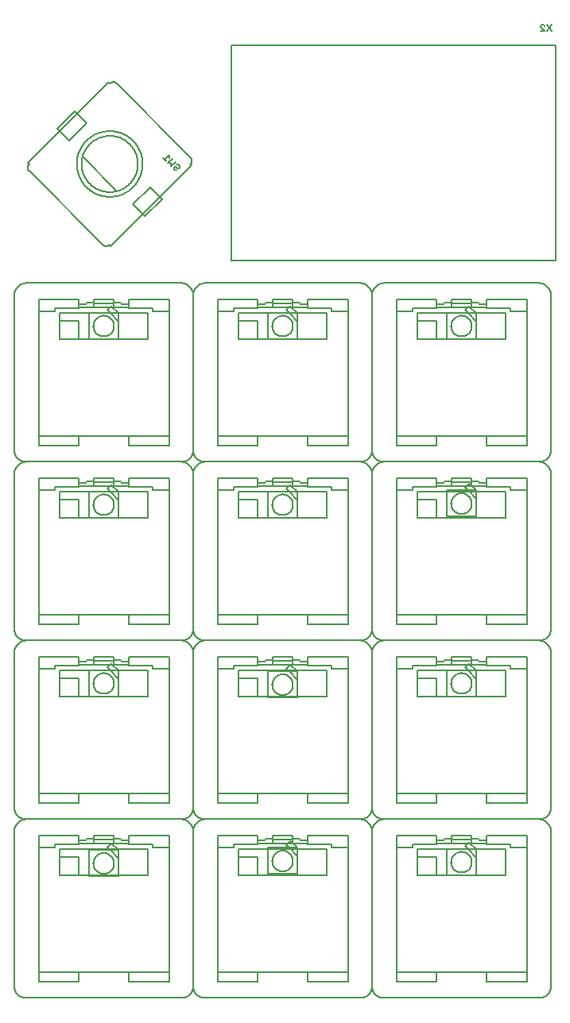
<source format=gbr>
G04 EAGLE Gerber RS-274X export*
G75*
%MOMM*%
%FSLAX34Y34*%
%LPD*%
%INSilkscreen Bottom*%
%IPPOS*%
%AMOC8*
5,1,8,0,0,1.08239X$1,22.5*%
G01*
%ADD10C,0.127000*%
%ADD11C,0.152400*%
%ADD12C,0.203200*%


D10*
X535900Y143470D02*
X535900Y171550D01*
X442120Y171550D01*
X442120Y143470D01*
X535900Y143470D01*
X535900Y143440D01*
X462310Y163030D02*
X442090Y163030D01*
X462310Y163030D02*
X462310Y143530D01*
X461830Y30400D02*
X419710Y30400D01*
X419710Y173260D01*
X419710Y186040D01*
X461950Y186040D01*
X461950Y177040D01*
X515830Y177040D01*
X515830Y186040D01*
X558520Y186040D01*
X558520Y173260D01*
X558520Y39850D01*
X558520Y30340D01*
X516010Y30340D01*
X516010Y39850D01*
X461920Y39850D01*
X461920Y30400D01*
X478420Y177070D02*
X478420Y183940D01*
X478420Y177070D02*
X478450Y177070D01*
X478420Y184120D02*
X478420Y185560D01*
X499510Y185560D01*
X499510Y182230D01*
X499510Y181450D01*
X478540Y181450D01*
X499510Y181450D02*
X499510Y177070D01*
X499480Y177070D01*
X478360Y182200D02*
X470770Y182200D01*
X478360Y182200D02*
X478360Y182170D01*
X470770Y182200D02*
X469900Y181030D01*
X462040Y181030D01*
X499510Y182230D02*
X507130Y182230D01*
X512290Y181060D02*
X515800Y181060D01*
X512260Y181060D02*
X507640Y181060D01*
X507640Y181030D01*
X507130Y182230D01*
X461920Y39850D02*
X419770Y39850D01*
X419770Y39880D01*
X516010Y39850D02*
X558520Y39850D01*
X461920Y176770D02*
X461920Y177910D01*
X461920Y176770D02*
X436600Y176770D01*
X436600Y173260D01*
X419710Y173260D01*
X555580Y173260D02*
X558520Y173260D01*
X555550Y173260D02*
X541420Y173260D01*
X541420Y176740D01*
X515830Y176740D01*
X515830Y177040D01*
D11*
X584200Y190500D02*
X584200Y25400D01*
X584200Y190500D02*
X584196Y190807D01*
X584185Y191114D01*
X584167Y191420D01*
X584141Y191726D01*
X584107Y192031D01*
X584067Y192335D01*
X584019Y192638D01*
X583963Y192940D01*
X583901Y193240D01*
X583831Y193539D01*
X583754Y193836D01*
X583670Y194132D01*
X583578Y194425D01*
X583480Y194715D01*
X583375Y195003D01*
X583262Y195289D01*
X583143Y195572D01*
X583017Y195852D01*
X582885Y196129D01*
X582745Y196402D01*
X582599Y196672D01*
X582447Y196938D01*
X582288Y197201D01*
X582123Y197460D01*
X581952Y197714D01*
X581775Y197965D01*
X581591Y198211D01*
X581402Y198453D01*
X581207Y198689D01*
X581006Y198922D01*
X580800Y199149D01*
X580588Y199371D01*
X580371Y199588D01*
X580149Y199800D01*
X579922Y200006D01*
X579689Y200207D01*
X579453Y200402D01*
X579211Y200591D01*
X578965Y200775D01*
X578714Y200952D01*
X578460Y201123D01*
X578201Y201288D01*
X577938Y201447D01*
X577672Y201599D01*
X577402Y201745D01*
X577129Y201885D01*
X576852Y202017D01*
X576572Y202143D01*
X576289Y202262D01*
X576003Y202375D01*
X575715Y202480D01*
X575425Y202578D01*
X575132Y202670D01*
X574836Y202754D01*
X574539Y202831D01*
X574240Y202901D01*
X573940Y202963D01*
X573638Y203019D01*
X573335Y203067D01*
X573031Y203107D01*
X572726Y203141D01*
X572420Y203167D01*
X572114Y203185D01*
X571807Y203196D01*
X571500Y203200D01*
X406400Y203200D01*
X406093Y203196D01*
X405786Y203185D01*
X405480Y203167D01*
X405174Y203141D01*
X404869Y203107D01*
X404565Y203067D01*
X404262Y203019D01*
X403960Y202963D01*
X403660Y202901D01*
X403361Y202831D01*
X403064Y202754D01*
X402768Y202670D01*
X402475Y202578D01*
X402185Y202480D01*
X401897Y202375D01*
X401611Y202262D01*
X401328Y202143D01*
X401048Y202017D01*
X400771Y201885D01*
X400498Y201745D01*
X400228Y201599D01*
X399962Y201447D01*
X399699Y201288D01*
X399440Y201123D01*
X399186Y200952D01*
X398935Y200775D01*
X398689Y200591D01*
X398447Y200402D01*
X398211Y200207D01*
X397978Y200006D01*
X397751Y199800D01*
X397529Y199588D01*
X397312Y199371D01*
X397100Y199149D01*
X396894Y198922D01*
X396693Y198689D01*
X396498Y198453D01*
X396309Y198211D01*
X396125Y197965D01*
X395948Y197714D01*
X395777Y197460D01*
X395612Y197201D01*
X395453Y196938D01*
X395301Y196672D01*
X395155Y196402D01*
X395015Y196129D01*
X394883Y195852D01*
X394757Y195572D01*
X394638Y195289D01*
X394525Y195003D01*
X394420Y194715D01*
X394322Y194425D01*
X394230Y194132D01*
X394146Y193836D01*
X394069Y193539D01*
X393999Y193240D01*
X393937Y192940D01*
X393881Y192638D01*
X393833Y192335D01*
X393793Y192031D01*
X393759Y191726D01*
X393733Y191420D01*
X393715Y191114D01*
X393704Y190807D01*
X393700Y190500D01*
X393700Y25400D01*
X393704Y25093D01*
X393715Y24786D01*
X393733Y24480D01*
X393759Y24174D01*
X393793Y23869D01*
X393833Y23565D01*
X393881Y23262D01*
X393937Y22960D01*
X393999Y22660D01*
X394069Y22361D01*
X394146Y22064D01*
X394230Y21768D01*
X394322Y21475D01*
X394420Y21185D01*
X394525Y20897D01*
X394638Y20611D01*
X394757Y20328D01*
X394883Y20048D01*
X395015Y19771D01*
X395155Y19498D01*
X395301Y19228D01*
X395453Y18962D01*
X395612Y18699D01*
X395777Y18440D01*
X395948Y18186D01*
X396125Y17935D01*
X396309Y17689D01*
X396498Y17447D01*
X396693Y17211D01*
X396894Y16978D01*
X397100Y16751D01*
X397312Y16529D01*
X397529Y16312D01*
X397751Y16100D01*
X397978Y15894D01*
X398211Y15693D01*
X398447Y15498D01*
X398689Y15309D01*
X398935Y15125D01*
X399186Y14948D01*
X399440Y14777D01*
X399699Y14612D01*
X399962Y14453D01*
X400228Y14301D01*
X400498Y14155D01*
X400771Y14015D01*
X401048Y13883D01*
X401328Y13757D01*
X401611Y13638D01*
X401897Y13525D01*
X402185Y13420D01*
X402475Y13322D01*
X402768Y13230D01*
X403064Y13146D01*
X403361Y13069D01*
X403660Y12999D01*
X403960Y12937D01*
X404262Y12881D01*
X404565Y12833D01*
X404869Y12793D01*
X405174Y12759D01*
X405480Y12733D01*
X405786Y12715D01*
X406093Y12704D01*
X406400Y12700D01*
X571500Y12700D01*
X571807Y12704D01*
X572114Y12715D01*
X572420Y12733D01*
X572726Y12759D01*
X573031Y12793D01*
X573335Y12833D01*
X573638Y12881D01*
X573940Y12937D01*
X574240Y12999D01*
X574539Y13069D01*
X574836Y13146D01*
X575132Y13230D01*
X575425Y13322D01*
X575715Y13420D01*
X576003Y13525D01*
X576289Y13638D01*
X576572Y13757D01*
X576852Y13883D01*
X577129Y14015D01*
X577402Y14155D01*
X577672Y14301D01*
X577938Y14453D01*
X578201Y14612D01*
X578460Y14777D01*
X578714Y14948D01*
X578965Y15125D01*
X579211Y15309D01*
X579453Y15498D01*
X579689Y15693D01*
X579922Y15894D01*
X580149Y16100D01*
X580371Y16312D01*
X580588Y16529D01*
X580800Y16751D01*
X581006Y16978D01*
X581207Y17211D01*
X581402Y17447D01*
X581591Y17689D01*
X581775Y17935D01*
X581952Y18186D01*
X582123Y18440D01*
X582288Y18699D01*
X582447Y18962D01*
X582599Y19228D01*
X582745Y19498D01*
X582885Y19771D01*
X583017Y20048D01*
X583143Y20328D01*
X583262Y20611D01*
X583375Y20897D01*
X583480Y21185D01*
X583578Y21475D01*
X583670Y21768D01*
X583754Y22064D01*
X583831Y22361D01*
X583901Y22660D01*
X583963Y22960D01*
X584019Y23262D01*
X584067Y23565D01*
X584107Y23869D01*
X584141Y24174D01*
X584167Y24480D01*
X584185Y24786D01*
X584196Y25093D01*
X584200Y25400D01*
D10*
X345400Y143470D02*
X345400Y171550D01*
X251620Y171550D01*
X251620Y143470D01*
X345400Y143470D01*
X345400Y143440D01*
X271810Y163030D02*
X251590Y163030D01*
X271810Y163030D02*
X271810Y143530D01*
X271330Y30400D02*
X229210Y30400D01*
X229210Y173260D01*
X229210Y186040D01*
X271450Y186040D01*
X271450Y177040D01*
X325330Y177040D01*
X325330Y186040D01*
X368020Y186040D01*
X368020Y173260D01*
X368020Y39850D01*
X368020Y30340D01*
X325510Y30340D01*
X325510Y39850D01*
X271420Y39850D01*
X271420Y30400D01*
X287920Y177070D02*
X287920Y183940D01*
X287920Y177070D02*
X287950Y177070D01*
X287920Y184120D02*
X287920Y185560D01*
X309010Y185560D01*
X309010Y182230D01*
X309010Y181450D01*
X288040Y181450D01*
X309010Y181450D02*
X309010Y177070D01*
X308980Y177070D01*
X287860Y182200D02*
X280270Y182200D01*
X287860Y182200D02*
X287860Y182170D01*
X280270Y182200D02*
X279400Y181030D01*
X271540Y181030D01*
X309010Y182230D02*
X316630Y182230D01*
X321790Y181060D02*
X325300Y181060D01*
X321760Y181060D02*
X317140Y181060D01*
X317140Y181030D01*
X316630Y182230D01*
X271420Y39850D02*
X229270Y39850D01*
X229270Y39880D01*
X325510Y39850D02*
X368020Y39850D01*
X271420Y176770D02*
X271420Y177910D01*
X271420Y176770D02*
X246100Y176770D01*
X246100Y173260D01*
X229210Y173260D01*
X365080Y173260D02*
X368020Y173260D01*
X365050Y173260D02*
X350920Y173260D01*
X350920Y176740D01*
X325330Y176740D01*
X325330Y177040D01*
D11*
X393700Y190500D02*
X393700Y25400D01*
X393700Y190500D02*
X393696Y190807D01*
X393685Y191114D01*
X393667Y191420D01*
X393641Y191726D01*
X393607Y192031D01*
X393567Y192335D01*
X393519Y192638D01*
X393463Y192940D01*
X393401Y193240D01*
X393331Y193539D01*
X393254Y193836D01*
X393170Y194132D01*
X393078Y194425D01*
X392980Y194715D01*
X392875Y195003D01*
X392762Y195289D01*
X392643Y195572D01*
X392517Y195852D01*
X392385Y196129D01*
X392245Y196402D01*
X392099Y196672D01*
X391947Y196938D01*
X391788Y197201D01*
X391623Y197460D01*
X391452Y197714D01*
X391275Y197965D01*
X391091Y198211D01*
X390902Y198453D01*
X390707Y198689D01*
X390506Y198922D01*
X390300Y199149D01*
X390088Y199371D01*
X389871Y199588D01*
X389649Y199800D01*
X389422Y200006D01*
X389189Y200207D01*
X388953Y200402D01*
X388711Y200591D01*
X388465Y200775D01*
X388214Y200952D01*
X387960Y201123D01*
X387701Y201288D01*
X387438Y201447D01*
X387172Y201599D01*
X386902Y201745D01*
X386629Y201885D01*
X386352Y202017D01*
X386072Y202143D01*
X385789Y202262D01*
X385503Y202375D01*
X385215Y202480D01*
X384925Y202578D01*
X384632Y202670D01*
X384336Y202754D01*
X384039Y202831D01*
X383740Y202901D01*
X383440Y202963D01*
X383138Y203019D01*
X382835Y203067D01*
X382531Y203107D01*
X382226Y203141D01*
X381920Y203167D01*
X381614Y203185D01*
X381307Y203196D01*
X381000Y203200D01*
X215900Y203200D01*
X215593Y203196D01*
X215286Y203185D01*
X214980Y203167D01*
X214674Y203141D01*
X214369Y203107D01*
X214065Y203067D01*
X213762Y203019D01*
X213460Y202963D01*
X213160Y202901D01*
X212861Y202831D01*
X212564Y202754D01*
X212268Y202670D01*
X211975Y202578D01*
X211685Y202480D01*
X211397Y202375D01*
X211111Y202262D01*
X210828Y202143D01*
X210548Y202017D01*
X210271Y201885D01*
X209998Y201745D01*
X209728Y201599D01*
X209462Y201447D01*
X209199Y201288D01*
X208940Y201123D01*
X208686Y200952D01*
X208435Y200775D01*
X208189Y200591D01*
X207947Y200402D01*
X207711Y200207D01*
X207478Y200006D01*
X207251Y199800D01*
X207029Y199588D01*
X206812Y199371D01*
X206600Y199149D01*
X206394Y198922D01*
X206193Y198689D01*
X205998Y198453D01*
X205809Y198211D01*
X205625Y197965D01*
X205448Y197714D01*
X205277Y197460D01*
X205112Y197201D01*
X204953Y196938D01*
X204801Y196672D01*
X204655Y196402D01*
X204515Y196129D01*
X204383Y195852D01*
X204257Y195572D01*
X204138Y195289D01*
X204025Y195003D01*
X203920Y194715D01*
X203822Y194425D01*
X203730Y194132D01*
X203646Y193836D01*
X203569Y193539D01*
X203499Y193240D01*
X203437Y192940D01*
X203381Y192638D01*
X203333Y192335D01*
X203293Y192031D01*
X203259Y191726D01*
X203233Y191420D01*
X203215Y191114D01*
X203204Y190807D01*
X203200Y190500D01*
X203200Y25400D01*
X203204Y25093D01*
X203215Y24786D01*
X203233Y24480D01*
X203259Y24174D01*
X203293Y23869D01*
X203333Y23565D01*
X203381Y23262D01*
X203437Y22960D01*
X203499Y22660D01*
X203569Y22361D01*
X203646Y22064D01*
X203730Y21768D01*
X203822Y21475D01*
X203920Y21185D01*
X204025Y20897D01*
X204138Y20611D01*
X204257Y20328D01*
X204383Y20048D01*
X204515Y19771D01*
X204655Y19498D01*
X204801Y19228D01*
X204953Y18962D01*
X205112Y18699D01*
X205277Y18440D01*
X205448Y18186D01*
X205625Y17935D01*
X205809Y17689D01*
X205998Y17447D01*
X206193Y17211D01*
X206394Y16978D01*
X206600Y16751D01*
X206812Y16529D01*
X207029Y16312D01*
X207251Y16100D01*
X207478Y15894D01*
X207711Y15693D01*
X207947Y15498D01*
X208189Y15309D01*
X208435Y15125D01*
X208686Y14948D01*
X208940Y14777D01*
X209199Y14612D01*
X209462Y14453D01*
X209728Y14301D01*
X209998Y14155D01*
X210271Y14015D01*
X210548Y13883D01*
X210828Y13757D01*
X211111Y13638D01*
X211397Y13525D01*
X211685Y13420D01*
X211975Y13322D01*
X212268Y13230D01*
X212564Y13146D01*
X212861Y13069D01*
X213160Y12999D01*
X213460Y12937D01*
X213762Y12881D01*
X214065Y12833D01*
X214369Y12793D01*
X214674Y12759D01*
X214980Y12733D01*
X215286Y12715D01*
X215593Y12704D01*
X215900Y12700D01*
X381000Y12700D01*
X381307Y12704D01*
X381614Y12715D01*
X381920Y12733D01*
X382226Y12759D01*
X382531Y12793D01*
X382835Y12833D01*
X383138Y12881D01*
X383440Y12937D01*
X383740Y12999D01*
X384039Y13069D01*
X384336Y13146D01*
X384632Y13230D01*
X384925Y13322D01*
X385215Y13420D01*
X385503Y13525D01*
X385789Y13638D01*
X386072Y13757D01*
X386352Y13883D01*
X386629Y14015D01*
X386902Y14155D01*
X387172Y14301D01*
X387438Y14453D01*
X387701Y14612D01*
X387960Y14777D01*
X388214Y14948D01*
X388465Y15125D01*
X388711Y15309D01*
X388953Y15498D01*
X389189Y15693D01*
X389422Y15894D01*
X389649Y16100D01*
X389871Y16312D01*
X390088Y16529D01*
X390300Y16751D01*
X390506Y16978D01*
X390707Y17211D01*
X390902Y17447D01*
X391091Y17689D01*
X391275Y17935D01*
X391452Y18186D01*
X391623Y18440D01*
X391788Y18699D01*
X391947Y18962D01*
X392099Y19228D01*
X392245Y19498D01*
X392385Y19771D01*
X392517Y20048D01*
X392643Y20328D01*
X392762Y20611D01*
X392875Y20897D01*
X392980Y21185D01*
X393078Y21475D01*
X393170Y21768D01*
X393254Y22064D01*
X393331Y22361D01*
X393401Y22660D01*
X393463Y22960D01*
X393519Y23262D01*
X393567Y23565D01*
X393607Y23869D01*
X393641Y24174D01*
X393667Y24480D01*
X393685Y24786D01*
X393696Y25093D01*
X393700Y25400D01*
D10*
X154900Y143470D02*
X154900Y171550D01*
X61120Y171550D01*
X61120Y143470D01*
X154900Y143470D01*
X154900Y143440D01*
X81310Y163030D02*
X61090Y163030D01*
X81310Y163030D02*
X81310Y143530D01*
X80830Y30400D02*
X38710Y30400D01*
X38710Y173260D01*
X38710Y186040D01*
X80950Y186040D01*
X80950Y177040D01*
X134830Y177040D01*
X134830Y186040D01*
X177520Y186040D01*
X177520Y173260D01*
X177520Y39850D01*
X177520Y30340D01*
X135010Y30340D01*
X135010Y39850D01*
X80920Y39850D01*
X80920Y30400D01*
X97420Y177070D02*
X97420Y183940D01*
X97420Y177070D02*
X97450Y177070D01*
X97420Y184120D02*
X97420Y185560D01*
X118510Y185560D01*
X118510Y182230D01*
X118510Y181450D01*
X97540Y181450D01*
X118510Y181450D02*
X118510Y177070D01*
X118480Y177070D01*
X97360Y182200D02*
X89770Y182200D01*
X97360Y182200D02*
X97360Y182170D01*
X89770Y182200D02*
X88900Y181030D01*
X81040Y181030D01*
X118510Y182230D02*
X126130Y182230D01*
X131290Y181060D02*
X134800Y181060D01*
X131260Y181060D02*
X126640Y181060D01*
X126640Y181030D01*
X126130Y182230D01*
X80920Y39850D02*
X38770Y39850D01*
X38770Y39880D01*
X135010Y39850D02*
X177520Y39850D01*
X80920Y176770D02*
X80920Y177910D01*
X80920Y176770D02*
X55600Y176770D01*
X55600Y173260D01*
X38710Y173260D01*
X174580Y173260D02*
X177520Y173260D01*
X174550Y173260D02*
X160420Y173260D01*
X160420Y176740D01*
X134830Y176740D01*
X134830Y177040D01*
D11*
X203200Y190500D02*
X203200Y25400D01*
X203200Y190500D02*
X203196Y190807D01*
X203185Y191114D01*
X203167Y191420D01*
X203141Y191726D01*
X203107Y192031D01*
X203067Y192335D01*
X203019Y192638D01*
X202963Y192940D01*
X202901Y193240D01*
X202831Y193539D01*
X202754Y193836D01*
X202670Y194132D01*
X202578Y194425D01*
X202480Y194715D01*
X202375Y195003D01*
X202262Y195289D01*
X202143Y195572D01*
X202017Y195852D01*
X201885Y196129D01*
X201745Y196402D01*
X201599Y196672D01*
X201447Y196938D01*
X201288Y197201D01*
X201123Y197460D01*
X200952Y197714D01*
X200775Y197965D01*
X200591Y198211D01*
X200402Y198453D01*
X200207Y198689D01*
X200006Y198922D01*
X199800Y199149D01*
X199588Y199371D01*
X199371Y199588D01*
X199149Y199800D01*
X198922Y200006D01*
X198689Y200207D01*
X198453Y200402D01*
X198211Y200591D01*
X197965Y200775D01*
X197714Y200952D01*
X197460Y201123D01*
X197201Y201288D01*
X196938Y201447D01*
X196672Y201599D01*
X196402Y201745D01*
X196129Y201885D01*
X195852Y202017D01*
X195572Y202143D01*
X195289Y202262D01*
X195003Y202375D01*
X194715Y202480D01*
X194425Y202578D01*
X194132Y202670D01*
X193836Y202754D01*
X193539Y202831D01*
X193240Y202901D01*
X192940Y202963D01*
X192638Y203019D01*
X192335Y203067D01*
X192031Y203107D01*
X191726Y203141D01*
X191420Y203167D01*
X191114Y203185D01*
X190807Y203196D01*
X190500Y203200D01*
X25400Y203200D01*
X25093Y203196D01*
X24786Y203185D01*
X24480Y203167D01*
X24174Y203141D01*
X23869Y203107D01*
X23565Y203067D01*
X23262Y203019D01*
X22960Y202963D01*
X22660Y202901D01*
X22361Y202831D01*
X22064Y202754D01*
X21768Y202670D01*
X21475Y202578D01*
X21185Y202480D01*
X20897Y202375D01*
X20611Y202262D01*
X20328Y202143D01*
X20048Y202017D01*
X19771Y201885D01*
X19498Y201745D01*
X19228Y201599D01*
X18962Y201447D01*
X18699Y201288D01*
X18440Y201123D01*
X18186Y200952D01*
X17935Y200775D01*
X17689Y200591D01*
X17447Y200402D01*
X17211Y200207D01*
X16978Y200006D01*
X16751Y199800D01*
X16529Y199588D01*
X16312Y199371D01*
X16100Y199149D01*
X15894Y198922D01*
X15693Y198689D01*
X15498Y198453D01*
X15309Y198211D01*
X15125Y197965D01*
X14948Y197714D01*
X14777Y197460D01*
X14612Y197201D01*
X14453Y196938D01*
X14301Y196672D01*
X14155Y196402D01*
X14015Y196129D01*
X13883Y195852D01*
X13757Y195572D01*
X13638Y195289D01*
X13525Y195003D01*
X13420Y194715D01*
X13322Y194425D01*
X13230Y194132D01*
X13146Y193836D01*
X13069Y193539D01*
X12999Y193240D01*
X12937Y192940D01*
X12881Y192638D01*
X12833Y192335D01*
X12793Y192031D01*
X12759Y191726D01*
X12733Y191420D01*
X12715Y191114D01*
X12704Y190807D01*
X12700Y190500D01*
X12700Y25400D01*
X12704Y25093D01*
X12715Y24786D01*
X12733Y24480D01*
X12759Y24174D01*
X12793Y23869D01*
X12833Y23565D01*
X12881Y23262D01*
X12937Y22960D01*
X12999Y22660D01*
X13069Y22361D01*
X13146Y22064D01*
X13230Y21768D01*
X13322Y21475D01*
X13420Y21185D01*
X13525Y20897D01*
X13638Y20611D01*
X13757Y20328D01*
X13883Y20048D01*
X14015Y19771D01*
X14155Y19498D01*
X14301Y19228D01*
X14453Y18962D01*
X14612Y18699D01*
X14777Y18440D01*
X14948Y18186D01*
X15125Y17935D01*
X15309Y17689D01*
X15498Y17447D01*
X15693Y17211D01*
X15894Y16978D01*
X16100Y16751D01*
X16312Y16529D01*
X16529Y16312D01*
X16751Y16100D01*
X16978Y15894D01*
X17211Y15693D01*
X17447Y15498D01*
X17689Y15309D01*
X17935Y15125D01*
X18186Y14948D01*
X18440Y14777D01*
X18699Y14612D01*
X18962Y14453D01*
X19228Y14301D01*
X19498Y14155D01*
X19771Y14015D01*
X20048Y13883D01*
X20328Y13757D01*
X20611Y13638D01*
X20897Y13525D01*
X21185Y13420D01*
X21475Y13322D01*
X21768Y13230D01*
X22064Y13146D01*
X22361Y13069D01*
X22660Y12999D01*
X22960Y12937D01*
X23262Y12881D01*
X23565Y12833D01*
X23869Y12793D01*
X24174Y12759D01*
X24480Y12733D01*
X24786Y12715D01*
X25093Y12704D01*
X25400Y12700D01*
X190500Y12700D01*
X190807Y12704D01*
X191114Y12715D01*
X191420Y12733D01*
X191726Y12759D01*
X192031Y12793D01*
X192335Y12833D01*
X192638Y12881D01*
X192940Y12937D01*
X193240Y12999D01*
X193539Y13069D01*
X193836Y13146D01*
X194132Y13230D01*
X194425Y13322D01*
X194715Y13420D01*
X195003Y13525D01*
X195289Y13638D01*
X195572Y13757D01*
X195852Y13883D01*
X196129Y14015D01*
X196402Y14155D01*
X196672Y14301D01*
X196938Y14453D01*
X197201Y14612D01*
X197460Y14777D01*
X197714Y14948D01*
X197965Y15125D01*
X198211Y15309D01*
X198453Y15498D01*
X198689Y15693D01*
X198922Y15894D01*
X199149Y16100D01*
X199371Y16312D01*
X199588Y16529D01*
X199800Y16751D01*
X200006Y16978D01*
X200207Y17211D01*
X200402Y17447D01*
X200591Y17689D01*
X200775Y17935D01*
X200952Y18186D01*
X201123Y18440D01*
X201288Y18699D01*
X201447Y18962D01*
X201599Y19228D01*
X201745Y19498D01*
X201885Y19771D01*
X202017Y20048D01*
X202143Y20328D01*
X202262Y20611D01*
X202375Y20897D01*
X202480Y21185D01*
X202578Y21475D01*
X202670Y21768D01*
X202754Y22064D01*
X202831Y22361D01*
X202901Y22660D01*
X202963Y22960D01*
X203019Y23262D01*
X203067Y23565D01*
X203107Y23869D01*
X203141Y24174D01*
X203167Y24480D01*
X203185Y24786D01*
X203196Y25093D01*
X203200Y25400D01*
D10*
X154900Y333970D02*
X154900Y362050D01*
X61120Y362050D01*
X61120Y333970D01*
X154900Y333970D01*
X154900Y333940D01*
X81310Y353530D02*
X61090Y353530D01*
X81310Y353530D02*
X81310Y334030D01*
X80830Y220900D02*
X38710Y220900D01*
X38710Y363760D01*
X38710Y376540D01*
X80950Y376540D01*
X80950Y367540D01*
X134830Y367540D01*
X134830Y376540D01*
X177520Y376540D01*
X177520Y363760D01*
X177520Y230350D01*
X177520Y220840D01*
X135010Y220840D01*
X135010Y230350D01*
X80920Y230350D01*
X80920Y220900D01*
X97420Y367570D02*
X97420Y374440D01*
X97420Y367570D02*
X97450Y367570D01*
X97420Y374620D02*
X97420Y376060D01*
X118510Y376060D01*
X118510Y372730D01*
X118510Y371950D01*
X97540Y371950D01*
X118510Y371950D02*
X118510Y367570D01*
X118480Y367570D01*
X97360Y372700D02*
X89770Y372700D01*
X97360Y372700D02*
X97360Y372670D01*
X89770Y372700D02*
X88900Y371530D01*
X81040Y371530D01*
X118510Y372730D02*
X126130Y372730D01*
X131290Y371560D02*
X134800Y371560D01*
X131260Y371560D02*
X126640Y371560D01*
X126640Y371530D01*
X126130Y372730D01*
X80920Y230350D02*
X38770Y230350D01*
X38770Y230380D01*
X135010Y230350D02*
X177520Y230350D01*
X80920Y367270D02*
X80920Y368410D01*
X80920Y367270D02*
X55600Y367270D01*
X55600Y363760D01*
X38710Y363760D01*
X174580Y363760D02*
X177520Y363760D01*
X174550Y363760D02*
X160420Y363760D01*
X160420Y367240D01*
X134830Y367240D01*
X134830Y367540D01*
D11*
X203200Y381000D02*
X203200Y215900D01*
X203200Y381000D02*
X203196Y381307D01*
X203185Y381614D01*
X203167Y381920D01*
X203141Y382226D01*
X203107Y382531D01*
X203067Y382835D01*
X203019Y383138D01*
X202963Y383440D01*
X202901Y383740D01*
X202831Y384039D01*
X202754Y384336D01*
X202670Y384632D01*
X202578Y384925D01*
X202480Y385215D01*
X202375Y385503D01*
X202262Y385789D01*
X202143Y386072D01*
X202017Y386352D01*
X201885Y386629D01*
X201745Y386902D01*
X201599Y387172D01*
X201447Y387438D01*
X201288Y387701D01*
X201123Y387960D01*
X200952Y388214D01*
X200775Y388465D01*
X200591Y388711D01*
X200402Y388953D01*
X200207Y389189D01*
X200006Y389422D01*
X199800Y389649D01*
X199588Y389871D01*
X199371Y390088D01*
X199149Y390300D01*
X198922Y390506D01*
X198689Y390707D01*
X198453Y390902D01*
X198211Y391091D01*
X197965Y391275D01*
X197714Y391452D01*
X197460Y391623D01*
X197201Y391788D01*
X196938Y391947D01*
X196672Y392099D01*
X196402Y392245D01*
X196129Y392385D01*
X195852Y392517D01*
X195572Y392643D01*
X195289Y392762D01*
X195003Y392875D01*
X194715Y392980D01*
X194425Y393078D01*
X194132Y393170D01*
X193836Y393254D01*
X193539Y393331D01*
X193240Y393401D01*
X192940Y393463D01*
X192638Y393519D01*
X192335Y393567D01*
X192031Y393607D01*
X191726Y393641D01*
X191420Y393667D01*
X191114Y393685D01*
X190807Y393696D01*
X190500Y393700D01*
X25400Y393700D01*
X25093Y393696D01*
X24786Y393685D01*
X24480Y393667D01*
X24174Y393641D01*
X23869Y393607D01*
X23565Y393567D01*
X23262Y393519D01*
X22960Y393463D01*
X22660Y393401D01*
X22361Y393331D01*
X22064Y393254D01*
X21768Y393170D01*
X21475Y393078D01*
X21185Y392980D01*
X20897Y392875D01*
X20611Y392762D01*
X20328Y392643D01*
X20048Y392517D01*
X19771Y392385D01*
X19498Y392245D01*
X19228Y392099D01*
X18962Y391947D01*
X18699Y391788D01*
X18440Y391623D01*
X18186Y391452D01*
X17935Y391275D01*
X17689Y391091D01*
X17447Y390902D01*
X17211Y390707D01*
X16978Y390506D01*
X16751Y390300D01*
X16529Y390088D01*
X16312Y389871D01*
X16100Y389649D01*
X15894Y389422D01*
X15693Y389189D01*
X15498Y388953D01*
X15309Y388711D01*
X15125Y388465D01*
X14948Y388214D01*
X14777Y387960D01*
X14612Y387701D01*
X14453Y387438D01*
X14301Y387172D01*
X14155Y386902D01*
X14015Y386629D01*
X13883Y386352D01*
X13757Y386072D01*
X13638Y385789D01*
X13525Y385503D01*
X13420Y385215D01*
X13322Y384925D01*
X13230Y384632D01*
X13146Y384336D01*
X13069Y384039D01*
X12999Y383740D01*
X12937Y383440D01*
X12881Y383138D01*
X12833Y382835D01*
X12793Y382531D01*
X12759Y382226D01*
X12733Y381920D01*
X12715Y381614D01*
X12704Y381307D01*
X12700Y381000D01*
X12700Y215900D01*
X12704Y215593D01*
X12715Y215286D01*
X12733Y214980D01*
X12759Y214674D01*
X12793Y214369D01*
X12833Y214065D01*
X12881Y213762D01*
X12937Y213460D01*
X12999Y213160D01*
X13069Y212861D01*
X13146Y212564D01*
X13230Y212268D01*
X13322Y211975D01*
X13420Y211685D01*
X13525Y211397D01*
X13638Y211111D01*
X13757Y210828D01*
X13883Y210548D01*
X14015Y210271D01*
X14155Y209998D01*
X14301Y209728D01*
X14453Y209462D01*
X14612Y209199D01*
X14777Y208940D01*
X14948Y208686D01*
X15125Y208435D01*
X15309Y208189D01*
X15498Y207947D01*
X15693Y207711D01*
X15894Y207478D01*
X16100Y207251D01*
X16312Y207029D01*
X16529Y206812D01*
X16751Y206600D01*
X16978Y206394D01*
X17211Y206193D01*
X17447Y205998D01*
X17689Y205809D01*
X17935Y205625D01*
X18186Y205448D01*
X18440Y205277D01*
X18699Y205112D01*
X18962Y204953D01*
X19228Y204801D01*
X19498Y204655D01*
X19771Y204515D01*
X20048Y204383D01*
X20328Y204257D01*
X20611Y204138D01*
X20897Y204025D01*
X21185Y203920D01*
X21475Y203822D01*
X21768Y203730D01*
X22064Y203646D01*
X22361Y203569D01*
X22660Y203499D01*
X22960Y203437D01*
X23262Y203381D01*
X23565Y203333D01*
X23869Y203293D01*
X24174Y203259D01*
X24480Y203233D01*
X24786Y203215D01*
X25093Y203204D01*
X25400Y203200D01*
X190500Y203200D01*
X190807Y203204D01*
X191114Y203215D01*
X191420Y203233D01*
X191726Y203259D01*
X192031Y203293D01*
X192335Y203333D01*
X192638Y203381D01*
X192940Y203437D01*
X193240Y203499D01*
X193539Y203569D01*
X193836Y203646D01*
X194132Y203730D01*
X194425Y203822D01*
X194715Y203920D01*
X195003Y204025D01*
X195289Y204138D01*
X195572Y204257D01*
X195852Y204383D01*
X196129Y204515D01*
X196402Y204655D01*
X196672Y204801D01*
X196938Y204953D01*
X197201Y205112D01*
X197460Y205277D01*
X197714Y205448D01*
X197965Y205625D01*
X198211Y205809D01*
X198453Y205998D01*
X198689Y206193D01*
X198922Y206394D01*
X199149Y206600D01*
X199371Y206812D01*
X199588Y207029D01*
X199800Y207251D01*
X200006Y207478D01*
X200207Y207711D01*
X200402Y207947D01*
X200591Y208189D01*
X200775Y208435D01*
X200952Y208686D01*
X201123Y208940D01*
X201288Y209199D01*
X201447Y209462D01*
X201599Y209728D01*
X201745Y209998D01*
X201885Y210271D01*
X202017Y210548D01*
X202143Y210828D01*
X202262Y211111D01*
X202375Y211397D01*
X202480Y211685D01*
X202578Y211975D01*
X202670Y212268D01*
X202754Y212564D01*
X202831Y212861D01*
X202901Y213160D01*
X202963Y213460D01*
X203019Y213762D01*
X203067Y214065D01*
X203107Y214369D01*
X203141Y214674D01*
X203167Y214980D01*
X203185Y215286D01*
X203196Y215593D01*
X203200Y215900D01*
D10*
X345400Y333970D02*
X345400Y362050D01*
X251620Y362050D01*
X251620Y333970D01*
X345400Y333970D01*
X345400Y333940D01*
X271810Y353530D02*
X251590Y353530D01*
X271810Y353530D02*
X271810Y334030D01*
X271330Y220900D02*
X229210Y220900D01*
X229210Y363760D01*
X229210Y376540D01*
X271450Y376540D01*
X271450Y367540D01*
X325330Y367540D01*
X325330Y376540D01*
X368020Y376540D01*
X368020Y363760D01*
X368020Y230350D01*
X368020Y220840D01*
X325510Y220840D01*
X325510Y230350D01*
X271420Y230350D01*
X271420Y220900D01*
X287920Y367570D02*
X287920Y374440D01*
X287920Y367570D02*
X287950Y367570D01*
X287920Y374620D02*
X287920Y376060D01*
X309010Y376060D01*
X309010Y372730D01*
X309010Y371950D01*
X288040Y371950D01*
X309010Y371950D02*
X309010Y367570D01*
X308980Y367570D01*
X287860Y372700D02*
X280270Y372700D01*
X287860Y372700D02*
X287860Y372670D01*
X280270Y372700D02*
X279400Y371530D01*
X271540Y371530D01*
X309010Y372730D02*
X316630Y372730D01*
X321790Y371560D02*
X325300Y371560D01*
X321760Y371560D02*
X317140Y371560D01*
X317140Y371530D01*
X316630Y372730D01*
X271420Y230350D02*
X229270Y230350D01*
X229270Y230380D01*
X325510Y230350D02*
X368020Y230350D01*
X271420Y367270D02*
X271420Y368410D01*
X271420Y367270D02*
X246100Y367270D01*
X246100Y363760D01*
X229210Y363760D01*
X365080Y363760D02*
X368020Y363760D01*
X365050Y363760D02*
X350920Y363760D01*
X350920Y367240D01*
X325330Y367240D01*
X325330Y367540D01*
D11*
X393700Y381000D02*
X393700Y215900D01*
X393700Y381000D02*
X393696Y381307D01*
X393685Y381614D01*
X393667Y381920D01*
X393641Y382226D01*
X393607Y382531D01*
X393567Y382835D01*
X393519Y383138D01*
X393463Y383440D01*
X393401Y383740D01*
X393331Y384039D01*
X393254Y384336D01*
X393170Y384632D01*
X393078Y384925D01*
X392980Y385215D01*
X392875Y385503D01*
X392762Y385789D01*
X392643Y386072D01*
X392517Y386352D01*
X392385Y386629D01*
X392245Y386902D01*
X392099Y387172D01*
X391947Y387438D01*
X391788Y387701D01*
X391623Y387960D01*
X391452Y388214D01*
X391275Y388465D01*
X391091Y388711D01*
X390902Y388953D01*
X390707Y389189D01*
X390506Y389422D01*
X390300Y389649D01*
X390088Y389871D01*
X389871Y390088D01*
X389649Y390300D01*
X389422Y390506D01*
X389189Y390707D01*
X388953Y390902D01*
X388711Y391091D01*
X388465Y391275D01*
X388214Y391452D01*
X387960Y391623D01*
X387701Y391788D01*
X387438Y391947D01*
X387172Y392099D01*
X386902Y392245D01*
X386629Y392385D01*
X386352Y392517D01*
X386072Y392643D01*
X385789Y392762D01*
X385503Y392875D01*
X385215Y392980D01*
X384925Y393078D01*
X384632Y393170D01*
X384336Y393254D01*
X384039Y393331D01*
X383740Y393401D01*
X383440Y393463D01*
X383138Y393519D01*
X382835Y393567D01*
X382531Y393607D01*
X382226Y393641D01*
X381920Y393667D01*
X381614Y393685D01*
X381307Y393696D01*
X381000Y393700D01*
X215900Y393700D01*
X215593Y393696D01*
X215286Y393685D01*
X214980Y393667D01*
X214674Y393641D01*
X214369Y393607D01*
X214065Y393567D01*
X213762Y393519D01*
X213460Y393463D01*
X213160Y393401D01*
X212861Y393331D01*
X212564Y393254D01*
X212268Y393170D01*
X211975Y393078D01*
X211685Y392980D01*
X211397Y392875D01*
X211111Y392762D01*
X210828Y392643D01*
X210548Y392517D01*
X210271Y392385D01*
X209998Y392245D01*
X209728Y392099D01*
X209462Y391947D01*
X209199Y391788D01*
X208940Y391623D01*
X208686Y391452D01*
X208435Y391275D01*
X208189Y391091D01*
X207947Y390902D01*
X207711Y390707D01*
X207478Y390506D01*
X207251Y390300D01*
X207029Y390088D01*
X206812Y389871D01*
X206600Y389649D01*
X206394Y389422D01*
X206193Y389189D01*
X205998Y388953D01*
X205809Y388711D01*
X205625Y388465D01*
X205448Y388214D01*
X205277Y387960D01*
X205112Y387701D01*
X204953Y387438D01*
X204801Y387172D01*
X204655Y386902D01*
X204515Y386629D01*
X204383Y386352D01*
X204257Y386072D01*
X204138Y385789D01*
X204025Y385503D01*
X203920Y385215D01*
X203822Y384925D01*
X203730Y384632D01*
X203646Y384336D01*
X203569Y384039D01*
X203499Y383740D01*
X203437Y383440D01*
X203381Y383138D01*
X203333Y382835D01*
X203293Y382531D01*
X203259Y382226D01*
X203233Y381920D01*
X203215Y381614D01*
X203204Y381307D01*
X203200Y381000D01*
X203200Y215900D01*
X203204Y215593D01*
X203215Y215286D01*
X203233Y214980D01*
X203259Y214674D01*
X203293Y214369D01*
X203333Y214065D01*
X203381Y213762D01*
X203437Y213460D01*
X203499Y213160D01*
X203569Y212861D01*
X203646Y212564D01*
X203730Y212268D01*
X203822Y211975D01*
X203920Y211685D01*
X204025Y211397D01*
X204138Y211111D01*
X204257Y210828D01*
X204383Y210548D01*
X204515Y210271D01*
X204655Y209998D01*
X204801Y209728D01*
X204953Y209462D01*
X205112Y209199D01*
X205277Y208940D01*
X205448Y208686D01*
X205625Y208435D01*
X205809Y208189D01*
X205998Y207947D01*
X206193Y207711D01*
X206394Y207478D01*
X206600Y207251D01*
X206812Y207029D01*
X207029Y206812D01*
X207251Y206600D01*
X207478Y206394D01*
X207711Y206193D01*
X207947Y205998D01*
X208189Y205809D01*
X208435Y205625D01*
X208686Y205448D01*
X208940Y205277D01*
X209199Y205112D01*
X209462Y204953D01*
X209728Y204801D01*
X209998Y204655D01*
X210271Y204515D01*
X210548Y204383D01*
X210828Y204257D01*
X211111Y204138D01*
X211397Y204025D01*
X211685Y203920D01*
X211975Y203822D01*
X212268Y203730D01*
X212564Y203646D01*
X212861Y203569D01*
X213160Y203499D01*
X213460Y203437D01*
X213762Y203381D01*
X214065Y203333D01*
X214369Y203293D01*
X214674Y203259D01*
X214980Y203233D01*
X215286Y203215D01*
X215593Y203204D01*
X215900Y203200D01*
X381000Y203200D01*
X381307Y203204D01*
X381614Y203215D01*
X381920Y203233D01*
X382226Y203259D01*
X382531Y203293D01*
X382835Y203333D01*
X383138Y203381D01*
X383440Y203437D01*
X383740Y203499D01*
X384039Y203569D01*
X384336Y203646D01*
X384632Y203730D01*
X384925Y203822D01*
X385215Y203920D01*
X385503Y204025D01*
X385789Y204138D01*
X386072Y204257D01*
X386352Y204383D01*
X386629Y204515D01*
X386902Y204655D01*
X387172Y204801D01*
X387438Y204953D01*
X387701Y205112D01*
X387960Y205277D01*
X388214Y205448D01*
X388465Y205625D01*
X388711Y205809D01*
X388953Y205998D01*
X389189Y206193D01*
X389422Y206394D01*
X389649Y206600D01*
X389871Y206812D01*
X390088Y207029D01*
X390300Y207251D01*
X390506Y207478D01*
X390707Y207711D01*
X390902Y207947D01*
X391091Y208189D01*
X391275Y208435D01*
X391452Y208686D01*
X391623Y208940D01*
X391788Y209199D01*
X391947Y209462D01*
X392099Y209728D01*
X392245Y209998D01*
X392385Y210271D01*
X392517Y210548D01*
X392643Y210828D01*
X392762Y211111D01*
X392875Y211397D01*
X392980Y211685D01*
X393078Y211975D01*
X393170Y212268D01*
X393254Y212564D01*
X393331Y212861D01*
X393401Y213160D01*
X393463Y213460D01*
X393519Y213762D01*
X393567Y214065D01*
X393607Y214369D01*
X393641Y214674D01*
X393667Y214980D01*
X393685Y215286D01*
X393696Y215593D01*
X393700Y215900D01*
D10*
X535900Y333970D02*
X535900Y362050D01*
X442120Y362050D01*
X442120Y333970D01*
X535900Y333970D01*
X535900Y333940D01*
X462310Y353530D02*
X442090Y353530D01*
X462310Y353530D02*
X462310Y334030D01*
X461830Y220900D02*
X419710Y220900D01*
X419710Y363760D01*
X419710Y376540D01*
X461950Y376540D01*
X461950Y367540D01*
X515830Y367540D01*
X515830Y376540D01*
X558520Y376540D01*
X558520Y363760D01*
X558520Y230350D01*
X558520Y220840D01*
X516010Y220840D01*
X516010Y230350D01*
X461920Y230350D01*
X461920Y220900D01*
X478420Y367570D02*
X478420Y374440D01*
X478420Y367570D02*
X478450Y367570D01*
X478420Y374620D02*
X478420Y376060D01*
X499510Y376060D01*
X499510Y372730D01*
X499510Y371950D01*
X478540Y371950D01*
X499510Y371950D02*
X499510Y367570D01*
X499480Y367570D01*
X478360Y372700D02*
X470770Y372700D01*
X478360Y372700D02*
X478360Y372670D01*
X470770Y372700D02*
X469900Y371530D01*
X462040Y371530D01*
X499510Y372730D02*
X507130Y372730D01*
X512290Y371560D02*
X515800Y371560D01*
X512260Y371560D02*
X507640Y371560D01*
X507640Y371530D01*
X507130Y372730D01*
X461920Y230350D02*
X419770Y230350D01*
X419770Y230380D01*
X516010Y230350D02*
X558520Y230350D01*
X461920Y367270D02*
X461920Y368410D01*
X461920Y367270D02*
X436600Y367270D01*
X436600Y363760D01*
X419710Y363760D01*
X555580Y363760D02*
X558520Y363760D01*
X555550Y363760D02*
X541420Y363760D01*
X541420Y367240D01*
X515830Y367240D01*
X515830Y367540D01*
D11*
X584200Y381000D02*
X584200Y215900D01*
X584200Y381000D02*
X584196Y381307D01*
X584185Y381614D01*
X584167Y381920D01*
X584141Y382226D01*
X584107Y382531D01*
X584067Y382835D01*
X584019Y383138D01*
X583963Y383440D01*
X583901Y383740D01*
X583831Y384039D01*
X583754Y384336D01*
X583670Y384632D01*
X583578Y384925D01*
X583480Y385215D01*
X583375Y385503D01*
X583262Y385789D01*
X583143Y386072D01*
X583017Y386352D01*
X582885Y386629D01*
X582745Y386902D01*
X582599Y387172D01*
X582447Y387438D01*
X582288Y387701D01*
X582123Y387960D01*
X581952Y388214D01*
X581775Y388465D01*
X581591Y388711D01*
X581402Y388953D01*
X581207Y389189D01*
X581006Y389422D01*
X580800Y389649D01*
X580588Y389871D01*
X580371Y390088D01*
X580149Y390300D01*
X579922Y390506D01*
X579689Y390707D01*
X579453Y390902D01*
X579211Y391091D01*
X578965Y391275D01*
X578714Y391452D01*
X578460Y391623D01*
X578201Y391788D01*
X577938Y391947D01*
X577672Y392099D01*
X577402Y392245D01*
X577129Y392385D01*
X576852Y392517D01*
X576572Y392643D01*
X576289Y392762D01*
X576003Y392875D01*
X575715Y392980D01*
X575425Y393078D01*
X575132Y393170D01*
X574836Y393254D01*
X574539Y393331D01*
X574240Y393401D01*
X573940Y393463D01*
X573638Y393519D01*
X573335Y393567D01*
X573031Y393607D01*
X572726Y393641D01*
X572420Y393667D01*
X572114Y393685D01*
X571807Y393696D01*
X571500Y393700D01*
X406400Y393700D01*
X406093Y393696D01*
X405786Y393685D01*
X405480Y393667D01*
X405174Y393641D01*
X404869Y393607D01*
X404565Y393567D01*
X404262Y393519D01*
X403960Y393463D01*
X403660Y393401D01*
X403361Y393331D01*
X403064Y393254D01*
X402768Y393170D01*
X402475Y393078D01*
X402185Y392980D01*
X401897Y392875D01*
X401611Y392762D01*
X401328Y392643D01*
X401048Y392517D01*
X400771Y392385D01*
X400498Y392245D01*
X400228Y392099D01*
X399962Y391947D01*
X399699Y391788D01*
X399440Y391623D01*
X399186Y391452D01*
X398935Y391275D01*
X398689Y391091D01*
X398447Y390902D01*
X398211Y390707D01*
X397978Y390506D01*
X397751Y390300D01*
X397529Y390088D01*
X397312Y389871D01*
X397100Y389649D01*
X396894Y389422D01*
X396693Y389189D01*
X396498Y388953D01*
X396309Y388711D01*
X396125Y388465D01*
X395948Y388214D01*
X395777Y387960D01*
X395612Y387701D01*
X395453Y387438D01*
X395301Y387172D01*
X395155Y386902D01*
X395015Y386629D01*
X394883Y386352D01*
X394757Y386072D01*
X394638Y385789D01*
X394525Y385503D01*
X394420Y385215D01*
X394322Y384925D01*
X394230Y384632D01*
X394146Y384336D01*
X394069Y384039D01*
X393999Y383740D01*
X393937Y383440D01*
X393881Y383138D01*
X393833Y382835D01*
X393793Y382531D01*
X393759Y382226D01*
X393733Y381920D01*
X393715Y381614D01*
X393704Y381307D01*
X393700Y381000D01*
X393700Y215900D01*
X393704Y215593D01*
X393715Y215286D01*
X393733Y214980D01*
X393759Y214674D01*
X393793Y214369D01*
X393833Y214065D01*
X393881Y213762D01*
X393937Y213460D01*
X393999Y213160D01*
X394069Y212861D01*
X394146Y212564D01*
X394230Y212268D01*
X394322Y211975D01*
X394420Y211685D01*
X394525Y211397D01*
X394638Y211111D01*
X394757Y210828D01*
X394883Y210548D01*
X395015Y210271D01*
X395155Y209998D01*
X395301Y209728D01*
X395453Y209462D01*
X395612Y209199D01*
X395777Y208940D01*
X395948Y208686D01*
X396125Y208435D01*
X396309Y208189D01*
X396498Y207947D01*
X396693Y207711D01*
X396894Y207478D01*
X397100Y207251D01*
X397312Y207029D01*
X397529Y206812D01*
X397751Y206600D01*
X397978Y206394D01*
X398211Y206193D01*
X398447Y205998D01*
X398689Y205809D01*
X398935Y205625D01*
X399186Y205448D01*
X399440Y205277D01*
X399699Y205112D01*
X399962Y204953D01*
X400228Y204801D01*
X400498Y204655D01*
X400771Y204515D01*
X401048Y204383D01*
X401328Y204257D01*
X401611Y204138D01*
X401897Y204025D01*
X402185Y203920D01*
X402475Y203822D01*
X402768Y203730D01*
X403064Y203646D01*
X403361Y203569D01*
X403660Y203499D01*
X403960Y203437D01*
X404262Y203381D01*
X404565Y203333D01*
X404869Y203293D01*
X405174Y203259D01*
X405480Y203233D01*
X405786Y203215D01*
X406093Y203204D01*
X406400Y203200D01*
X571500Y203200D01*
X571807Y203204D01*
X572114Y203215D01*
X572420Y203233D01*
X572726Y203259D01*
X573031Y203293D01*
X573335Y203333D01*
X573638Y203381D01*
X573940Y203437D01*
X574240Y203499D01*
X574539Y203569D01*
X574836Y203646D01*
X575132Y203730D01*
X575425Y203822D01*
X575715Y203920D01*
X576003Y204025D01*
X576289Y204138D01*
X576572Y204257D01*
X576852Y204383D01*
X577129Y204515D01*
X577402Y204655D01*
X577672Y204801D01*
X577938Y204953D01*
X578201Y205112D01*
X578460Y205277D01*
X578714Y205448D01*
X578965Y205625D01*
X579211Y205809D01*
X579453Y205998D01*
X579689Y206193D01*
X579922Y206394D01*
X580149Y206600D01*
X580371Y206812D01*
X580588Y207029D01*
X580800Y207251D01*
X581006Y207478D01*
X581207Y207711D01*
X581402Y207947D01*
X581591Y208189D01*
X581775Y208435D01*
X581952Y208686D01*
X582123Y208940D01*
X582288Y209199D01*
X582447Y209462D01*
X582599Y209728D01*
X582745Y209998D01*
X582885Y210271D01*
X583017Y210548D01*
X583143Y210828D01*
X583262Y211111D01*
X583375Y211397D01*
X583480Y211685D01*
X583578Y211975D01*
X583670Y212268D01*
X583754Y212564D01*
X583831Y212861D01*
X583901Y213160D01*
X583963Y213460D01*
X584019Y213762D01*
X584067Y214065D01*
X584107Y214369D01*
X584141Y214674D01*
X584167Y214980D01*
X584185Y215286D01*
X584196Y215593D01*
X584200Y215900D01*
D10*
X154900Y714970D02*
X154900Y743050D01*
X61120Y743050D01*
X61120Y714970D01*
X154900Y714970D01*
X154900Y714940D01*
X81310Y734530D02*
X61090Y734530D01*
X81310Y734530D02*
X81310Y715030D01*
X80830Y601900D02*
X38710Y601900D01*
X38710Y744760D01*
X38710Y757540D01*
X80950Y757540D01*
X80950Y748540D01*
X134830Y748540D01*
X134830Y757540D01*
X177520Y757540D01*
X177520Y744760D01*
X177520Y611350D01*
X177520Y601840D01*
X135010Y601840D01*
X135010Y611350D01*
X80920Y611350D01*
X80920Y601900D01*
X97420Y748570D02*
X97420Y755440D01*
X97420Y748570D02*
X97450Y748570D01*
X97420Y755620D02*
X97420Y757060D01*
X118510Y757060D01*
X118510Y753730D01*
X118510Y752950D01*
X97540Y752950D01*
X118510Y752950D02*
X118510Y748570D01*
X118480Y748570D01*
X97360Y753700D02*
X89770Y753700D01*
X97360Y753700D02*
X97360Y753670D01*
X89770Y753700D02*
X88900Y752530D01*
X81040Y752530D01*
X118510Y753730D02*
X126130Y753730D01*
X131290Y752560D02*
X134800Y752560D01*
X131260Y752560D02*
X126640Y752560D01*
X126640Y752530D01*
X126130Y753730D01*
X80920Y611350D02*
X38770Y611350D01*
X38770Y611380D01*
X135010Y611350D02*
X177520Y611350D01*
X80920Y748270D02*
X80920Y749410D01*
X80920Y748270D02*
X55600Y748270D01*
X55600Y744760D01*
X38710Y744760D01*
X174580Y744760D02*
X177520Y744760D01*
X174550Y744760D02*
X160420Y744760D01*
X160420Y748240D01*
X134830Y748240D01*
X134830Y748540D01*
D11*
X203200Y762000D02*
X203200Y596900D01*
X203200Y762000D02*
X203196Y762307D01*
X203185Y762614D01*
X203167Y762920D01*
X203141Y763226D01*
X203107Y763531D01*
X203067Y763835D01*
X203019Y764138D01*
X202963Y764440D01*
X202901Y764740D01*
X202831Y765039D01*
X202754Y765336D01*
X202670Y765632D01*
X202578Y765925D01*
X202480Y766215D01*
X202375Y766503D01*
X202262Y766789D01*
X202143Y767072D01*
X202017Y767352D01*
X201885Y767629D01*
X201745Y767902D01*
X201599Y768172D01*
X201447Y768438D01*
X201288Y768701D01*
X201123Y768960D01*
X200952Y769214D01*
X200775Y769465D01*
X200591Y769711D01*
X200402Y769953D01*
X200207Y770189D01*
X200006Y770422D01*
X199800Y770649D01*
X199588Y770871D01*
X199371Y771088D01*
X199149Y771300D01*
X198922Y771506D01*
X198689Y771707D01*
X198453Y771902D01*
X198211Y772091D01*
X197965Y772275D01*
X197714Y772452D01*
X197460Y772623D01*
X197201Y772788D01*
X196938Y772947D01*
X196672Y773099D01*
X196402Y773245D01*
X196129Y773385D01*
X195852Y773517D01*
X195572Y773643D01*
X195289Y773762D01*
X195003Y773875D01*
X194715Y773980D01*
X194425Y774078D01*
X194132Y774170D01*
X193836Y774254D01*
X193539Y774331D01*
X193240Y774401D01*
X192940Y774463D01*
X192638Y774519D01*
X192335Y774567D01*
X192031Y774607D01*
X191726Y774641D01*
X191420Y774667D01*
X191114Y774685D01*
X190807Y774696D01*
X190500Y774700D01*
X25400Y774700D01*
X25093Y774696D01*
X24786Y774685D01*
X24480Y774667D01*
X24174Y774641D01*
X23869Y774607D01*
X23565Y774567D01*
X23262Y774519D01*
X22960Y774463D01*
X22660Y774401D01*
X22361Y774331D01*
X22064Y774254D01*
X21768Y774170D01*
X21475Y774078D01*
X21185Y773980D01*
X20897Y773875D01*
X20611Y773762D01*
X20328Y773643D01*
X20048Y773517D01*
X19771Y773385D01*
X19498Y773245D01*
X19228Y773099D01*
X18962Y772947D01*
X18699Y772788D01*
X18440Y772623D01*
X18186Y772452D01*
X17935Y772275D01*
X17689Y772091D01*
X17447Y771902D01*
X17211Y771707D01*
X16978Y771506D01*
X16751Y771300D01*
X16529Y771088D01*
X16312Y770871D01*
X16100Y770649D01*
X15894Y770422D01*
X15693Y770189D01*
X15498Y769953D01*
X15309Y769711D01*
X15125Y769465D01*
X14948Y769214D01*
X14777Y768960D01*
X14612Y768701D01*
X14453Y768438D01*
X14301Y768172D01*
X14155Y767902D01*
X14015Y767629D01*
X13883Y767352D01*
X13757Y767072D01*
X13638Y766789D01*
X13525Y766503D01*
X13420Y766215D01*
X13322Y765925D01*
X13230Y765632D01*
X13146Y765336D01*
X13069Y765039D01*
X12999Y764740D01*
X12937Y764440D01*
X12881Y764138D01*
X12833Y763835D01*
X12793Y763531D01*
X12759Y763226D01*
X12733Y762920D01*
X12715Y762614D01*
X12704Y762307D01*
X12700Y762000D01*
X12700Y596900D01*
X12704Y596593D01*
X12715Y596286D01*
X12733Y595980D01*
X12759Y595674D01*
X12793Y595369D01*
X12833Y595065D01*
X12881Y594762D01*
X12937Y594460D01*
X12999Y594160D01*
X13069Y593861D01*
X13146Y593564D01*
X13230Y593268D01*
X13322Y592975D01*
X13420Y592685D01*
X13525Y592397D01*
X13638Y592111D01*
X13757Y591828D01*
X13883Y591548D01*
X14015Y591271D01*
X14155Y590998D01*
X14301Y590728D01*
X14453Y590462D01*
X14612Y590199D01*
X14777Y589940D01*
X14948Y589686D01*
X15125Y589435D01*
X15309Y589189D01*
X15498Y588947D01*
X15693Y588711D01*
X15894Y588478D01*
X16100Y588251D01*
X16312Y588029D01*
X16529Y587812D01*
X16751Y587600D01*
X16978Y587394D01*
X17211Y587193D01*
X17447Y586998D01*
X17689Y586809D01*
X17935Y586625D01*
X18186Y586448D01*
X18440Y586277D01*
X18699Y586112D01*
X18962Y585953D01*
X19228Y585801D01*
X19498Y585655D01*
X19771Y585515D01*
X20048Y585383D01*
X20328Y585257D01*
X20611Y585138D01*
X20897Y585025D01*
X21185Y584920D01*
X21475Y584822D01*
X21768Y584730D01*
X22064Y584646D01*
X22361Y584569D01*
X22660Y584499D01*
X22960Y584437D01*
X23262Y584381D01*
X23565Y584333D01*
X23869Y584293D01*
X24174Y584259D01*
X24480Y584233D01*
X24786Y584215D01*
X25093Y584204D01*
X25400Y584200D01*
X190500Y584200D01*
X190807Y584204D01*
X191114Y584215D01*
X191420Y584233D01*
X191726Y584259D01*
X192031Y584293D01*
X192335Y584333D01*
X192638Y584381D01*
X192940Y584437D01*
X193240Y584499D01*
X193539Y584569D01*
X193836Y584646D01*
X194132Y584730D01*
X194425Y584822D01*
X194715Y584920D01*
X195003Y585025D01*
X195289Y585138D01*
X195572Y585257D01*
X195852Y585383D01*
X196129Y585515D01*
X196402Y585655D01*
X196672Y585801D01*
X196938Y585953D01*
X197201Y586112D01*
X197460Y586277D01*
X197714Y586448D01*
X197965Y586625D01*
X198211Y586809D01*
X198453Y586998D01*
X198689Y587193D01*
X198922Y587394D01*
X199149Y587600D01*
X199371Y587812D01*
X199588Y588029D01*
X199800Y588251D01*
X200006Y588478D01*
X200207Y588711D01*
X200402Y588947D01*
X200591Y589189D01*
X200775Y589435D01*
X200952Y589686D01*
X201123Y589940D01*
X201288Y590199D01*
X201447Y590462D01*
X201599Y590728D01*
X201745Y590998D01*
X201885Y591271D01*
X202017Y591548D01*
X202143Y591828D01*
X202262Y592111D01*
X202375Y592397D01*
X202480Y592685D01*
X202578Y592975D01*
X202670Y593268D01*
X202754Y593564D01*
X202831Y593861D01*
X202901Y594160D01*
X202963Y594460D01*
X203019Y594762D01*
X203067Y595065D01*
X203107Y595369D01*
X203141Y595674D01*
X203167Y595980D01*
X203185Y596286D01*
X203196Y596593D01*
X203200Y596900D01*
D10*
X345400Y714970D02*
X345400Y743050D01*
X251620Y743050D01*
X251620Y714970D01*
X345400Y714970D01*
X345400Y714940D01*
X271810Y734530D02*
X251590Y734530D01*
X271810Y734530D02*
X271810Y715030D01*
X271330Y601900D02*
X229210Y601900D01*
X229210Y744760D01*
X229210Y757540D01*
X271450Y757540D01*
X271450Y748540D01*
X325330Y748540D01*
X325330Y757540D01*
X368020Y757540D01*
X368020Y744760D01*
X368020Y611350D01*
X368020Y601840D01*
X325510Y601840D01*
X325510Y611350D01*
X271420Y611350D01*
X271420Y601900D01*
X287920Y748570D02*
X287920Y755440D01*
X287920Y748570D02*
X287950Y748570D01*
X287920Y755620D02*
X287920Y757060D01*
X309010Y757060D01*
X309010Y753730D01*
X309010Y752950D01*
X288040Y752950D01*
X309010Y752950D02*
X309010Y748570D01*
X308980Y748570D01*
X287860Y753700D02*
X280270Y753700D01*
X287860Y753700D02*
X287860Y753670D01*
X280270Y753700D02*
X279400Y752530D01*
X271540Y752530D01*
X309010Y753730D02*
X316630Y753730D01*
X321790Y752560D02*
X325300Y752560D01*
X321760Y752560D02*
X317140Y752560D01*
X317140Y752530D01*
X316630Y753730D01*
X271420Y611350D02*
X229270Y611350D01*
X229270Y611380D01*
X325510Y611350D02*
X368020Y611350D01*
X271420Y748270D02*
X271420Y749410D01*
X271420Y748270D02*
X246100Y748270D01*
X246100Y744760D01*
X229210Y744760D01*
X365080Y744760D02*
X368020Y744760D01*
X365050Y744760D02*
X350920Y744760D01*
X350920Y748240D01*
X325330Y748240D01*
X325330Y748540D01*
D11*
X393700Y762000D02*
X393700Y596900D01*
X393700Y762000D02*
X393696Y762307D01*
X393685Y762614D01*
X393667Y762920D01*
X393641Y763226D01*
X393607Y763531D01*
X393567Y763835D01*
X393519Y764138D01*
X393463Y764440D01*
X393401Y764740D01*
X393331Y765039D01*
X393254Y765336D01*
X393170Y765632D01*
X393078Y765925D01*
X392980Y766215D01*
X392875Y766503D01*
X392762Y766789D01*
X392643Y767072D01*
X392517Y767352D01*
X392385Y767629D01*
X392245Y767902D01*
X392099Y768172D01*
X391947Y768438D01*
X391788Y768701D01*
X391623Y768960D01*
X391452Y769214D01*
X391275Y769465D01*
X391091Y769711D01*
X390902Y769953D01*
X390707Y770189D01*
X390506Y770422D01*
X390300Y770649D01*
X390088Y770871D01*
X389871Y771088D01*
X389649Y771300D01*
X389422Y771506D01*
X389189Y771707D01*
X388953Y771902D01*
X388711Y772091D01*
X388465Y772275D01*
X388214Y772452D01*
X387960Y772623D01*
X387701Y772788D01*
X387438Y772947D01*
X387172Y773099D01*
X386902Y773245D01*
X386629Y773385D01*
X386352Y773517D01*
X386072Y773643D01*
X385789Y773762D01*
X385503Y773875D01*
X385215Y773980D01*
X384925Y774078D01*
X384632Y774170D01*
X384336Y774254D01*
X384039Y774331D01*
X383740Y774401D01*
X383440Y774463D01*
X383138Y774519D01*
X382835Y774567D01*
X382531Y774607D01*
X382226Y774641D01*
X381920Y774667D01*
X381614Y774685D01*
X381307Y774696D01*
X381000Y774700D01*
X215900Y774700D01*
X215593Y774696D01*
X215286Y774685D01*
X214980Y774667D01*
X214674Y774641D01*
X214369Y774607D01*
X214065Y774567D01*
X213762Y774519D01*
X213460Y774463D01*
X213160Y774401D01*
X212861Y774331D01*
X212564Y774254D01*
X212268Y774170D01*
X211975Y774078D01*
X211685Y773980D01*
X211397Y773875D01*
X211111Y773762D01*
X210828Y773643D01*
X210548Y773517D01*
X210271Y773385D01*
X209998Y773245D01*
X209728Y773099D01*
X209462Y772947D01*
X209199Y772788D01*
X208940Y772623D01*
X208686Y772452D01*
X208435Y772275D01*
X208189Y772091D01*
X207947Y771902D01*
X207711Y771707D01*
X207478Y771506D01*
X207251Y771300D01*
X207029Y771088D01*
X206812Y770871D01*
X206600Y770649D01*
X206394Y770422D01*
X206193Y770189D01*
X205998Y769953D01*
X205809Y769711D01*
X205625Y769465D01*
X205448Y769214D01*
X205277Y768960D01*
X205112Y768701D01*
X204953Y768438D01*
X204801Y768172D01*
X204655Y767902D01*
X204515Y767629D01*
X204383Y767352D01*
X204257Y767072D01*
X204138Y766789D01*
X204025Y766503D01*
X203920Y766215D01*
X203822Y765925D01*
X203730Y765632D01*
X203646Y765336D01*
X203569Y765039D01*
X203499Y764740D01*
X203437Y764440D01*
X203381Y764138D01*
X203333Y763835D01*
X203293Y763531D01*
X203259Y763226D01*
X203233Y762920D01*
X203215Y762614D01*
X203204Y762307D01*
X203200Y762000D01*
X203200Y596900D01*
X203204Y596593D01*
X203215Y596286D01*
X203233Y595980D01*
X203259Y595674D01*
X203293Y595369D01*
X203333Y595065D01*
X203381Y594762D01*
X203437Y594460D01*
X203499Y594160D01*
X203569Y593861D01*
X203646Y593564D01*
X203730Y593268D01*
X203822Y592975D01*
X203920Y592685D01*
X204025Y592397D01*
X204138Y592111D01*
X204257Y591828D01*
X204383Y591548D01*
X204515Y591271D01*
X204655Y590998D01*
X204801Y590728D01*
X204953Y590462D01*
X205112Y590199D01*
X205277Y589940D01*
X205448Y589686D01*
X205625Y589435D01*
X205809Y589189D01*
X205998Y588947D01*
X206193Y588711D01*
X206394Y588478D01*
X206600Y588251D01*
X206812Y588029D01*
X207029Y587812D01*
X207251Y587600D01*
X207478Y587394D01*
X207711Y587193D01*
X207947Y586998D01*
X208189Y586809D01*
X208435Y586625D01*
X208686Y586448D01*
X208940Y586277D01*
X209199Y586112D01*
X209462Y585953D01*
X209728Y585801D01*
X209998Y585655D01*
X210271Y585515D01*
X210548Y585383D01*
X210828Y585257D01*
X211111Y585138D01*
X211397Y585025D01*
X211685Y584920D01*
X211975Y584822D01*
X212268Y584730D01*
X212564Y584646D01*
X212861Y584569D01*
X213160Y584499D01*
X213460Y584437D01*
X213762Y584381D01*
X214065Y584333D01*
X214369Y584293D01*
X214674Y584259D01*
X214980Y584233D01*
X215286Y584215D01*
X215593Y584204D01*
X215900Y584200D01*
X381000Y584200D01*
X381307Y584204D01*
X381614Y584215D01*
X381920Y584233D01*
X382226Y584259D01*
X382531Y584293D01*
X382835Y584333D01*
X383138Y584381D01*
X383440Y584437D01*
X383740Y584499D01*
X384039Y584569D01*
X384336Y584646D01*
X384632Y584730D01*
X384925Y584822D01*
X385215Y584920D01*
X385503Y585025D01*
X385789Y585138D01*
X386072Y585257D01*
X386352Y585383D01*
X386629Y585515D01*
X386902Y585655D01*
X387172Y585801D01*
X387438Y585953D01*
X387701Y586112D01*
X387960Y586277D01*
X388214Y586448D01*
X388465Y586625D01*
X388711Y586809D01*
X388953Y586998D01*
X389189Y587193D01*
X389422Y587394D01*
X389649Y587600D01*
X389871Y587812D01*
X390088Y588029D01*
X390300Y588251D01*
X390506Y588478D01*
X390707Y588711D01*
X390902Y588947D01*
X391091Y589189D01*
X391275Y589435D01*
X391452Y589686D01*
X391623Y589940D01*
X391788Y590199D01*
X391947Y590462D01*
X392099Y590728D01*
X392245Y590998D01*
X392385Y591271D01*
X392517Y591548D01*
X392643Y591828D01*
X392762Y592111D01*
X392875Y592397D01*
X392980Y592685D01*
X393078Y592975D01*
X393170Y593268D01*
X393254Y593564D01*
X393331Y593861D01*
X393401Y594160D01*
X393463Y594460D01*
X393519Y594762D01*
X393567Y595065D01*
X393607Y595369D01*
X393641Y595674D01*
X393667Y595980D01*
X393685Y596286D01*
X393696Y596593D01*
X393700Y596900D01*
D10*
X535900Y714970D02*
X535900Y743050D01*
X442120Y743050D01*
X442120Y714970D01*
X535900Y714970D01*
X535900Y714940D01*
X462310Y734530D02*
X442090Y734530D01*
X462310Y734530D02*
X462310Y715030D01*
X461830Y601900D02*
X419710Y601900D01*
X419710Y744760D01*
X419710Y757540D01*
X461950Y757540D01*
X461950Y748540D01*
X515830Y748540D01*
X515830Y757540D01*
X558520Y757540D01*
X558520Y744760D01*
X558520Y611350D01*
X558520Y601840D01*
X516010Y601840D01*
X516010Y611350D01*
X461920Y611350D01*
X461920Y601900D01*
X478420Y748570D02*
X478420Y755440D01*
X478420Y748570D02*
X478450Y748570D01*
X478420Y755620D02*
X478420Y757060D01*
X499510Y757060D01*
X499510Y753730D01*
X499510Y752950D01*
X478540Y752950D01*
X499510Y752950D02*
X499510Y748570D01*
X499480Y748570D01*
X478360Y753700D02*
X470770Y753700D01*
X478360Y753700D02*
X478360Y753670D01*
X470770Y753700D02*
X469900Y752530D01*
X462040Y752530D01*
X499510Y753730D02*
X507130Y753730D01*
X512290Y752560D02*
X515800Y752560D01*
X512260Y752560D02*
X507640Y752560D01*
X507640Y752530D01*
X507130Y753730D01*
X461920Y611350D02*
X419770Y611350D01*
X419770Y611380D01*
X516010Y611350D02*
X558520Y611350D01*
X461920Y748270D02*
X461920Y749410D01*
X461920Y748270D02*
X436600Y748270D01*
X436600Y744760D01*
X419710Y744760D01*
X555580Y744760D02*
X558520Y744760D01*
X555550Y744760D02*
X541420Y744760D01*
X541420Y748240D01*
X515830Y748240D01*
X515830Y748540D01*
D11*
X584200Y762000D02*
X584200Y596900D01*
X584200Y762000D02*
X584196Y762307D01*
X584185Y762614D01*
X584167Y762920D01*
X584141Y763226D01*
X584107Y763531D01*
X584067Y763835D01*
X584019Y764138D01*
X583963Y764440D01*
X583901Y764740D01*
X583831Y765039D01*
X583754Y765336D01*
X583670Y765632D01*
X583578Y765925D01*
X583480Y766215D01*
X583375Y766503D01*
X583262Y766789D01*
X583143Y767072D01*
X583017Y767352D01*
X582885Y767629D01*
X582745Y767902D01*
X582599Y768172D01*
X582447Y768438D01*
X582288Y768701D01*
X582123Y768960D01*
X581952Y769214D01*
X581775Y769465D01*
X581591Y769711D01*
X581402Y769953D01*
X581207Y770189D01*
X581006Y770422D01*
X580800Y770649D01*
X580588Y770871D01*
X580371Y771088D01*
X580149Y771300D01*
X579922Y771506D01*
X579689Y771707D01*
X579453Y771902D01*
X579211Y772091D01*
X578965Y772275D01*
X578714Y772452D01*
X578460Y772623D01*
X578201Y772788D01*
X577938Y772947D01*
X577672Y773099D01*
X577402Y773245D01*
X577129Y773385D01*
X576852Y773517D01*
X576572Y773643D01*
X576289Y773762D01*
X576003Y773875D01*
X575715Y773980D01*
X575425Y774078D01*
X575132Y774170D01*
X574836Y774254D01*
X574539Y774331D01*
X574240Y774401D01*
X573940Y774463D01*
X573638Y774519D01*
X573335Y774567D01*
X573031Y774607D01*
X572726Y774641D01*
X572420Y774667D01*
X572114Y774685D01*
X571807Y774696D01*
X571500Y774700D01*
X406400Y774700D01*
X406093Y774696D01*
X405786Y774685D01*
X405480Y774667D01*
X405174Y774641D01*
X404869Y774607D01*
X404565Y774567D01*
X404262Y774519D01*
X403960Y774463D01*
X403660Y774401D01*
X403361Y774331D01*
X403064Y774254D01*
X402768Y774170D01*
X402475Y774078D01*
X402185Y773980D01*
X401897Y773875D01*
X401611Y773762D01*
X401328Y773643D01*
X401048Y773517D01*
X400771Y773385D01*
X400498Y773245D01*
X400228Y773099D01*
X399962Y772947D01*
X399699Y772788D01*
X399440Y772623D01*
X399186Y772452D01*
X398935Y772275D01*
X398689Y772091D01*
X398447Y771902D01*
X398211Y771707D01*
X397978Y771506D01*
X397751Y771300D01*
X397529Y771088D01*
X397312Y770871D01*
X397100Y770649D01*
X396894Y770422D01*
X396693Y770189D01*
X396498Y769953D01*
X396309Y769711D01*
X396125Y769465D01*
X395948Y769214D01*
X395777Y768960D01*
X395612Y768701D01*
X395453Y768438D01*
X395301Y768172D01*
X395155Y767902D01*
X395015Y767629D01*
X394883Y767352D01*
X394757Y767072D01*
X394638Y766789D01*
X394525Y766503D01*
X394420Y766215D01*
X394322Y765925D01*
X394230Y765632D01*
X394146Y765336D01*
X394069Y765039D01*
X393999Y764740D01*
X393937Y764440D01*
X393881Y764138D01*
X393833Y763835D01*
X393793Y763531D01*
X393759Y763226D01*
X393733Y762920D01*
X393715Y762614D01*
X393704Y762307D01*
X393700Y762000D01*
X393700Y596900D01*
X393704Y596593D01*
X393715Y596286D01*
X393733Y595980D01*
X393759Y595674D01*
X393793Y595369D01*
X393833Y595065D01*
X393881Y594762D01*
X393937Y594460D01*
X393999Y594160D01*
X394069Y593861D01*
X394146Y593564D01*
X394230Y593268D01*
X394322Y592975D01*
X394420Y592685D01*
X394525Y592397D01*
X394638Y592111D01*
X394757Y591828D01*
X394883Y591548D01*
X395015Y591271D01*
X395155Y590998D01*
X395301Y590728D01*
X395453Y590462D01*
X395612Y590199D01*
X395777Y589940D01*
X395948Y589686D01*
X396125Y589435D01*
X396309Y589189D01*
X396498Y588947D01*
X396693Y588711D01*
X396894Y588478D01*
X397100Y588251D01*
X397312Y588029D01*
X397529Y587812D01*
X397751Y587600D01*
X397978Y587394D01*
X398211Y587193D01*
X398447Y586998D01*
X398689Y586809D01*
X398935Y586625D01*
X399186Y586448D01*
X399440Y586277D01*
X399699Y586112D01*
X399962Y585953D01*
X400228Y585801D01*
X400498Y585655D01*
X400771Y585515D01*
X401048Y585383D01*
X401328Y585257D01*
X401611Y585138D01*
X401897Y585025D01*
X402185Y584920D01*
X402475Y584822D01*
X402768Y584730D01*
X403064Y584646D01*
X403361Y584569D01*
X403660Y584499D01*
X403960Y584437D01*
X404262Y584381D01*
X404565Y584333D01*
X404869Y584293D01*
X405174Y584259D01*
X405480Y584233D01*
X405786Y584215D01*
X406093Y584204D01*
X406400Y584200D01*
X571500Y584200D01*
X571807Y584204D01*
X572114Y584215D01*
X572420Y584233D01*
X572726Y584259D01*
X573031Y584293D01*
X573335Y584333D01*
X573638Y584381D01*
X573940Y584437D01*
X574240Y584499D01*
X574539Y584569D01*
X574836Y584646D01*
X575132Y584730D01*
X575425Y584822D01*
X575715Y584920D01*
X576003Y585025D01*
X576289Y585138D01*
X576572Y585257D01*
X576852Y585383D01*
X577129Y585515D01*
X577402Y585655D01*
X577672Y585801D01*
X577938Y585953D01*
X578201Y586112D01*
X578460Y586277D01*
X578714Y586448D01*
X578965Y586625D01*
X579211Y586809D01*
X579453Y586998D01*
X579689Y587193D01*
X579922Y587394D01*
X580149Y587600D01*
X580371Y587812D01*
X580588Y588029D01*
X580800Y588251D01*
X581006Y588478D01*
X581207Y588711D01*
X581402Y588947D01*
X581591Y589189D01*
X581775Y589435D01*
X581952Y589686D01*
X582123Y589940D01*
X582288Y590199D01*
X582447Y590462D01*
X582599Y590728D01*
X582745Y590998D01*
X582885Y591271D01*
X583017Y591548D01*
X583143Y591828D01*
X583262Y592111D01*
X583375Y592397D01*
X583480Y592685D01*
X583578Y592975D01*
X583670Y593268D01*
X583754Y593564D01*
X583831Y593861D01*
X583901Y594160D01*
X583963Y594460D01*
X584019Y594762D01*
X584067Y595065D01*
X584107Y595369D01*
X584141Y595674D01*
X584167Y595980D01*
X584185Y596286D01*
X584196Y596593D01*
X584200Y596900D01*
D10*
X154900Y552550D02*
X154900Y524470D01*
X154900Y552550D02*
X61120Y552550D01*
X61120Y524470D01*
X154900Y524470D01*
X154900Y524440D01*
X81310Y544030D02*
X61090Y544030D01*
X81310Y544030D02*
X81310Y524530D01*
X80830Y411400D02*
X38710Y411400D01*
X38710Y554260D01*
X38710Y567040D01*
X80950Y567040D01*
X80950Y558040D01*
X134830Y558040D01*
X134830Y567040D01*
X177520Y567040D01*
X177520Y554260D01*
X177520Y420850D01*
X177520Y411340D01*
X135010Y411340D01*
X135010Y420850D01*
X80920Y420850D01*
X80920Y411400D01*
X97420Y558070D02*
X97420Y564940D01*
X97420Y558070D02*
X97450Y558070D01*
X97420Y565120D02*
X97420Y566560D01*
X118510Y566560D01*
X118510Y563230D01*
X118510Y562450D01*
X97540Y562450D01*
X118510Y562450D02*
X118510Y558070D01*
X118480Y558070D01*
X97360Y563200D02*
X89770Y563200D01*
X97360Y563200D02*
X97360Y563170D01*
X89770Y563200D02*
X88900Y562030D01*
X81040Y562030D01*
X118510Y563230D02*
X126130Y563230D01*
X131290Y562060D02*
X134800Y562060D01*
X131260Y562060D02*
X126640Y562060D01*
X126640Y562030D01*
X126130Y563230D01*
X80920Y420850D02*
X38770Y420850D01*
X38770Y420880D01*
X135010Y420850D02*
X177520Y420850D01*
X80920Y557770D02*
X80920Y558910D01*
X80920Y557770D02*
X55600Y557770D01*
X55600Y554260D01*
X38710Y554260D01*
X174580Y554260D02*
X177520Y554260D01*
X174550Y554260D02*
X160420Y554260D01*
X160420Y557740D01*
X134830Y557740D01*
X134830Y558040D01*
D11*
X203200Y571500D02*
X203200Y406400D01*
X203200Y571500D02*
X203196Y571807D01*
X203185Y572114D01*
X203167Y572420D01*
X203141Y572726D01*
X203107Y573031D01*
X203067Y573335D01*
X203019Y573638D01*
X202963Y573940D01*
X202901Y574240D01*
X202831Y574539D01*
X202754Y574836D01*
X202670Y575132D01*
X202578Y575425D01*
X202480Y575715D01*
X202375Y576003D01*
X202262Y576289D01*
X202143Y576572D01*
X202017Y576852D01*
X201885Y577129D01*
X201745Y577402D01*
X201599Y577672D01*
X201447Y577938D01*
X201288Y578201D01*
X201123Y578460D01*
X200952Y578714D01*
X200775Y578965D01*
X200591Y579211D01*
X200402Y579453D01*
X200207Y579689D01*
X200006Y579922D01*
X199800Y580149D01*
X199588Y580371D01*
X199371Y580588D01*
X199149Y580800D01*
X198922Y581006D01*
X198689Y581207D01*
X198453Y581402D01*
X198211Y581591D01*
X197965Y581775D01*
X197714Y581952D01*
X197460Y582123D01*
X197201Y582288D01*
X196938Y582447D01*
X196672Y582599D01*
X196402Y582745D01*
X196129Y582885D01*
X195852Y583017D01*
X195572Y583143D01*
X195289Y583262D01*
X195003Y583375D01*
X194715Y583480D01*
X194425Y583578D01*
X194132Y583670D01*
X193836Y583754D01*
X193539Y583831D01*
X193240Y583901D01*
X192940Y583963D01*
X192638Y584019D01*
X192335Y584067D01*
X192031Y584107D01*
X191726Y584141D01*
X191420Y584167D01*
X191114Y584185D01*
X190807Y584196D01*
X190500Y584200D01*
X25400Y584200D01*
X25093Y584196D01*
X24786Y584185D01*
X24480Y584167D01*
X24174Y584141D01*
X23869Y584107D01*
X23565Y584067D01*
X23262Y584019D01*
X22960Y583963D01*
X22660Y583901D01*
X22361Y583831D01*
X22064Y583754D01*
X21768Y583670D01*
X21475Y583578D01*
X21185Y583480D01*
X20897Y583375D01*
X20611Y583262D01*
X20328Y583143D01*
X20048Y583017D01*
X19771Y582885D01*
X19498Y582745D01*
X19228Y582599D01*
X18962Y582447D01*
X18699Y582288D01*
X18440Y582123D01*
X18186Y581952D01*
X17935Y581775D01*
X17689Y581591D01*
X17447Y581402D01*
X17211Y581207D01*
X16978Y581006D01*
X16751Y580800D01*
X16529Y580588D01*
X16312Y580371D01*
X16100Y580149D01*
X15894Y579922D01*
X15693Y579689D01*
X15498Y579453D01*
X15309Y579211D01*
X15125Y578965D01*
X14948Y578714D01*
X14777Y578460D01*
X14612Y578201D01*
X14453Y577938D01*
X14301Y577672D01*
X14155Y577402D01*
X14015Y577129D01*
X13883Y576852D01*
X13757Y576572D01*
X13638Y576289D01*
X13525Y576003D01*
X13420Y575715D01*
X13322Y575425D01*
X13230Y575132D01*
X13146Y574836D01*
X13069Y574539D01*
X12999Y574240D01*
X12937Y573940D01*
X12881Y573638D01*
X12833Y573335D01*
X12793Y573031D01*
X12759Y572726D01*
X12733Y572420D01*
X12715Y572114D01*
X12704Y571807D01*
X12700Y571500D01*
X12700Y406400D01*
X12704Y406093D01*
X12715Y405786D01*
X12733Y405480D01*
X12759Y405174D01*
X12793Y404869D01*
X12833Y404565D01*
X12881Y404262D01*
X12937Y403960D01*
X12999Y403660D01*
X13069Y403361D01*
X13146Y403064D01*
X13230Y402768D01*
X13322Y402475D01*
X13420Y402185D01*
X13525Y401897D01*
X13638Y401611D01*
X13757Y401328D01*
X13883Y401048D01*
X14015Y400771D01*
X14155Y400498D01*
X14301Y400228D01*
X14453Y399962D01*
X14612Y399699D01*
X14777Y399440D01*
X14948Y399186D01*
X15125Y398935D01*
X15309Y398689D01*
X15498Y398447D01*
X15693Y398211D01*
X15894Y397978D01*
X16100Y397751D01*
X16312Y397529D01*
X16529Y397312D01*
X16751Y397100D01*
X16978Y396894D01*
X17211Y396693D01*
X17447Y396498D01*
X17689Y396309D01*
X17935Y396125D01*
X18186Y395948D01*
X18440Y395777D01*
X18699Y395612D01*
X18962Y395453D01*
X19228Y395301D01*
X19498Y395155D01*
X19771Y395015D01*
X20048Y394883D01*
X20328Y394757D01*
X20611Y394638D01*
X20897Y394525D01*
X21185Y394420D01*
X21475Y394322D01*
X21768Y394230D01*
X22064Y394146D01*
X22361Y394069D01*
X22660Y393999D01*
X22960Y393937D01*
X23262Y393881D01*
X23565Y393833D01*
X23869Y393793D01*
X24174Y393759D01*
X24480Y393733D01*
X24786Y393715D01*
X25093Y393704D01*
X25400Y393700D01*
X190500Y393700D01*
X190807Y393704D01*
X191114Y393715D01*
X191420Y393733D01*
X191726Y393759D01*
X192031Y393793D01*
X192335Y393833D01*
X192638Y393881D01*
X192940Y393937D01*
X193240Y393999D01*
X193539Y394069D01*
X193836Y394146D01*
X194132Y394230D01*
X194425Y394322D01*
X194715Y394420D01*
X195003Y394525D01*
X195289Y394638D01*
X195572Y394757D01*
X195852Y394883D01*
X196129Y395015D01*
X196402Y395155D01*
X196672Y395301D01*
X196938Y395453D01*
X197201Y395612D01*
X197460Y395777D01*
X197714Y395948D01*
X197965Y396125D01*
X198211Y396309D01*
X198453Y396498D01*
X198689Y396693D01*
X198922Y396894D01*
X199149Y397100D01*
X199371Y397312D01*
X199588Y397529D01*
X199800Y397751D01*
X200006Y397978D01*
X200207Y398211D01*
X200402Y398447D01*
X200591Y398689D01*
X200775Y398935D01*
X200952Y399186D01*
X201123Y399440D01*
X201288Y399699D01*
X201447Y399962D01*
X201599Y400228D01*
X201745Y400498D01*
X201885Y400771D01*
X202017Y401048D01*
X202143Y401328D01*
X202262Y401611D01*
X202375Y401897D01*
X202480Y402185D01*
X202578Y402475D01*
X202670Y402768D01*
X202754Y403064D01*
X202831Y403361D01*
X202901Y403660D01*
X202963Y403960D01*
X203019Y404262D01*
X203067Y404565D01*
X203107Y404869D01*
X203141Y405174D01*
X203167Y405480D01*
X203185Y405786D01*
X203196Y406093D01*
X203200Y406400D01*
D10*
X345400Y524470D02*
X345400Y552550D01*
X251620Y552550D01*
X251620Y524470D01*
X345400Y524470D01*
X345400Y524440D01*
X271810Y544030D02*
X251590Y544030D01*
X271810Y544030D02*
X271810Y524530D01*
X271330Y411400D02*
X229210Y411400D01*
X229210Y554260D01*
X229210Y567040D01*
X271450Y567040D01*
X271450Y558040D01*
X325330Y558040D01*
X325330Y567040D01*
X368020Y567040D01*
X368020Y554260D01*
X368020Y420850D01*
X368020Y411340D01*
X325510Y411340D01*
X325510Y420850D01*
X271420Y420850D01*
X271420Y411400D01*
X287920Y558070D02*
X287920Y564940D01*
X287920Y558070D02*
X287950Y558070D01*
X287920Y565120D02*
X287920Y566560D01*
X309010Y566560D01*
X309010Y563230D01*
X309010Y562450D01*
X288040Y562450D01*
X309010Y562450D02*
X309010Y558070D01*
X308980Y558070D01*
X287860Y563200D02*
X280270Y563200D01*
X287860Y563200D02*
X287860Y563170D01*
X280270Y563200D02*
X279400Y562030D01*
X271540Y562030D01*
X309010Y563230D02*
X316630Y563230D01*
X321790Y562060D02*
X325300Y562060D01*
X321760Y562060D02*
X317140Y562060D01*
X317140Y562030D01*
X316630Y563230D01*
X271420Y420850D02*
X229270Y420850D01*
X229270Y420880D01*
X325510Y420850D02*
X368020Y420850D01*
X271420Y557770D02*
X271420Y558910D01*
X271420Y557770D02*
X246100Y557770D01*
X246100Y554260D01*
X229210Y554260D01*
X365080Y554260D02*
X368020Y554260D01*
X365050Y554260D02*
X350920Y554260D01*
X350920Y557740D01*
X325330Y557740D01*
X325330Y558040D01*
D11*
X393700Y571500D02*
X393700Y406400D01*
X393700Y571500D02*
X393696Y571807D01*
X393685Y572114D01*
X393667Y572420D01*
X393641Y572726D01*
X393607Y573031D01*
X393567Y573335D01*
X393519Y573638D01*
X393463Y573940D01*
X393401Y574240D01*
X393331Y574539D01*
X393254Y574836D01*
X393170Y575132D01*
X393078Y575425D01*
X392980Y575715D01*
X392875Y576003D01*
X392762Y576289D01*
X392643Y576572D01*
X392517Y576852D01*
X392385Y577129D01*
X392245Y577402D01*
X392099Y577672D01*
X391947Y577938D01*
X391788Y578201D01*
X391623Y578460D01*
X391452Y578714D01*
X391275Y578965D01*
X391091Y579211D01*
X390902Y579453D01*
X390707Y579689D01*
X390506Y579922D01*
X390300Y580149D01*
X390088Y580371D01*
X389871Y580588D01*
X389649Y580800D01*
X389422Y581006D01*
X389189Y581207D01*
X388953Y581402D01*
X388711Y581591D01*
X388465Y581775D01*
X388214Y581952D01*
X387960Y582123D01*
X387701Y582288D01*
X387438Y582447D01*
X387172Y582599D01*
X386902Y582745D01*
X386629Y582885D01*
X386352Y583017D01*
X386072Y583143D01*
X385789Y583262D01*
X385503Y583375D01*
X385215Y583480D01*
X384925Y583578D01*
X384632Y583670D01*
X384336Y583754D01*
X384039Y583831D01*
X383740Y583901D01*
X383440Y583963D01*
X383138Y584019D01*
X382835Y584067D01*
X382531Y584107D01*
X382226Y584141D01*
X381920Y584167D01*
X381614Y584185D01*
X381307Y584196D01*
X381000Y584200D01*
X215900Y584200D01*
X215593Y584196D01*
X215286Y584185D01*
X214980Y584167D01*
X214674Y584141D01*
X214369Y584107D01*
X214065Y584067D01*
X213762Y584019D01*
X213460Y583963D01*
X213160Y583901D01*
X212861Y583831D01*
X212564Y583754D01*
X212268Y583670D01*
X211975Y583578D01*
X211685Y583480D01*
X211397Y583375D01*
X211111Y583262D01*
X210828Y583143D01*
X210548Y583017D01*
X210271Y582885D01*
X209998Y582745D01*
X209728Y582599D01*
X209462Y582447D01*
X209199Y582288D01*
X208940Y582123D01*
X208686Y581952D01*
X208435Y581775D01*
X208189Y581591D01*
X207947Y581402D01*
X207711Y581207D01*
X207478Y581006D01*
X207251Y580800D01*
X207029Y580588D01*
X206812Y580371D01*
X206600Y580149D01*
X206394Y579922D01*
X206193Y579689D01*
X205998Y579453D01*
X205809Y579211D01*
X205625Y578965D01*
X205448Y578714D01*
X205277Y578460D01*
X205112Y578201D01*
X204953Y577938D01*
X204801Y577672D01*
X204655Y577402D01*
X204515Y577129D01*
X204383Y576852D01*
X204257Y576572D01*
X204138Y576289D01*
X204025Y576003D01*
X203920Y575715D01*
X203822Y575425D01*
X203730Y575132D01*
X203646Y574836D01*
X203569Y574539D01*
X203499Y574240D01*
X203437Y573940D01*
X203381Y573638D01*
X203333Y573335D01*
X203293Y573031D01*
X203259Y572726D01*
X203233Y572420D01*
X203215Y572114D01*
X203204Y571807D01*
X203200Y571500D01*
X203200Y406400D01*
X203204Y406093D01*
X203215Y405786D01*
X203233Y405480D01*
X203259Y405174D01*
X203293Y404869D01*
X203333Y404565D01*
X203381Y404262D01*
X203437Y403960D01*
X203499Y403660D01*
X203569Y403361D01*
X203646Y403064D01*
X203730Y402768D01*
X203822Y402475D01*
X203920Y402185D01*
X204025Y401897D01*
X204138Y401611D01*
X204257Y401328D01*
X204383Y401048D01*
X204515Y400771D01*
X204655Y400498D01*
X204801Y400228D01*
X204953Y399962D01*
X205112Y399699D01*
X205277Y399440D01*
X205448Y399186D01*
X205625Y398935D01*
X205809Y398689D01*
X205998Y398447D01*
X206193Y398211D01*
X206394Y397978D01*
X206600Y397751D01*
X206812Y397529D01*
X207029Y397312D01*
X207251Y397100D01*
X207478Y396894D01*
X207711Y396693D01*
X207947Y396498D01*
X208189Y396309D01*
X208435Y396125D01*
X208686Y395948D01*
X208940Y395777D01*
X209199Y395612D01*
X209462Y395453D01*
X209728Y395301D01*
X209998Y395155D01*
X210271Y395015D01*
X210548Y394883D01*
X210828Y394757D01*
X211111Y394638D01*
X211397Y394525D01*
X211685Y394420D01*
X211975Y394322D01*
X212268Y394230D01*
X212564Y394146D01*
X212861Y394069D01*
X213160Y393999D01*
X213460Y393937D01*
X213762Y393881D01*
X214065Y393833D01*
X214369Y393793D01*
X214674Y393759D01*
X214980Y393733D01*
X215286Y393715D01*
X215593Y393704D01*
X215900Y393700D01*
X381000Y393700D01*
X381307Y393704D01*
X381614Y393715D01*
X381920Y393733D01*
X382226Y393759D01*
X382531Y393793D01*
X382835Y393833D01*
X383138Y393881D01*
X383440Y393937D01*
X383740Y393999D01*
X384039Y394069D01*
X384336Y394146D01*
X384632Y394230D01*
X384925Y394322D01*
X385215Y394420D01*
X385503Y394525D01*
X385789Y394638D01*
X386072Y394757D01*
X386352Y394883D01*
X386629Y395015D01*
X386902Y395155D01*
X387172Y395301D01*
X387438Y395453D01*
X387701Y395612D01*
X387960Y395777D01*
X388214Y395948D01*
X388465Y396125D01*
X388711Y396309D01*
X388953Y396498D01*
X389189Y396693D01*
X389422Y396894D01*
X389649Y397100D01*
X389871Y397312D01*
X390088Y397529D01*
X390300Y397751D01*
X390506Y397978D01*
X390707Y398211D01*
X390902Y398447D01*
X391091Y398689D01*
X391275Y398935D01*
X391452Y399186D01*
X391623Y399440D01*
X391788Y399699D01*
X391947Y399962D01*
X392099Y400228D01*
X392245Y400498D01*
X392385Y400771D01*
X392517Y401048D01*
X392643Y401328D01*
X392762Y401611D01*
X392875Y401897D01*
X392980Y402185D01*
X393078Y402475D01*
X393170Y402768D01*
X393254Y403064D01*
X393331Y403361D01*
X393401Y403660D01*
X393463Y403960D01*
X393519Y404262D01*
X393567Y404565D01*
X393607Y404869D01*
X393641Y405174D01*
X393667Y405480D01*
X393685Y405786D01*
X393696Y406093D01*
X393700Y406400D01*
D10*
X535900Y524470D02*
X535900Y552550D01*
X442120Y552550D01*
X442120Y524470D01*
X535900Y524470D01*
X535900Y524440D01*
X462310Y544030D02*
X442090Y544030D01*
X462310Y544030D02*
X462310Y524530D01*
X461830Y411400D02*
X419710Y411400D01*
X419710Y554260D01*
X419710Y567040D01*
X461950Y567040D01*
X461950Y558040D01*
X515830Y558040D01*
X515830Y567040D01*
X558520Y567040D01*
X558520Y554260D01*
X558520Y420850D01*
X558520Y411340D01*
X516010Y411340D01*
X516010Y420850D01*
X461920Y420850D01*
X461920Y411400D01*
X478420Y558070D02*
X478420Y564940D01*
X478420Y558070D02*
X478450Y558070D01*
X478420Y565120D02*
X478420Y566560D01*
X499510Y566560D01*
X499510Y563230D01*
X499510Y562450D01*
X478540Y562450D01*
X499510Y562450D02*
X499510Y558070D01*
X499480Y558070D01*
X478360Y563200D02*
X470770Y563200D01*
X478360Y563200D02*
X478360Y563170D01*
X470770Y563200D02*
X469900Y562030D01*
X462040Y562030D01*
X499510Y563230D02*
X507130Y563230D01*
X512290Y562060D02*
X515800Y562060D01*
X512260Y562060D02*
X507640Y562060D01*
X507640Y562030D01*
X507130Y563230D01*
X461920Y420850D02*
X419770Y420850D01*
X419770Y420880D01*
X516010Y420850D02*
X558520Y420850D01*
X461920Y557770D02*
X461920Y558910D01*
X461920Y557770D02*
X436600Y557770D01*
X436600Y554260D01*
X419710Y554260D01*
X555580Y554260D02*
X558520Y554260D01*
X555550Y554260D02*
X541420Y554260D01*
X541420Y557740D01*
X515830Y557740D01*
X515830Y558040D01*
D11*
X584200Y571500D02*
X584200Y406400D01*
X584200Y571500D02*
X584196Y571807D01*
X584185Y572114D01*
X584167Y572420D01*
X584141Y572726D01*
X584107Y573031D01*
X584067Y573335D01*
X584019Y573638D01*
X583963Y573940D01*
X583901Y574240D01*
X583831Y574539D01*
X583754Y574836D01*
X583670Y575132D01*
X583578Y575425D01*
X583480Y575715D01*
X583375Y576003D01*
X583262Y576289D01*
X583143Y576572D01*
X583017Y576852D01*
X582885Y577129D01*
X582745Y577402D01*
X582599Y577672D01*
X582447Y577938D01*
X582288Y578201D01*
X582123Y578460D01*
X581952Y578714D01*
X581775Y578965D01*
X581591Y579211D01*
X581402Y579453D01*
X581207Y579689D01*
X581006Y579922D01*
X580800Y580149D01*
X580588Y580371D01*
X580371Y580588D01*
X580149Y580800D01*
X579922Y581006D01*
X579689Y581207D01*
X579453Y581402D01*
X579211Y581591D01*
X578965Y581775D01*
X578714Y581952D01*
X578460Y582123D01*
X578201Y582288D01*
X577938Y582447D01*
X577672Y582599D01*
X577402Y582745D01*
X577129Y582885D01*
X576852Y583017D01*
X576572Y583143D01*
X576289Y583262D01*
X576003Y583375D01*
X575715Y583480D01*
X575425Y583578D01*
X575132Y583670D01*
X574836Y583754D01*
X574539Y583831D01*
X574240Y583901D01*
X573940Y583963D01*
X573638Y584019D01*
X573335Y584067D01*
X573031Y584107D01*
X572726Y584141D01*
X572420Y584167D01*
X572114Y584185D01*
X571807Y584196D01*
X571500Y584200D01*
X406400Y584200D01*
X406093Y584196D01*
X405786Y584185D01*
X405480Y584167D01*
X405174Y584141D01*
X404869Y584107D01*
X404565Y584067D01*
X404262Y584019D01*
X403960Y583963D01*
X403660Y583901D01*
X403361Y583831D01*
X403064Y583754D01*
X402768Y583670D01*
X402475Y583578D01*
X402185Y583480D01*
X401897Y583375D01*
X401611Y583262D01*
X401328Y583143D01*
X401048Y583017D01*
X400771Y582885D01*
X400498Y582745D01*
X400228Y582599D01*
X399962Y582447D01*
X399699Y582288D01*
X399440Y582123D01*
X399186Y581952D01*
X398935Y581775D01*
X398689Y581591D01*
X398447Y581402D01*
X398211Y581207D01*
X397978Y581006D01*
X397751Y580800D01*
X397529Y580588D01*
X397312Y580371D01*
X397100Y580149D01*
X396894Y579922D01*
X396693Y579689D01*
X396498Y579453D01*
X396309Y579211D01*
X396125Y578965D01*
X395948Y578714D01*
X395777Y578460D01*
X395612Y578201D01*
X395453Y577938D01*
X395301Y577672D01*
X395155Y577402D01*
X395015Y577129D01*
X394883Y576852D01*
X394757Y576572D01*
X394638Y576289D01*
X394525Y576003D01*
X394420Y575715D01*
X394322Y575425D01*
X394230Y575132D01*
X394146Y574836D01*
X394069Y574539D01*
X393999Y574240D01*
X393937Y573940D01*
X393881Y573638D01*
X393833Y573335D01*
X393793Y573031D01*
X393759Y572726D01*
X393733Y572420D01*
X393715Y572114D01*
X393704Y571807D01*
X393700Y571500D01*
X393700Y406400D01*
X393704Y406093D01*
X393715Y405786D01*
X393733Y405480D01*
X393759Y405174D01*
X393793Y404869D01*
X393833Y404565D01*
X393881Y404262D01*
X393937Y403960D01*
X393999Y403660D01*
X394069Y403361D01*
X394146Y403064D01*
X394230Y402768D01*
X394322Y402475D01*
X394420Y402185D01*
X394525Y401897D01*
X394638Y401611D01*
X394757Y401328D01*
X394883Y401048D01*
X395015Y400771D01*
X395155Y400498D01*
X395301Y400228D01*
X395453Y399962D01*
X395612Y399699D01*
X395777Y399440D01*
X395948Y399186D01*
X396125Y398935D01*
X396309Y398689D01*
X396498Y398447D01*
X396693Y398211D01*
X396894Y397978D01*
X397100Y397751D01*
X397312Y397529D01*
X397529Y397312D01*
X397751Y397100D01*
X397978Y396894D01*
X398211Y396693D01*
X398447Y396498D01*
X398689Y396309D01*
X398935Y396125D01*
X399186Y395948D01*
X399440Y395777D01*
X399699Y395612D01*
X399962Y395453D01*
X400228Y395301D01*
X400498Y395155D01*
X400771Y395015D01*
X401048Y394883D01*
X401328Y394757D01*
X401611Y394638D01*
X401897Y394525D01*
X402185Y394420D01*
X402475Y394322D01*
X402768Y394230D01*
X403064Y394146D01*
X403361Y394069D01*
X403660Y393999D01*
X403960Y393937D01*
X404262Y393881D01*
X404565Y393833D01*
X404869Y393793D01*
X405174Y393759D01*
X405480Y393733D01*
X405786Y393715D01*
X406093Y393704D01*
X406400Y393700D01*
X571500Y393700D01*
X571807Y393704D01*
X572114Y393715D01*
X572420Y393733D01*
X572726Y393759D01*
X573031Y393793D01*
X573335Y393833D01*
X573638Y393881D01*
X573940Y393937D01*
X574240Y393999D01*
X574539Y394069D01*
X574836Y394146D01*
X575132Y394230D01*
X575425Y394322D01*
X575715Y394420D01*
X576003Y394525D01*
X576289Y394638D01*
X576572Y394757D01*
X576852Y394883D01*
X577129Y395015D01*
X577402Y395155D01*
X577672Y395301D01*
X577938Y395453D01*
X578201Y395612D01*
X578460Y395777D01*
X578714Y395948D01*
X578965Y396125D01*
X579211Y396309D01*
X579453Y396498D01*
X579689Y396693D01*
X579922Y396894D01*
X580149Y397100D01*
X580371Y397312D01*
X580588Y397529D01*
X580800Y397751D01*
X581006Y397978D01*
X581207Y398211D01*
X581402Y398447D01*
X581591Y398689D01*
X581775Y398935D01*
X581952Y399186D01*
X582123Y399440D01*
X582288Y399699D01*
X582447Y399962D01*
X582599Y400228D01*
X582745Y400498D01*
X582885Y400771D01*
X583017Y401048D01*
X583143Y401328D01*
X583262Y401611D01*
X583375Y401897D01*
X583480Y402185D01*
X583578Y402475D01*
X583670Y402768D01*
X583754Y403064D01*
X583831Y403361D01*
X583901Y403660D01*
X583963Y403960D01*
X584019Y404262D01*
X584067Y404565D01*
X584107Y404869D01*
X584141Y405174D01*
X584167Y405480D01*
X584185Y405786D01*
X584196Y406093D01*
X584200Y406400D01*
D10*
X121371Y873416D02*
X86016Y908771D01*
X121725Y987613D02*
X200214Y909125D01*
X113239Y989028D02*
X26972Y902761D01*
X28387Y894275D02*
X106875Y815787D01*
X115361Y814372D02*
X201628Y900639D01*
X200214Y902053D02*
X200311Y902154D01*
X200406Y902257D01*
X200498Y902363D01*
X200587Y902472D01*
X200673Y902582D01*
X200756Y902696D01*
X200835Y902811D01*
X200912Y902929D01*
X200985Y903049D01*
X201054Y903170D01*
X201120Y903294D01*
X201183Y903420D01*
X201242Y903547D01*
X201297Y903676D01*
X201349Y903806D01*
X201397Y903938D01*
X201442Y904071D01*
X201483Y904205D01*
X201520Y904340D01*
X201553Y904476D01*
X201582Y904614D01*
X201607Y904751D01*
X201629Y904890D01*
X201647Y905029D01*
X201660Y905169D01*
X201670Y905309D01*
X201676Y905449D01*
X201678Y905589D01*
X201676Y905729D01*
X201670Y905869D01*
X201660Y906009D01*
X201647Y906149D01*
X201629Y906288D01*
X201607Y906427D01*
X201582Y906564D01*
X201553Y906702D01*
X201520Y906838D01*
X201483Y906973D01*
X201442Y907107D01*
X201397Y907240D01*
X201349Y907372D01*
X201297Y907502D01*
X201242Y907631D01*
X201183Y907758D01*
X201120Y907884D01*
X201054Y908008D01*
X200985Y908129D01*
X200912Y908249D01*
X200835Y908367D01*
X200756Y908482D01*
X200673Y908596D01*
X200587Y908706D01*
X200498Y908815D01*
X200406Y908921D01*
X200311Y909024D01*
X200214Y909125D01*
X200214Y902054D02*
X201628Y900639D01*
X121725Y987614D02*
X121624Y987711D01*
X121521Y987806D01*
X121415Y987898D01*
X121306Y987987D01*
X121196Y988073D01*
X121082Y988156D01*
X120967Y988235D01*
X120849Y988312D01*
X120729Y988385D01*
X120608Y988454D01*
X120484Y988520D01*
X120358Y988583D01*
X120231Y988642D01*
X120102Y988697D01*
X119972Y988749D01*
X119840Y988797D01*
X119707Y988842D01*
X119573Y988883D01*
X119438Y988920D01*
X119302Y988953D01*
X119164Y988982D01*
X119027Y989007D01*
X118888Y989029D01*
X118749Y989047D01*
X118609Y989060D01*
X118469Y989070D01*
X118329Y989076D01*
X118189Y989078D01*
X118049Y989076D01*
X117909Y989070D01*
X117769Y989060D01*
X117629Y989047D01*
X117490Y989029D01*
X117351Y989007D01*
X117214Y988982D01*
X117076Y988953D01*
X116940Y988920D01*
X116805Y988883D01*
X116671Y988842D01*
X116538Y988797D01*
X116406Y988749D01*
X116276Y988697D01*
X116147Y988642D01*
X116020Y988583D01*
X115894Y988520D01*
X115770Y988454D01*
X115649Y988385D01*
X115529Y988312D01*
X115411Y988235D01*
X115296Y988156D01*
X115182Y988073D01*
X115072Y987987D01*
X114963Y987898D01*
X114857Y987806D01*
X114754Y987711D01*
X114653Y987614D01*
X114654Y987613D02*
X113239Y989028D01*
X113946Y815787D02*
X115361Y814372D01*
X113947Y815786D02*
X113846Y815689D01*
X113743Y815594D01*
X113637Y815502D01*
X113528Y815413D01*
X113418Y815327D01*
X113304Y815244D01*
X113189Y815165D01*
X113071Y815088D01*
X112951Y815015D01*
X112830Y814946D01*
X112706Y814880D01*
X112580Y814817D01*
X112453Y814758D01*
X112324Y814703D01*
X112194Y814651D01*
X112062Y814603D01*
X111929Y814558D01*
X111795Y814517D01*
X111660Y814480D01*
X111524Y814447D01*
X111386Y814418D01*
X111249Y814393D01*
X111110Y814371D01*
X110971Y814353D01*
X110831Y814340D01*
X110691Y814330D01*
X110551Y814324D01*
X110411Y814322D01*
X110271Y814324D01*
X110131Y814330D01*
X109991Y814340D01*
X109851Y814353D01*
X109712Y814371D01*
X109573Y814393D01*
X109436Y814418D01*
X109298Y814447D01*
X109162Y814480D01*
X109027Y814517D01*
X108893Y814558D01*
X108760Y814603D01*
X108628Y814651D01*
X108498Y814703D01*
X108369Y814758D01*
X108242Y814817D01*
X108116Y814880D01*
X107992Y814946D01*
X107871Y815015D01*
X107751Y815088D01*
X107633Y815165D01*
X107518Y815244D01*
X107404Y815327D01*
X107294Y815413D01*
X107185Y815502D01*
X107079Y815594D01*
X106976Y815689D01*
X106875Y815786D01*
X28387Y901346D02*
X26972Y902761D01*
X28386Y901347D02*
X28289Y901246D01*
X28194Y901143D01*
X28102Y901037D01*
X28013Y900928D01*
X27927Y900818D01*
X27844Y900704D01*
X27765Y900589D01*
X27688Y900471D01*
X27615Y900351D01*
X27546Y900230D01*
X27480Y900106D01*
X27417Y899980D01*
X27358Y899853D01*
X27303Y899724D01*
X27251Y899594D01*
X27203Y899462D01*
X27158Y899329D01*
X27117Y899195D01*
X27080Y899060D01*
X27047Y898924D01*
X27018Y898786D01*
X26993Y898649D01*
X26971Y898510D01*
X26953Y898371D01*
X26940Y898231D01*
X26930Y898091D01*
X26924Y897951D01*
X26922Y897811D01*
X26924Y897671D01*
X26930Y897531D01*
X26940Y897391D01*
X26953Y897251D01*
X26971Y897112D01*
X26993Y896973D01*
X27018Y896836D01*
X27047Y896698D01*
X27080Y896562D01*
X27117Y896427D01*
X27158Y896293D01*
X27203Y896160D01*
X27251Y896028D01*
X27303Y895898D01*
X27358Y895769D01*
X27417Y895642D01*
X27480Y895516D01*
X27546Y895392D01*
X27615Y895271D01*
X27688Y895151D01*
X27765Y895033D01*
X27844Y894918D01*
X27927Y894804D01*
X28013Y894694D01*
X28102Y894585D01*
X28194Y894479D01*
X28289Y894376D01*
X28386Y894275D01*
X151777Y845839D02*
X170161Y864223D01*
X151777Y845839D02*
X139049Y858566D01*
X157434Y876951D01*
X170161Y864223D01*
X76823Y957561D02*
X58439Y939177D01*
X76823Y957561D02*
X89551Y944834D01*
X71167Y926449D01*
X58439Y939177D01*
X79300Y901700D02*
X79311Y902559D01*
X79342Y903417D01*
X79395Y904275D01*
X79469Y905131D01*
X79563Y905984D01*
X79679Y906836D01*
X79815Y907684D01*
X79973Y908528D01*
X80150Y909369D01*
X80349Y910204D01*
X80568Y911035D01*
X80807Y911860D01*
X81067Y912679D01*
X81346Y913491D01*
X81645Y914296D01*
X81964Y915094D01*
X82303Y915883D01*
X82660Y916664D01*
X83037Y917436D01*
X83433Y918199D01*
X83847Y918951D01*
X84279Y919694D01*
X84730Y920425D01*
X85199Y921145D01*
X85685Y921853D01*
X86188Y922549D01*
X86708Y923233D01*
X87245Y923904D01*
X87798Y924561D01*
X88367Y925205D01*
X88951Y925834D01*
X89551Y926449D01*
X90166Y927049D01*
X90795Y927633D01*
X91439Y928202D01*
X92096Y928755D01*
X92767Y929292D01*
X93451Y929812D01*
X94147Y930315D01*
X94855Y930801D01*
X95575Y931270D01*
X96306Y931721D01*
X97049Y932153D01*
X97801Y932567D01*
X98564Y932963D01*
X99336Y933340D01*
X100117Y933697D01*
X100906Y934036D01*
X101704Y934355D01*
X102509Y934654D01*
X103321Y934933D01*
X104140Y935193D01*
X104965Y935432D01*
X105796Y935651D01*
X106631Y935850D01*
X107472Y936027D01*
X108316Y936185D01*
X109164Y936321D01*
X110016Y936437D01*
X110869Y936531D01*
X111725Y936605D01*
X112583Y936658D01*
X113441Y936689D01*
X114300Y936700D01*
X115159Y936689D01*
X116017Y936658D01*
X116875Y936605D01*
X117731Y936531D01*
X118584Y936437D01*
X119436Y936321D01*
X120284Y936185D01*
X121128Y936027D01*
X121969Y935850D01*
X122804Y935651D01*
X123635Y935432D01*
X124460Y935193D01*
X125279Y934933D01*
X126091Y934654D01*
X126896Y934355D01*
X127694Y934036D01*
X128483Y933697D01*
X129264Y933340D01*
X130036Y932963D01*
X130799Y932567D01*
X131551Y932153D01*
X132294Y931721D01*
X133025Y931270D01*
X133745Y930801D01*
X134453Y930315D01*
X135149Y929812D01*
X135833Y929292D01*
X136504Y928755D01*
X137161Y928202D01*
X137805Y927633D01*
X138434Y927049D01*
X139049Y926449D01*
X139649Y925834D01*
X140233Y925205D01*
X140802Y924561D01*
X141355Y923904D01*
X141892Y923233D01*
X142412Y922549D01*
X142915Y921853D01*
X143401Y921145D01*
X143870Y920425D01*
X144321Y919694D01*
X144753Y918951D01*
X145167Y918199D01*
X145563Y917436D01*
X145940Y916664D01*
X146297Y915883D01*
X146636Y915094D01*
X146955Y914296D01*
X147254Y913491D01*
X147533Y912679D01*
X147793Y911860D01*
X148032Y911035D01*
X148251Y910204D01*
X148450Y909369D01*
X148627Y908528D01*
X148785Y907684D01*
X148921Y906836D01*
X149037Y905984D01*
X149131Y905131D01*
X149205Y904275D01*
X149258Y903417D01*
X149289Y902559D01*
X149300Y901700D01*
X149289Y900841D01*
X149258Y899983D01*
X149205Y899125D01*
X149131Y898269D01*
X149037Y897416D01*
X148921Y896564D01*
X148785Y895716D01*
X148627Y894872D01*
X148450Y894031D01*
X148251Y893196D01*
X148032Y892365D01*
X147793Y891540D01*
X147533Y890721D01*
X147254Y889909D01*
X146955Y889104D01*
X146636Y888306D01*
X146297Y887517D01*
X145940Y886736D01*
X145563Y885964D01*
X145167Y885201D01*
X144753Y884449D01*
X144321Y883706D01*
X143870Y882975D01*
X143401Y882255D01*
X142915Y881547D01*
X142412Y880851D01*
X141892Y880167D01*
X141355Y879496D01*
X140802Y878839D01*
X140233Y878195D01*
X139649Y877566D01*
X139049Y876951D01*
X138434Y876351D01*
X137805Y875767D01*
X137161Y875198D01*
X136504Y874645D01*
X135833Y874108D01*
X135149Y873588D01*
X134453Y873085D01*
X133745Y872599D01*
X133025Y872130D01*
X132294Y871679D01*
X131551Y871247D01*
X130799Y870833D01*
X130036Y870437D01*
X129264Y870060D01*
X128483Y869703D01*
X127694Y869364D01*
X126896Y869045D01*
X126091Y868746D01*
X125279Y868467D01*
X124460Y868207D01*
X123635Y867968D01*
X122804Y867749D01*
X121969Y867550D01*
X121128Y867373D01*
X120284Y867215D01*
X119436Y867079D01*
X118584Y866963D01*
X117731Y866869D01*
X116875Y866795D01*
X116017Y866742D01*
X115159Y866711D01*
X114300Y866700D01*
X113441Y866711D01*
X112583Y866742D01*
X111725Y866795D01*
X110869Y866869D01*
X110016Y866963D01*
X109164Y867079D01*
X108316Y867215D01*
X107472Y867373D01*
X106631Y867550D01*
X105796Y867749D01*
X104965Y867968D01*
X104140Y868207D01*
X103321Y868467D01*
X102509Y868746D01*
X101704Y869045D01*
X100906Y869364D01*
X100117Y869703D01*
X99336Y870060D01*
X98564Y870437D01*
X97801Y870833D01*
X97049Y871247D01*
X96306Y871679D01*
X95575Y872130D01*
X94855Y872599D01*
X94147Y873085D01*
X93451Y873588D01*
X92767Y874108D01*
X92096Y874645D01*
X91439Y875198D01*
X90795Y875767D01*
X90166Y876351D01*
X89551Y876951D01*
X88951Y877566D01*
X88367Y878195D01*
X87798Y878839D01*
X87245Y879496D01*
X86708Y880167D01*
X86188Y880851D01*
X85685Y881547D01*
X85199Y882255D01*
X84730Y882975D01*
X84279Y883706D01*
X83847Y884449D01*
X83433Y885201D01*
X83037Y885964D01*
X82660Y886736D01*
X82303Y887517D01*
X81964Y888306D01*
X81645Y889104D01*
X81346Y889909D01*
X81067Y890721D01*
X80807Y891540D01*
X80568Y892365D01*
X80349Y893196D01*
X80150Y894031D01*
X79973Y894872D01*
X79815Y895716D01*
X79679Y896564D01*
X79563Y897416D01*
X79469Y898269D01*
X79395Y899125D01*
X79342Y899983D01*
X79311Y900841D01*
X79300Y901700D01*
X84300Y901700D02*
X84309Y902436D01*
X84336Y903172D01*
X84381Y903907D01*
X84444Y904641D01*
X84526Y905372D01*
X84625Y906102D01*
X84742Y906829D01*
X84876Y907553D01*
X85029Y908273D01*
X85199Y908989D01*
X85387Y909701D01*
X85592Y910409D01*
X85814Y911110D01*
X86054Y911807D01*
X86310Y912497D01*
X86584Y913181D01*
X86874Y913857D01*
X87180Y914527D01*
X87503Y915188D01*
X87842Y915842D01*
X88197Y916487D01*
X88568Y917123D01*
X88954Y917750D01*
X89356Y918367D01*
X89772Y918974D01*
X90204Y919571D01*
X90650Y920157D01*
X91110Y920732D01*
X91584Y921295D01*
X92071Y921847D01*
X92573Y922386D01*
X93087Y922913D01*
X93614Y923427D01*
X94153Y923929D01*
X94705Y924416D01*
X95268Y924890D01*
X95843Y925350D01*
X96429Y925796D01*
X97026Y926228D01*
X97633Y926644D01*
X98250Y927046D01*
X98877Y927432D01*
X99513Y927803D01*
X100158Y928158D01*
X100812Y928497D01*
X101473Y928820D01*
X102143Y929126D01*
X102819Y929416D01*
X103503Y929690D01*
X104193Y929946D01*
X104890Y930186D01*
X105591Y930408D01*
X106299Y930613D01*
X107011Y930801D01*
X107727Y930971D01*
X108447Y931124D01*
X109171Y931258D01*
X109898Y931375D01*
X110628Y931474D01*
X111359Y931556D01*
X112093Y931619D01*
X112828Y931664D01*
X113564Y931691D01*
X114300Y931700D01*
X115036Y931691D01*
X115772Y931664D01*
X116507Y931619D01*
X117241Y931556D01*
X117972Y931474D01*
X118702Y931375D01*
X119429Y931258D01*
X120153Y931124D01*
X120873Y930971D01*
X121589Y930801D01*
X122301Y930613D01*
X123009Y930408D01*
X123710Y930186D01*
X124407Y929946D01*
X125097Y929690D01*
X125781Y929416D01*
X126457Y929126D01*
X127127Y928820D01*
X127788Y928497D01*
X128442Y928158D01*
X129087Y927803D01*
X129723Y927432D01*
X130350Y927046D01*
X130967Y926644D01*
X131574Y926228D01*
X132171Y925796D01*
X132757Y925350D01*
X133332Y924890D01*
X133895Y924416D01*
X134447Y923929D01*
X134986Y923427D01*
X135513Y922913D01*
X136027Y922386D01*
X136529Y921847D01*
X137016Y921295D01*
X137490Y920732D01*
X137950Y920157D01*
X138396Y919571D01*
X138828Y918974D01*
X139244Y918367D01*
X139646Y917750D01*
X140032Y917123D01*
X140403Y916487D01*
X140758Y915842D01*
X141097Y915188D01*
X141420Y914527D01*
X141726Y913857D01*
X142016Y913181D01*
X142290Y912497D01*
X142546Y911807D01*
X142786Y911110D01*
X143008Y910409D01*
X143213Y909701D01*
X143401Y908989D01*
X143571Y908273D01*
X143724Y907553D01*
X143858Y906829D01*
X143975Y906102D01*
X144074Y905372D01*
X144156Y904641D01*
X144219Y903907D01*
X144264Y903172D01*
X144291Y902436D01*
X144300Y901700D01*
X144291Y900964D01*
X144264Y900228D01*
X144219Y899493D01*
X144156Y898759D01*
X144074Y898028D01*
X143975Y897298D01*
X143858Y896571D01*
X143724Y895847D01*
X143571Y895127D01*
X143401Y894411D01*
X143213Y893699D01*
X143008Y892991D01*
X142786Y892290D01*
X142546Y891593D01*
X142290Y890903D01*
X142016Y890219D01*
X141726Y889543D01*
X141420Y888873D01*
X141097Y888212D01*
X140758Y887558D01*
X140403Y886913D01*
X140032Y886277D01*
X139646Y885650D01*
X139244Y885033D01*
X138828Y884426D01*
X138396Y883829D01*
X137950Y883243D01*
X137490Y882668D01*
X137016Y882105D01*
X136529Y881553D01*
X136027Y881014D01*
X135513Y880487D01*
X134986Y879973D01*
X134447Y879471D01*
X133895Y878984D01*
X133332Y878510D01*
X132757Y878050D01*
X132171Y877604D01*
X131574Y877172D01*
X130967Y876756D01*
X130350Y876354D01*
X129723Y875968D01*
X129087Y875597D01*
X128442Y875242D01*
X127788Y874903D01*
X127127Y874580D01*
X126457Y874274D01*
X125781Y873984D01*
X125097Y873710D01*
X124407Y873454D01*
X123710Y873214D01*
X123009Y872992D01*
X122301Y872787D01*
X121589Y872599D01*
X120873Y872429D01*
X120153Y872276D01*
X119429Y872142D01*
X118702Y872025D01*
X117972Y871926D01*
X117241Y871844D01*
X116507Y871781D01*
X115772Y871736D01*
X115036Y871709D01*
X114300Y871700D01*
X113564Y871709D01*
X112828Y871736D01*
X112093Y871781D01*
X111359Y871844D01*
X110628Y871926D01*
X109898Y872025D01*
X109171Y872142D01*
X108447Y872276D01*
X107727Y872429D01*
X107011Y872599D01*
X106299Y872787D01*
X105591Y872992D01*
X104890Y873214D01*
X104193Y873454D01*
X103503Y873710D01*
X102819Y873984D01*
X102143Y874274D01*
X101473Y874580D01*
X100812Y874903D01*
X100158Y875242D01*
X99513Y875597D01*
X98877Y875968D01*
X98250Y876354D01*
X97633Y876756D01*
X97026Y877172D01*
X96429Y877604D01*
X95843Y878050D01*
X95268Y878510D01*
X94705Y878984D01*
X94153Y879471D01*
X93614Y879973D01*
X93087Y880487D01*
X92573Y881014D01*
X92071Y881553D01*
X91584Y882105D01*
X91110Y882668D01*
X90650Y883243D01*
X90204Y883829D01*
X89772Y884426D01*
X89356Y885033D01*
X88954Y885650D01*
X88568Y886277D01*
X88197Y886913D01*
X87842Y887558D01*
X87503Y888212D01*
X87180Y888873D01*
X86874Y889543D01*
X86584Y890219D01*
X86310Y890903D01*
X86054Y891593D01*
X85814Y892290D01*
X85592Y892991D01*
X85387Y893699D01*
X85199Y894411D01*
X85029Y895127D01*
X84876Y895847D01*
X84742Y896571D01*
X84625Y897298D01*
X84526Y898028D01*
X84444Y898759D01*
X84381Y899493D01*
X84336Y900228D01*
X84309Y900964D01*
X84300Y901700D01*
D11*
X185648Y901161D02*
X187206Y901161D01*
X188764Y899604D01*
X188764Y898046D01*
X187985Y897267D01*
X186427Y897267D01*
X184869Y898825D01*
X183311Y898825D01*
X182532Y898046D01*
X182532Y896488D01*
X184090Y894930D01*
X185648Y894930D01*
X179577Y899443D02*
X184251Y904117D01*
X179577Y902559D02*
X179577Y899443D01*
X179577Y902559D02*
X176461Y902559D01*
X181135Y907233D01*
X177401Y907851D02*
X177401Y910967D01*
X172727Y906293D01*
X174285Y904735D02*
X171169Y907851D01*
D10*
X472950Y714980D02*
X504950Y714980D01*
X504950Y733980D01*
X504950Y742980D01*
X495950Y742980D01*
X472950Y742980D01*
X472950Y714980D01*
X495950Y742980D02*
X504950Y733980D01*
X477950Y728980D02*
X477953Y729250D01*
X477963Y729520D01*
X477980Y729789D01*
X478003Y730058D01*
X478033Y730327D01*
X478069Y730594D01*
X478112Y730861D01*
X478161Y731126D01*
X478217Y731390D01*
X478280Y731653D01*
X478348Y731914D01*
X478424Y732173D01*
X478505Y732430D01*
X478593Y732686D01*
X478687Y732939D01*
X478787Y733190D01*
X478894Y733438D01*
X479006Y733683D01*
X479125Y733926D01*
X479249Y734165D01*
X479379Y734402D01*
X479515Y734635D01*
X479657Y734865D01*
X479804Y735091D01*
X479957Y735314D01*
X480115Y735533D01*
X480278Y735748D01*
X480447Y735958D01*
X480621Y736165D01*
X480800Y736367D01*
X480983Y736565D01*
X481172Y736758D01*
X481365Y736947D01*
X481563Y737130D01*
X481765Y737309D01*
X481972Y737483D01*
X482182Y737652D01*
X482397Y737815D01*
X482616Y737973D01*
X482839Y738126D01*
X483065Y738273D01*
X483295Y738415D01*
X483528Y738551D01*
X483765Y738681D01*
X484004Y738805D01*
X484247Y738924D01*
X484492Y739036D01*
X484740Y739143D01*
X484991Y739243D01*
X485244Y739337D01*
X485500Y739425D01*
X485757Y739506D01*
X486016Y739582D01*
X486277Y739650D01*
X486540Y739713D01*
X486804Y739769D01*
X487069Y739818D01*
X487336Y739861D01*
X487603Y739897D01*
X487872Y739927D01*
X488141Y739950D01*
X488410Y739967D01*
X488680Y739977D01*
X488950Y739980D01*
X489220Y739977D01*
X489490Y739967D01*
X489759Y739950D01*
X490028Y739927D01*
X490297Y739897D01*
X490564Y739861D01*
X490831Y739818D01*
X491096Y739769D01*
X491360Y739713D01*
X491623Y739650D01*
X491884Y739582D01*
X492143Y739506D01*
X492400Y739425D01*
X492656Y739337D01*
X492909Y739243D01*
X493160Y739143D01*
X493408Y739036D01*
X493653Y738924D01*
X493896Y738805D01*
X494135Y738681D01*
X494372Y738551D01*
X494605Y738415D01*
X494835Y738273D01*
X495061Y738126D01*
X495284Y737973D01*
X495503Y737815D01*
X495718Y737652D01*
X495928Y737483D01*
X496135Y737309D01*
X496337Y737130D01*
X496535Y736947D01*
X496728Y736758D01*
X496917Y736565D01*
X497100Y736367D01*
X497279Y736165D01*
X497453Y735958D01*
X497622Y735748D01*
X497785Y735533D01*
X497943Y735314D01*
X498096Y735091D01*
X498243Y734865D01*
X498385Y734635D01*
X498521Y734402D01*
X498651Y734165D01*
X498775Y733926D01*
X498894Y733683D01*
X499006Y733438D01*
X499113Y733190D01*
X499213Y732939D01*
X499307Y732686D01*
X499395Y732430D01*
X499476Y732173D01*
X499552Y731914D01*
X499620Y731653D01*
X499683Y731390D01*
X499739Y731126D01*
X499788Y730861D01*
X499831Y730594D01*
X499867Y730327D01*
X499897Y730058D01*
X499920Y729789D01*
X499937Y729520D01*
X499947Y729250D01*
X499950Y728980D01*
X499947Y728710D01*
X499937Y728440D01*
X499920Y728171D01*
X499897Y727902D01*
X499867Y727633D01*
X499831Y727366D01*
X499788Y727099D01*
X499739Y726834D01*
X499683Y726570D01*
X499620Y726307D01*
X499552Y726046D01*
X499476Y725787D01*
X499395Y725530D01*
X499307Y725274D01*
X499213Y725021D01*
X499113Y724770D01*
X499006Y724522D01*
X498894Y724277D01*
X498775Y724034D01*
X498651Y723795D01*
X498521Y723558D01*
X498385Y723325D01*
X498243Y723095D01*
X498096Y722869D01*
X497943Y722646D01*
X497785Y722427D01*
X497622Y722212D01*
X497453Y722002D01*
X497279Y721795D01*
X497100Y721593D01*
X496917Y721395D01*
X496728Y721202D01*
X496535Y721013D01*
X496337Y720830D01*
X496135Y720651D01*
X495928Y720477D01*
X495718Y720308D01*
X495503Y720145D01*
X495284Y719987D01*
X495061Y719834D01*
X494835Y719687D01*
X494605Y719545D01*
X494372Y719409D01*
X494135Y719279D01*
X493896Y719155D01*
X493653Y719036D01*
X493408Y718924D01*
X493160Y718817D01*
X492909Y718717D01*
X492656Y718623D01*
X492400Y718535D01*
X492143Y718454D01*
X491884Y718378D01*
X491623Y718310D01*
X491360Y718247D01*
X491096Y718191D01*
X490831Y718142D01*
X490564Y718099D01*
X490297Y718063D01*
X490028Y718033D01*
X489759Y718010D01*
X489490Y717993D01*
X489220Y717983D01*
X488950Y717980D01*
X488680Y717983D01*
X488410Y717993D01*
X488141Y718010D01*
X487872Y718033D01*
X487603Y718063D01*
X487336Y718099D01*
X487069Y718142D01*
X486804Y718191D01*
X486540Y718247D01*
X486277Y718310D01*
X486016Y718378D01*
X485757Y718454D01*
X485500Y718535D01*
X485244Y718623D01*
X484991Y718717D01*
X484740Y718817D01*
X484492Y718924D01*
X484247Y719036D01*
X484004Y719155D01*
X483765Y719279D01*
X483528Y719409D01*
X483295Y719545D01*
X483065Y719687D01*
X482839Y719834D01*
X482616Y719987D01*
X482397Y720145D01*
X482182Y720308D01*
X481972Y720477D01*
X481765Y720651D01*
X481563Y720830D01*
X481365Y721013D01*
X481172Y721202D01*
X480983Y721395D01*
X480800Y721593D01*
X480621Y721795D01*
X480447Y722002D01*
X480278Y722212D01*
X480115Y722427D01*
X479957Y722646D01*
X479804Y722869D01*
X479657Y723095D01*
X479515Y723325D01*
X479379Y723558D01*
X479249Y723795D01*
X479125Y724034D01*
X479006Y724277D01*
X478894Y724522D01*
X478787Y724770D01*
X478687Y725021D01*
X478593Y725274D01*
X478505Y725530D01*
X478424Y725787D01*
X478348Y726046D01*
X478280Y726307D01*
X478217Y726570D01*
X478161Y726834D01*
X478112Y727099D01*
X478069Y727366D01*
X478033Y727633D01*
X478003Y727902D01*
X477980Y728171D01*
X477963Y728440D01*
X477953Y728710D01*
X477950Y728980D01*
X492950Y745980D02*
X495950Y742980D01*
X492950Y745980D02*
X496950Y749980D01*
X504950Y742980D01*
X314450Y714980D02*
X282450Y714980D01*
X314450Y714980D02*
X314450Y733980D01*
X314450Y742980D01*
X305450Y742980D01*
X282450Y742980D01*
X282450Y714980D01*
X305450Y742980D02*
X314450Y733980D01*
X287450Y728980D02*
X287453Y729250D01*
X287463Y729520D01*
X287480Y729789D01*
X287503Y730058D01*
X287533Y730327D01*
X287569Y730594D01*
X287612Y730861D01*
X287661Y731126D01*
X287717Y731390D01*
X287780Y731653D01*
X287848Y731914D01*
X287924Y732173D01*
X288005Y732430D01*
X288093Y732686D01*
X288187Y732939D01*
X288287Y733190D01*
X288394Y733438D01*
X288506Y733683D01*
X288625Y733926D01*
X288749Y734165D01*
X288879Y734402D01*
X289015Y734635D01*
X289157Y734865D01*
X289304Y735091D01*
X289457Y735314D01*
X289615Y735533D01*
X289778Y735748D01*
X289947Y735958D01*
X290121Y736165D01*
X290300Y736367D01*
X290483Y736565D01*
X290672Y736758D01*
X290865Y736947D01*
X291063Y737130D01*
X291265Y737309D01*
X291472Y737483D01*
X291682Y737652D01*
X291897Y737815D01*
X292116Y737973D01*
X292339Y738126D01*
X292565Y738273D01*
X292795Y738415D01*
X293028Y738551D01*
X293265Y738681D01*
X293504Y738805D01*
X293747Y738924D01*
X293992Y739036D01*
X294240Y739143D01*
X294491Y739243D01*
X294744Y739337D01*
X295000Y739425D01*
X295257Y739506D01*
X295516Y739582D01*
X295777Y739650D01*
X296040Y739713D01*
X296304Y739769D01*
X296569Y739818D01*
X296836Y739861D01*
X297103Y739897D01*
X297372Y739927D01*
X297641Y739950D01*
X297910Y739967D01*
X298180Y739977D01*
X298450Y739980D01*
X298720Y739977D01*
X298990Y739967D01*
X299259Y739950D01*
X299528Y739927D01*
X299797Y739897D01*
X300064Y739861D01*
X300331Y739818D01*
X300596Y739769D01*
X300860Y739713D01*
X301123Y739650D01*
X301384Y739582D01*
X301643Y739506D01*
X301900Y739425D01*
X302156Y739337D01*
X302409Y739243D01*
X302660Y739143D01*
X302908Y739036D01*
X303153Y738924D01*
X303396Y738805D01*
X303635Y738681D01*
X303872Y738551D01*
X304105Y738415D01*
X304335Y738273D01*
X304561Y738126D01*
X304784Y737973D01*
X305003Y737815D01*
X305218Y737652D01*
X305428Y737483D01*
X305635Y737309D01*
X305837Y737130D01*
X306035Y736947D01*
X306228Y736758D01*
X306417Y736565D01*
X306600Y736367D01*
X306779Y736165D01*
X306953Y735958D01*
X307122Y735748D01*
X307285Y735533D01*
X307443Y735314D01*
X307596Y735091D01*
X307743Y734865D01*
X307885Y734635D01*
X308021Y734402D01*
X308151Y734165D01*
X308275Y733926D01*
X308394Y733683D01*
X308506Y733438D01*
X308613Y733190D01*
X308713Y732939D01*
X308807Y732686D01*
X308895Y732430D01*
X308976Y732173D01*
X309052Y731914D01*
X309120Y731653D01*
X309183Y731390D01*
X309239Y731126D01*
X309288Y730861D01*
X309331Y730594D01*
X309367Y730327D01*
X309397Y730058D01*
X309420Y729789D01*
X309437Y729520D01*
X309447Y729250D01*
X309450Y728980D01*
X309447Y728710D01*
X309437Y728440D01*
X309420Y728171D01*
X309397Y727902D01*
X309367Y727633D01*
X309331Y727366D01*
X309288Y727099D01*
X309239Y726834D01*
X309183Y726570D01*
X309120Y726307D01*
X309052Y726046D01*
X308976Y725787D01*
X308895Y725530D01*
X308807Y725274D01*
X308713Y725021D01*
X308613Y724770D01*
X308506Y724522D01*
X308394Y724277D01*
X308275Y724034D01*
X308151Y723795D01*
X308021Y723558D01*
X307885Y723325D01*
X307743Y723095D01*
X307596Y722869D01*
X307443Y722646D01*
X307285Y722427D01*
X307122Y722212D01*
X306953Y722002D01*
X306779Y721795D01*
X306600Y721593D01*
X306417Y721395D01*
X306228Y721202D01*
X306035Y721013D01*
X305837Y720830D01*
X305635Y720651D01*
X305428Y720477D01*
X305218Y720308D01*
X305003Y720145D01*
X304784Y719987D01*
X304561Y719834D01*
X304335Y719687D01*
X304105Y719545D01*
X303872Y719409D01*
X303635Y719279D01*
X303396Y719155D01*
X303153Y719036D01*
X302908Y718924D01*
X302660Y718817D01*
X302409Y718717D01*
X302156Y718623D01*
X301900Y718535D01*
X301643Y718454D01*
X301384Y718378D01*
X301123Y718310D01*
X300860Y718247D01*
X300596Y718191D01*
X300331Y718142D01*
X300064Y718099D01*
X299797Y718063D01*
X299528Y718033D01*
X299259Y718010D01*
X298990Y717993D01*
X298720Y717983D01*
X298450Y717980D01*
X298180Y717983D01*
X297910Y717993D01*
X297641Y718010D01*
X297372Y718033D01*
X297103Y718063D01*
X296836Y718099D01*
X296569Y718142D01*
X296304Y718191D01*
X296040Y718247D01*
X295777Y718310D01*
X295516Y718378D01*
X295257Y718454D01*
X295000Y718535D01*
X294744Y718623D01*
X294491Y718717D01*
X294240Y718817D01*
X293992Y718924D01*
X293747Y719036D01*
X293504Y719155D01*
X293265Y719279D01*
X293028Y719409D01*
X292795Y719545D01*
X292565Y719687D01*
X292339Y719834D01*
X292116Y719987D01*
X291897Y720145D01*
X291682Y720308D01*
X291472Y720477D01*
X291265Y720651D01*
X291063Y720830D01*
X290865Y721013D01*
X290672Y721202D01*
X290483Y721395D01*
X290300Y721593D01*
X290121Y721795D01*
X289947Y722002D01*
X289778Y722212D01*
X289615Y722427D01*
X289457Y722646D01*
X289304Y722869D01*
X289157Y723095D01*
X289015Y723325D01*
X288879Y723558D01*
X288749Y723795D01*
X288625Y724034D01*
X288506Y724277D01*
X288394Y724522D01*
X288287Y724770D01*
X288187Y725021D01*
X288093Y725274D01*
X288005Y725530D01*
X287924Y725787D01*
X287848Y726046D01*
X287780Y726307D01*
X287717Y726570D01*
X287661Y726834D01*
X287612Y727099D01*
X287569Y727366D01*
X287533Y727633D01*
X287503Y727902D01*
X287480Y728171D01*
X287463Y728440D01*
X287453Y728710D01*
X287450Y728980D01*
X302450Y745980D02*
X305450Y742980D01*
X302450Y745980D02*
X306450Y749980D01*
X314450Y742980D01*
X123950Y714980D02*
X91950Y714980D01*
X123950Y714980D02*
X123950Y733980D01*
X123950Y742980D01*
X114950Y742980D01*
X91950Y742980D01*
X91950Y714980D01*
X114950Y742980D02*
X123950Y733980D01*
X96950Y728980D02*
X96953Y729250D01*
X96963Y729520D01*
X96980Y729789D01*
X97003Y730058D01*
X97033Y730327D01*
X97069Y730594D01*
X97112Y730861D01*
X97161Y731126D01*
X97217Y731390D01*
X97280Y731653D01*
X97348Y731914D01*
X97424Y732173D01*
X97505Y732430D01*
X97593Y732686D01*
X97687Y732939D01*
X97787Y733190D01*
X97894Y733438D01*
X98006Y733683D01*
X98125Y733926D01*
X98249Y734165D01*
X98379Y734402D01*
X98515Y734635D01*
X98657Y734865D01*
X98804Y735091D01*
X98957Y735314D01*
X99115Y735533D01*
X99278Y735748D01*
X99447Y735958D01*
X99621Y736165D01*
X99800Y736367D01*
X99983Y736565D01*
X100172Y736758D01*
X100365Y736947D01*
X100563Y737130D01*
X100765Y737309D01*
X100972Y737483D01*
X101182Y737652D01*
X101397Y737815D01*
X101616Y737973D01*
X101839Y738126D01*
X102065Y738273D01*
X102295Y738415D01*
X102528Y738551D01*
X102765Y738681D01*
X103004Y738805D01*
X103247Y738924D01*
X103492Y739036D01*
X103740Y739143D01*
X103991Y739243D01*
X104244Y739337D01*
X104500Y739425D01*
X104757Y739506D01*
X105016Y739582D01*
X105277Y739650D01*
X105540Y739713D01*
X105804Y739769D01*
X106069Y739818D01*
X106336Y739861D01*
X106603Y739897D01*
X106872Y739927D01*
X107141Y739950D01*
X107410Y739967D01*
X107680Y739977D01*
X107950Y739980D01*
X108220Y739977D01*
X108490Y739967D01*
X108759Y739950D01*
X109028Y739927D01*
X109297Y739897D01*
X109564Y739861D01*
X109831Y739818D01*
X110096Y739769D01*
X110360Y739713D01*
X110623Y739650D01*
X110884Y739582D01*
X111143Y739506D01*
X111400Y739425D01*
X111656Y739337D01*
X111909Y739243D01*
X112160Y739143D01*
X112408Y739036D01*
X112653Y738924D01*
X112896Y738805D01*
X113135Y738681D01*
X113372Y738551D01*
X113605Y738415D01*
X113835Y738273D01*
X114061Y738126D01*
X114284Y737973D01*
X114503Y737815D01*
X114718Y737652D01*
X114928Y737483D01*
X115135Y737309D01*
X115337Y737130D01*
X115535Y736947D01*
X115728Y736758D01*
X115917Y736565D01*
X116100Y736367D01*
X116279Y736165D01*
X116453Y735958D01*
X116622Y735748D01*
X116785Y735533D01*
X116943Y735314D01*
X117096Y735091D01*
X117243Y734865D01*
X117385Y734635D01*
X117521Y734402D01*
X117651Y734165D01*
X117775Y733926D01*
X117894Y733683D01*
X118006Y733438D01*
X118113Y733190D01*
X118213Y732939D01*
X118307Y732686D01*
X118395Y732430D01*
X118476Y732173D01*
X118552Y731914D01*
X118620Y731653D01*
X118683Y731390D01*
X118739Y731126D01*
X118788Y730861D01*
X118831Y730594D01*
X118867Y730327D01*
X118897Y730058D01*
X118920Y729789D01*
X118937Y729520D01*
X118947Y729250D01*
X118950Y728980D01*
X118947Y728710D01*
X118937Y728440D01*
X118920Y728171D01*
X118897Y727902D01*
X118867Y727633D01*
X118831Y727366D01*
X118788Y727099D01*
X118739Y726834D01*
X118683Y726570D01*
X118620Y726307D01*
X118552Y726046D01*
X118476Y725787D01*
X118395Y725530D01*
X118307Y725274D01*
X118213Y725021D01*
X118113Y724770D01*
X118006Y724522D01*
X117894Y724277D01*
X117775Y724034D01*
X117651Y723795D01*
X117521Y723558D01*
X117385Y723325D01*
X117243Y723095D01*
X117096Y722869D01*
X116943Y722646D01*
X116785Y722427D01*
X116622Y722212D01*
X116453Y722002D01*
X116279Y721795D01*
X116100Y721593D01*
X115917Y721395D01*
X115728Y721202D01*
X115535Y721013D01*
X115337Y720830D01*
X115135Y720651D01*
X114928Y720477D01*
X114718Y720308D01*
X114503Y720145D01*
X114284Y719987D01*
X114061Y719834D01*
X113835Y719687D01*
X113605Y719545D01*
X113372Y719409D01*
X113135Y719279D01*
X112896Y719155D01*
X112653Y719036D01*
X112408Y718924D01*
X112160Y718817D01*
X111909Y718717D01*
X111656Y718623D01*
X111400Y718535D01*
X111143Y718454D01*
X110884Y718378D01*
X110623Y718310D01*
X110360Y718247D01*
X110096Y718191D01*
X109831Y718142D01*
X109564Y718099D01*
X109297Y718063D01*
X109028Y718033D01*
X108759Y718010D01*
X108490Y717993D01*
X108220Y717983D01*
X107950Y717980D01*
X107680Y717983D01*
X107410Y717993D01*
X107141Y718010D01*
X106872Y718033D01*
X106603Y718063D01*
X106336Y718099D01*
X106069Y718142D01*
X105804Y718191D01*
X105540Y718247D01*
X105277Y718310D01*
X105016Y718378D01*
X104757Y718454D01*
X104500Y718535D01*
X104244Y718623D01*
X103991Y718717D01*
X103740Y718817D01*
X103492Y718924D01*
X103247Y719036D01*
X103004Y719155D01*
X102765Y719279D01*
X102528Y719409D01*
X102295Y719545D01*
X102065Y719687D01*
X101839Y719834D01*
X101616Y719987D01*
X101397Y720145D01*
X101182Y720308D01*
X100972Y720477D01*
X100765Y720651D01*
X100563Y720830D01*
X100365Y721013D01*
X100172Y721202D01*
X99983Y721395D01*
X99800Y721593D01*
X99621Y721795D01*
X99447Y722002D01*
X99278Y722212D01*
X99115Y722427D01*
X98957Y722646D01*
X98804Y722869D01*
X98657Y723095D01*
X98515Y723325D01*
X98379Y723558D01*
X98249Y723795D01*
X98125Y724034D01*
X98006Y724277D01*
X97894Y724522D01*
X97787Y724770D01*
X97687Y725021D01*
X97593Y725274D01*
X97505Y725530D01*
X97424Y725787D01*
X97348Y726046D01*
X97280Y726307D01*
X97217Y726570D01*
X97161Y726834D01*
X97112Y727099D01*
X97069Y727366D01*
X97033Y727633D01*
X97003Y727902D01*
X96980Y728171D01*
X96963Y728440D01*
X96953Y728710D01*
X96950Y728980D01*
X111950Y745980D02*
X114950Y742980D01*
X111950Y745980D02*
X115950Y749980D01*
X123950Y742980D01*
X472950Y525750D02*
X504950Y525750D01*
X504950Y544750D01*
X504950Y553750D01*
X495950Y553750D01*
X472950Y553750D01*
X472950Y525750D01*
X495950Y553750D02*
X504950Y544750D01*
X477950Y539750D02*
X477953Y540020D01*
X477963Y540290D01*
X477980Y540559D01*
X478003Y540828D01*
X478033Y541097D01*
X478069Y541364D01*
X478112Y541631D01*
X478161Y541896D01*
X478217Y542160D01*
X478280Y542423D01*
X478348Y542684D01*
X478424Y542943D01*
X478505Y543200D01*
X478593Y543456D01*
X478687Y543709D01*
X478787Y543960D01*
X478894Y544208D01*
X479006Y544453D01*
X479125Y544696D01*
X479249Y544935D01*
X479379Y545172D01*
X479515Y545405D01*
X479657Y545635D01*
X479804Y545861D01*
X479957Y546084D01*
X480115Y546303D01*
X480278Y546518D01*
X480447Y546728D01*
X480621Y546935D01*
X480800Y547137D01*
X480983Y547335D01*
X481172Y547528D01*
X481365Y547717D01*
X481563Y547900D01*
X481765Y548079D01*
X481972Y548253D01*
X482182Y548422D01*
X482397Y548585D01*
X482616Y548743D01*
X482839Y548896D01*
X483065Y549043D01*
X483295Y549185D01*
X483528Y549321D01*
X483765Y549451D01*
X484004Y549575D01*
X484247Y549694D01*
X484492Y549806D01*
X484740Y549913D01*
X484991Y550013D01*
X485244Y550107D01*
X485500Y550195D01*
X485757Y550276D01*
X486016Y550352D01*
X486277Y550420D01*
X486540Y550483D01*
X486804Y550539D01*
X487069Y550588D01*
X487336Y550631D01*
X487603Y550667D01*
X487872Y550697D01*
X488141Y550720D01*
X488410Y550737D01*
X488680Y550747D01*
X488950Y550750D01*
X489220Y550747D01*
X489490Y550737D01*
X489759Y550720D01*
X490028Y550697D01*
X490297Y550667D01*
X490564Y550631D01*
X490831Y550588D01*
X491096Y550539D01*
X491360Y550483D01*
X491623Y550420D01*
X491884Y550352D01*
X492143Y550276D01*
X492400Y550195D01*
X492656Y550107D01*
X492909Y550013D01*
X493160Y549913D01*
X493408Y549806D01*
X493653Y549694D01*
X493896Y549575D01*
X494135Y549451D01*
X494372Y549321D01*
X494605Y549185D01*
X494835Y549043D01*
X495061Y548896D01*
X495284Y548743D01*
X495503Y548585D01*
X495718Y548422D01*
X495928Y548253D01*
X496135Y548079D01*
X496337Y547900D01*
X496535Y547717D01*
X496728Y547528D01*
X496917Y547335D01*
X497100Y547137D01*
X497279Y546935D01*
X497453Y546728D01*
X497622Y546518D01*
X497785Y546303D01*
X497943Y546084D01*
X498096Y545861D01*
X498243Y545635D01*
X498385Y545405D01*
X498521Y545172D01*
X498651Y544935D01*
X498775Y544696D01*
X498894Y544453D01*
X499006Y544208D01*
X499113Y543960D01*
X499213Y543709D01*
X499307Y543456D01*
X499395Y543200D01*
X499476Y542943D01*
X499552Y542684D01*
X499620Y542423D01*
X499683Y542160D01*
X499739Y541896D01*
X499788Y541631D01*
X499831Y541364D01*
X499867Y541097D01*
X499897Y540828D01*
X499920Y540559D01*
X499937Y540290D01*
X499947Y540020D01*
X499950Y539750D01*
X499947Y539480D01*
X499937Y539210D01*
X499920Y538941D01*
X499897Y538672D01*
X499867Y538403D01*
X499831Y538136D01*
X499788Y537869D01*
X499739Y537604D01*
X499683Y537340D01*
X499620Y537077D01*
X499552Y536816D01*
X499476Y536557D01*
X499395Y536300D01*
X499307Y536044D01*
X499213Y535791D01*
X499113Y535540D01*
X499006Y535292D01*
X498894Y535047D01*
X498775Y534804D01*
X498651Y534565D01*
X498521Y534328D01*
X498385Y534095D01*
X498243Y533865D01*
X498096Y533639D01*
X497943Y533416D01*
X497785Y533197D01*
X497622Y532982D01*
X497453Y532772D01*
X497279Y532565D01*
X497100Y532363D01*
X496917Y532165D01*
X496728Y531972D01*
X496535Y531783D01*
X496337Y531600D01*
X496135Y531421D01*
X495928Y531247D01*
X495718Y531078D01*
X495503Y530915D01*
X495284Y530757D01*
X495061Y530604D01*
X494835Y530457D01*
X494605Y530315D01*
X494372Y530179D01*
X494135Y530049D01*
X493896Y529925D01*
X493653Y529806D01*
X493408Y529694D01*
X493160Y529587D01*
X492909Y529487D01*
X492656Y529393D01*
X492400Y529305D01*
X492143Y529224D01*
X491884Y529148D01*
X491623Y529080D01*
X491360Y529017D01*
X491096Y528961D01*
X490831Y528912D01*
X490564Y528869D01*
X490297Y528833D01*
X490028Y528803D01*
X489759Y528780D01*
X489490Y528763D01*
X489220Y528753D01*
X488950Y528750D01*
X488680Y528753D01*
X488410Y528763D01*
X488141Y528780D01*
X487872Y528803D01*
X487603Y528833D01*
X487336Y528869D01*
X487069Y528912D01*
X486804Y528961D01*
X486540Y529017D01*
X486277Y529080D01*
X486016Y529148D01*
X485757Y529224D01*
X485500Y529305D01*
X485244Y529393D01*
X484991Y529487D01*
X484740Y529587D01*
X484492Y529694D01*
X484247Y529806D01*
X484004Y529925D01*
X483765Y530049D01*
X483528Y530179D01*
X483295Y530315D01*
X483065Y530457D01*
X482839Y530604D01*
X482616Y530757D01*
X482397Y530915D01*
X482182Y531078D01*
X481972Y531247D01*
X481765Y531421D01*
X481563Y531600D01*
X481365Y531783D01*
X481172Y531972D01*
X480983Y532165D01*
X480800Y532363D01*
X480621Y532565D01*
X480447Y532772D01*
X480278Y532982D01*
X480115Y533197D01*
X479957Y533416D01*
X479804Y533639D01*
X479657Y533865D01*
X479515Y534095D01*
X479379Y534328D01*
X479249Y534565D01*
X479125Y534804D01*
X479006Y535047D01*
X478894Y535292D01*
X478787Y535540D01*
X478687Y535791D01*
X478593Y536044D01*
X478505Y536300D01*
X478424Y536557D01*
X478348Y536816D01*
X478280Y537077D01*
X478217Y537340D01*
X478161Y537604D01*
X478112Y537869D01*
X478069Y538136D01*
X478033Y538403D01*
X478003Y538672D01*
X477980Y538941D01*
X477963Y539210D01*
X477953Y539480D01*
X477950Y539750D01*
X492950Y556750D02*
X495950Y553750D01*
X492950Y556750D02*
X496950Y560750D01*
X504950Y553750D01*
X314450Y524480D02*
X282450Y524480D01*
X314450Y524480D02*
X314450Y543480D01*
X314450Y552480D01*
X305450Y552480D01*
X282450Y552480D01*
X282450Y524480D01*
X305450Y552480D02*
X314450Y543480D01*
X287450Y538480D02*
X287453Y538750D01*
X287463Y539020D01*
X287480Y539289D01*
X287503Y539558D01*
X287533Y539827D01*
X287569Y540094D01*
X287612Y540361D01*
X287661Y540626D01*
X287717Y540890D01*
X287780Y541153D01*
X287848Y541414D01*
X287924Y541673D01*
X288005Y541930D01*
X288093Y542186D01*
X288187Y542439D01*
X288287Y542690D01*
X288394Y542938D01*
X288506Y543183D01*
X288625Y543426D01*
X288749Y543665D01*
X288879Y543902D01*
X289015Y544135D01*
X289157Y544365D01*
X289304Y544591D01*
X289457Y544814D01*
X289615Y545033D01*
X289778Y545248D01*
X289947Y545458D01*
X290121Y545665D01*
X290300Y545867D01*
X290483Y546065D01*
X290672Y546258D01*
X290865Y546447D01*
X291063Y546630D01*
X291265Y546809D01*
X291472Y546983D01*
X291682Y547152D01*
X291897Y547315D01*
X292116Y547473D01*
X292339Y547626D01*
X292565Y547773D01*
X292795Y547915D01*
X293028Y548051D01*
X293265Y548181D01*
X293504Y548305D01*
X293747Y548424D01*
X293992Y548536D01*
X294240Y548643D01*
X294491Y548743D01*
X294744Y548837D01*
X295000Y548925D01*
X295257Y549006D01*
X295516Y549082D01*
X295777Y549150D01*
X296040Y549213D01*
X296304Y549269D01*
X296569Y549318D01*
X296836Y549361D01*
X297103Y549397D01*
X297372Y549427D01*
X297641Y549450D01*
X297910Y549467D01*
X298180Y549477D01*
X298450Y549480D01*
X298720Y549477D01*
X298990Y549467D01*
X299259Y549450D01*
X299528Y549427D01*
X299797Y549397D01*
X300064Y549361D01*
X300331Y549318D01*
X300596Y549269D01*
X300860Y549213D01*
X301123Y549150D01*
X301384Y549082D01*
X301643Y549006D01*
X301900Y548925D01*
X302156Y548837D01*
X302409Y548743D01*
X302660Y548643D01*
X302908Y548536D01*
X303153Y548424D01*
X303396Y548305D01*
X303635Y548181D01*
X303872Y548051D01*
X304105Y547915D01*
X304335Y547773D01*
X304561Y547626D01*
X304784Y547473D01*
X305003Y547315D01*
X305218Y547152D01*
X305428Y546983D01*
X305635Y546809D01*
X305837Y546630D01*
X306035Y546447D01*
X306228Y546258D01*
X306417Y546065D01*
X306600Y545867D01*
X306779Y545665D01*
X306953Y545458D01*
X307122Y545248D01*
X307285Y545033D01*
X307443Y544814D01*
X307596Y544591D01*
X307743Y544365D01*
X307885Y544135D01*
X308021Y543902D01*
X308151Y543665D01*
X308275Y543426D01*
X308394Y543183D01*
X308506Y542938D01*
X308613Y542690D01*
X308713Y542439D01*
X308807Y542186D01*
X308895Y541930D01*
X308976Y541673D01*
X309052Y541414D01*
X309120Y541153D01*
X309183Y540890D01*
X309239Y540626D01*
X309288Y540361D01*
X309331Y540094D01*
X309367Y539827D01*
X309397Y539558D01*
X309420Y539289D01*
X309437Y539020D01*
X309447Y538750D01*
X309450Y538480D01*
X309447Y538210D01*
X309437Y537940D01*
X309420Y537671D01*
X309397Y537402D01*
X309367Y537133D01*
X309331Y536866D01*
X309288Y536599D01*
X309239Y536334D01*
X309183Y536070D01*
X309120Y535807D01*
X309052Y535546D01*
X308976Y535287D01*
X308895Y535030D01*
X308807Y534774D01*
X308713Y534521D01*
X308613Y534270D01*
X308506Y534022D01*
X308394Y533777D01*
X308275Y533534D01*
X308151Y533295D01*
X308021Y533058D01*
X307885Y532825D01*
X307743Y532595D01*
X307596Y532369D01*
X307443Y532146D01*
X307285Y531927D01*
X307122Y531712D01*
X306953Y531502D01*
X306779Y531295D01*
X306600Y531093D01*
X306417Y530895D01*
X306228Y530702D01*
X306035Y530513D01*
X305837Y530330D01*
X305635Y530151D01*
X305428Y529977D01*
X305218Y529808D01*
X305003Y529645D01*
X304784Y529487D01*
X304561Y529334D01*
X304335Y529187D01*
X304105Y529045D01*
X303872Y528909D01*
X303635Y528779D01*
X303396Y528655D01*
X303153Y528536D01*
X302908Y528424D01*
X302660Y528317D01*
X302409Y528217D01*
X302156Y528123D01*
X301900Y528035D01*
X301643Y527954D01*
X301384Y527878D01*
X301123Y527810D01*
X300860Y527747D01*
X300596Y527691D01*
X300331Y527642D01*
X300064Y527599D01*
X299797Y527563D01*
X299528Y527533D01*
X299259Y527510D01*
X298990Y527493D01*
X298720Y527483D01*
X298450Y527480D01*
X298180Y527483D01*
X297910Y527493D01*
X297641Y527510D01*
X297372Y527533D01*
X297103Y527563D01*
X296836Y527599D01*
X296569Y527642D01*
X296304Y527691D01*
X296040Y527747D01*
X295777Y527810D01*
X295516Y527878D01*
X295257Y527954D01*
X295000Y528035D01*
X294744Y528123D01*
X294491Y528217D01*
X294240Y528317D01*
X293992Y528424D01*
X293747Y528536D01*
X293504Y528655D01*
X293265Y528779D01*
X293028Y528909D01*
X292795Y529045D01*
X292565Y529187D01*
X292339Y529334D01*
X292116Y529487D01*
X291897Y529645D01*
X291682Y529808D01*
X291472Y529977D01*
X291265Y530151D01*
X291063Y530330D01*
X290865Y530513D01*
X290672Y530702D01*
X290483Y530895D01*
X290300Y531093D01*
X290121Y531295D01*
X289947Y531502D01*
X289778Y531712D01*
X289615Y531927D01*
X289457Y532146D01*
X289304Y532369D01*
X289157Y532595D01*
X289015Y532825D01*
X288879Y533058D01*
X288749Y533295D01*
X288625Y533534D01*
X288506Y533777D01*
X288394Y534022D01*
X288287Y534270D01*
X288187Y534521D01*
X288093Y534774D01*
X288005Y535030D01*
X287924Y535287D01*
X287848Y535546D01*
X287780Y535807D01*
X287717Y536070D01*
X287661Y536334D01*
X287612Y536599D01*
X287569Y536866D01*
X287533Y537133D01*
X287503Y537402D01*
X287480Y537671D01*
X287463Y537940D01*
X287453Y538210D01*
X287450Y538480D01*
X302450Y555480D02*
X305450Y552480D01*
X302450Y555480D02*
X306450Y559480D01*
X314450Y552480D01*
X123950Y524480D02*
X91950Y524480D01*
X123950Y524480D02*
X123950Y543480D01*
X123950Y552480D01*
X114950Y552480D01*
X91950Y552480D01*
X91950Y524480D01*
X114950Y552480D02*
X123950Y543480D01*
X96950Y538480D02*
X96953Y538750D01*
X96963Y539020D01*
X96980Y539289D01*
X97003Y539558D01*
X97033Y539827D01*
X97069Y540094D01*
X97112Y540361D01*
X97161Y540626D01*
X97217Y540890D01*
X97280Y541153D01*
X97348Y541414D01*
X97424Y541673D01*
X97505Y541930D01*
X97593Y542186D01*
X97687Y542439D01*
X97787Y542690D01*
X97894Y542938D01*
X98006Y543183D01*
X98125Y543426D01*
X98249Y543665D01*
X98379Y543902D01*
X98515Y544135D01*
X98657Y544365D01*
X98804Y544591D01*
X98957Y544814D01*
X99115Y545033D01*
X99278Y545248D01*
X99447Y545458D01*
X99621Y545665D01*
X99800Y545867D01*
X99983Y546065D01*
X100172Y546258D01*
X100365Y546447D01*
X100563Y546630D01*
X100765Y546809D01*
X100972Y546983D01*
X101182Y547152D01*
X101397Y547315D01*
X101616Y547473D01*
X101839Y547626D01*
X102065Y547773D01*
X102295Y547915D01*
X102528Y548051D01*
X102765Y548181D01*
X103004Y548305D01*
X103247Y548424D01*
X103492Y548536D01*
X103740Y548643D01*
X103991Y548743D01*
X104244Y548837D01*
X104500Y548925D01*
X104757Y549006D01*
X105016Y549082D01*
X105277Y549150D01*
X105540Y549213D01*
X105804Y549269D01*
X106069Y549318D01*
X106336Y549361D01*
X106603Y549397D01*
X106872Y549427D01*
X107141Y549450D01*
X107410Y549467D01*
X107680Y549477D01*
X107950Y549480D01*
X108220Y549477D01*
X108490Y549467D01*
X108759Y549450D01*
X109028Y549427D01*
X109297Y549397D01*
X109564Y549361D01*
X109831Y549318D01*
X110096Y549269D01*
X110360Y549213D01*
X110623Y549150D01*
X110884Y549082D01*
X111143Y549006D01*
X111400Y548925D01*
X111656Y548837D01*
X111909Y548743D01*
X112160Y548643D01*
X112408Y548536D01*
X112653Y548424D01*
X112896Y548305D01*
X113135Y548181D01*
X113372Y548051D01*
X113605Y547915D01*
X113835Y547773D01*
X114061Y547626D01*
X114284Y547473D01*
X114503Y547315D01*
X114718Y547152D01*
X114928Y546983D01*
X115135Y546809D01*
X115337Y546630D01*
X115535Y546447D01*
X115728Y546258D01*
X115917Y546065D01*
X116100Y545867D01*
X116279Y545665D01*
X116453Y545458D01*
X116622Y545248D01*
X116785Y545033D01*
X116943Y544814D01*
X117096Y544591D01*
X117243Y544365D01*
X117385Y544135D01*
X117521Y543902D01*
X117651Y543665D01*
X117775Y543426D01*
X117894Y543183D01*
X118006Y542938D01*
X118113Y542690D01*
X118213Y542439D01*
X118307Y542186D01*
X118395Y541930D01*
X118476Y541673D01*
X118552Y541414D01*
X118620Y541153D01*
X118683Y540890D01*
X118739Y540626D01*
X118788Y540361D01*
X118831Y540094D01*
X118867Y539827D01*
X118897Y539558D01*
X118920Y539289D01*
X118937Y539020D01*
X118947Y538750D01*
X118950Y538480D01*
X118947Y538210D01*
X118937Y537940D01*
X118920Y537671D01*
X118897Y537402D01*
X118867Y537133D01*
X118831Y536866D01*
X118788Y536599D01*
X118739Y536334D01*
X118683Y536070D01*
X118620Y535807D01*
X118552Y535546D01*
X118476Y535287D01*
X118395Y535030D01*
X118307Y534774D01*
X118213Y534521D01*
X118113Y534270D01*
X118006Y534022D01*
X117894Y533777D01*
X117775Y533534D01*
X117651Y533295D01*
X117521Y533058D01*
X117385Y532825D01*
X117243Y532595D01*
X117096Y532369D01*
X116943Y532146D01*
X116785Y531927D01*
X116622Y531712D01*
X116453Y531502D01*
X116279Y531295D01*
X116100Y531093D01*
X115917Y530895D01*
X115728Y530702D01*
X115535Y530513D01*
X115337Y530330D01*
X115135Y530151D01*
X114928Y529977D01*
X114718Y529808D01*
X114503Y529645D01*
X114284Y529487D01*
X114061Y529334D01*
X113835Y529187D01*
X113605Y529045D01*
X113372Y528909D01*
X113135Y528779D01*
X112896Y528655D01*
X112653Y528536D01*
X112408Y528424D01*
X112160Y528317D01*
X111909Y528217D01*
X111656Y528123D01*
X111400Y528035D01*
X111143Y527954D01*
X110884Y527878D01*
X110623Y527810D01*
X110360Y527747D01*
X110096Y527691D01*
X109831Y527642D01*
X109564Y527599D01*
X109297Y527563D01*
X109028Y527533D01*
X108759Y527510D01*
X108490Y527493D01*
X108220Y527483D01*
X107950Y527480D01*
X107680Y527483D01*
X107410Y527493D01*
X107141Y527510D01*
X106872Y527533D01*
X106603Y527563D01*
X106336Y527599D01*
X106069Y527642D01*
X105804Y527691D01*
X105540Y527747D01*
X105277Y527810D01*
X105016Y527878D01*
X104757Y527954D01*
X104500Y528035D01*
X104244Y528123D01*
X103991Y528217D01*
X103740Y528317D01*
X103492Y528424D01*
X103247Y528536D01*
X103004Y528655D01*
X102765Y528779D01*
X102528Y528909D01*
X102295Y529045D01*
X102065Y529187D01*
X101839Y529334D01*
X101616Y529487D01*
X101397Y529645D01*
X101182Y529808D01*
X100972Y529977D01*
X100765Y530151D01*
X100563Y530330D01*
X100365Y530513D01*
X100172Y530702D01*
X99983Y530895D01*
X99800Y531093D01*
X99621Y531295D01*
X99447Y531502D01*
X99278Y531712D01*
X99115Y531927D01*
X98957Y532146D01*
X98804Y532369D01*
X98657Y532595D01*
X98515Y532825D01*
X98379Y533058D01*
X98249Y533295D01*
X98125Y533534D01*
X98006Y533777D01*
X97894Y534022D01*
X97787Y534270D01*
X97687Y534521D01*
X97593Y534774D01*
X97505Y535030D01*
X97424Y535287D01*
X97348Y535546D01*
X97280Y535807D01*
X97217Y536070D01*
X97161Y536334D01*
X97112Y536599D01*
X97069Y536866D01*
X97033Y537133D01*
X97003Y537402D01*
X96980Y537671D01*
X96963Y537940D01*
X96953Y538210D01*
X96950Y538480D01*
X111950Y555480D02*
X114950Y552480D01*
X111950Y555480D02*
X115950Y559480D01*
X123950Y552480D01*
X472950Y333980D02*
X504950Y333980D01*
X504950Y352980D01*
X504950Y361980D01*
X495950Y361980D01*
X472950Y361980D01*
X472950Y333980D01*
X495950Y361980D02*
X504950Y352980D01*
X477950Y347980D02*
X477953Y348250D01*
X477963Y348520D01*
X477980Y348789D01*
X478003Y349058D01*
X478033Y349327D01*
X478069Y349594D01*
X478112Y349861D01*
X478161Y350126D01*
X478217Y350390D01*
X478280Y350653D01*
X478348Y350914D01*
X478424Y351173D01*
X478505Y351430D01*
X478593Y351686D01*
X478687Y351939D01*
X478787Y352190D01*
X478894Y352438D01*
X479006Y352683D01*
X479125Y352926D01*
X479249Y353165D01*
X479379Y353402D01*
X479515Y353635D01*
X479657Y353865D01*
X479804Y354091D01*
X479957Y354314D01*
X480115Y354533D01*
X480278Y354748D01*
X480447Y354958D01*
X480621Y355165D01*
X480800Y355367D01*
X480983Y355565D01*
X481172Y355758D01*
X481365Y355947D01*
X481563Y356130D01*
X481765Y356309D01*
X481972Y356483D01*
X482182Y356652D01*
X482397Y356815D01*
X482616Y356973D01*
X482839Y357126D01*
X483065Y357273D01*
X483295Y357415D01*
X483528Y357551D01*
X483765Y357681D01*
X484004Y357805D01*
X484247Y357924D01*
X484492Y358036D01*
X484740Y358143D01*
X484991Y358243D01*
X485244Y358337D01*
X485500Y358425D01*
X485757Y358506D01*
X486016Y358582D01*
X486277Y358650D01*
X486540Y358713D01*
X486804Y358769D01*
X487069Y358818D01*
X487336Y358861D01*
X487603Y358897D01*
X487872Y358927D01*
X488141Y358950D01*
X488410Y358967D01*
X488680Y358977D01*
X488950Y358980D01*
X489220Y358977D01*
X489490Y358967D01*
X489759Y358950D01*
X490028Y358927D01*
X490297Y358897D01*
X490564Y358861D01*
X490831Y358818D01*
X491096Y358769D01*
X491360Y358713D01*
X491623Y358650D01*
X491884Y358582D01*
X492143Y358506D01*
X492400Y358425D01*
X492656Y358337D01*
X492909Y358243D01*
X493160Y358143D01*
X493408Y358036D01*
X493653Y357924D01*
X493896Y357805D01*
X494135Y357681D01*
X494372Y357551D01*
X494605Y357415D01*
X494835Y357273D01*
X495061Y357126D01*
X495284Y356973D01*
X495503Y356815D01*
X495718Y356652D01*
X495928Y356483D01*
X496135Y356309D01*
X496337Y356130D01*
X496535Y355947D01*
X496728Y355758D01*
X496917Y355565D01*
X497100Y355367D01*
X497279Y355165D01*
X497453Y354958D01*
X497622Y354748D01*
X497785Y354533D01*
X497943Y354314D01*
X498096Y354091D01*
X498243Y353865D01*
X498385Y353635D01*
X498521Y353402D01*
X498651Y353165D01*
X498775Y352926D01*
X498894Y352683D01*
X499006Y352438D01*
X499113Y352190D01*
X499213Y351939D01*
X499307Y351686D01*
X499395Y351430D01*
X499476Y351173D01*
X499552Y350914D01*
X499620Y350653D01*
X499683Y350390D01*
X499739Y350126D01*
X499788Y349861D01*
X499831Y349594D01*
X499867Y349327D01*
X499897Y349058D01*
X499920Y348789D01*
X499937Y348520D01*
X499947Y348250D01*
X499950Y347980D01*
X499947Y347710D01*
X499937Y347440D01*
X499920Y347171D01*
X499897Y346902D01*
X499867Y346633D01*
X499831Y346366D01*
X499788Y346099D01*
X499739Y345834D01*
X499683Y345570D01*
X499620Y345307D01*
X499552Y345046D01*
X499476Y344787D01*
X499395Y344530D01*
X499307Y344274D01*
X499213Y344021D01*
X499113Y343770D01*
X499006Y343522D01*
X498894Y343277D01*
X498775Y343034D01*
X498651Y342795D01*
X498521Y342558D01*
X498385Y342325D01*
X498243Y342095D01*
X498096Y341869D01*
X497943Y341646D01*
X497785Y341427D01*
X497622Y341212D01*
X497453Y341002D01*
X497279Y340795D01*
X497100Y340593D01*
X496917Y340395D01*
X496728Y340202D01*
X496535Y340013D01*
X496337Y339830D01*
X496135Y339651D01*
X495928Y339477D01*
X495718Y339308D01*
X495503Y339145D01*
X495284Y338987D01*
X495061Y338834D01*
X494835Y338687D01*
X494605Y338545D01*
X494372Y338409D01*
X494135Y338279D01*
X493896Y338155D01*
X493653Y338036D01*
X493408Y337924D01*
X493160Y337817D01*
X492909Y337717D01*
X492656Y337623D01*
X492400Y337535D01*
X492143Y337454D01*
X491884Y337378D01*
X491623Y337310D01*
X491360Y337247D01*
X491096Y337191D01*
X490831Y337142D01*
X490564Y337099D01*
X490297Y337063D01*
X490028Y337033D01*
X489759Y337010D01*
X489490Y336993D01*
X489220Y336983D01*
X488950Y336980D01*
X488680Y336983D01*
X488410Y336993D01*
X488141Y337010D01*
X487872Y337033D01*
X487603Y337063D01*
X487336Y337099D01*
X487069Y337142D01*
X486804Y337191D01*
X486540Y337247D01*
X486277Y337310D01*
X486016Y337378D01*
X485757Y337454D01*
X485500Y337535D01*
X485244Y337623D01*
X484991Y337717D01*
X484740Y337817D01*
X484492Y337924D01*
X484247Y338036D01*
X484004Y338155D01*
X483765Y338279D01*
X483528Y338409D01*
X483295Y338545D01*
X483065Y338687D01*
X482839Y338834D01*
X482616Y338987D01*
X482397Y339145D01*
X482182Y339308D01*
X481972Y339477D01*
X481765Y339651D01*
X481563Y339830D01*
X481365Y340013D01*
X481172Y340202D01*
X480983Y340395D01*
X480800Y340593D01*
X480621Y340795D01*
X480447Y341002D01*
X480278Y341212D01*
X480115Y341427D01*
X479957Y341646D01*
X479804Y341869D01*
X479657Y342095D01*
X479515Y342325D01*
X479379Y342558D01*
X479249Y342795D01*
X479125Y343034D01*
X479006Y343277D01*
X478894Y343522D01*
X478787Y343770D01*
X478687Y344021D01*
X478593Y344274D01*
X478505Y344530D01*
X478424Y344787D01*
X478348Y345046D01*
X478280Y345307D01*
X478217Y345570D01*
X478161Y345834D01*
X478112Y346099D01*
X478069Y346366D01*
X478033Y346633D01*
X478003Y346902D01*
X477980Y347171D01*
X477963Y347440D01*
X477953Y347710D01*
X477950Y347980D01*
X492950Y364980D02*
X495950Y361980D01*
X492950Y364980D02*
X496950Y368980D01*
X504950Y361980D01*
X314450Y332710D02*
X282450Y332710D01*
X314450Y332710D02*
X314450Y351710D01*
X314450Y360710D01*
X305450Y360710D01*
X282450Y360710D01*
X282450Y332710D01*
X305450Y360710D02*
X314450Y351710D01*
X287450Y346710D02*
X287453Y346980D01*
X287463Y347250D01*
X287480Y347519D01*
X287503Y347788D01*
X287533Y348057D01*
X287569Y348324D01*
X287612Y348591D01*
X287661Y348856D01*
X287717Y349120D01*
X287780Y349383D01*
X287848Y349644D01*
X287924Y349903D01*
X288005Y350160D01*
X288093Y350416D01*
X288187Y350669D01*
X288287Y350920D01*
X288394Y351168D01*
X288506Y351413D01*
X288625Y351656D01*
X288749Y351895D01*
X288879Y352132D01*
X289015Y352365D01*
X289157Y352595D01*
X289304Y352821D01*
X289457Y353044D01*
X289615Y353263D01*
X289778Y353478D01*
X289947Y353688D01*
X290121Y353895D01*
X290300Y354097D01*
X290483Y354295D01*
X290672Y354488D01*
X290865Y354677D01*
X291063Y354860D01*
X291265Y355039D01*
X291472Y355213D01*
X291682Y355382D01*
X291897Y355545D01*
X292116Y355703D01*
X292339Y355856D01*
X292565Y356003D01*
X292795Y356145D01*
X293028Y356281D01*
X293265Y356411D01*
X293504Y356535D01*
X293747Y356654D01*
X293992Y356766D01*
X294240Y356873D01*
X294491Y356973D01*
X294744Y357067D01*
X295000Y357155D01*
X295257Y357236D01*
X295516Y357312D01*
X295777Y357380D01*
X296040Y357443D01*
X296304Y357499D01*
X296569Y357548D01*
X296836Y357591D01*
X297103Y357627D01*
X297372Y357657D01*
X297641Y357680D01*
X297910Y357697D01*
X298180Y357707D01*
X298450Y357710D01*
X298720Y357707D01*
X298990Y357697D01*
X299259Y357680D01*
X299528Y357657D01*
X299797Y357627D01*
X300064Y357591D01*
X300331Y357548D01*
X300596Y357499D01*
X300860Y357443D01*
X301123Y357380D01*
X301384Y357312D01*
X301643Y357236D01*
X301900Y357155D01*
X302156Y357067D01*
X302409Y356973D01*
X302660Y356873D01*
X302908Y356766D01*
X303153Y356654D01*
X303396Y356535D01*
X303635Y356411D01*
X303872Y356281D01*
X304105Y356145D01*
X304335Y356003D01*
X304561Y355856D01*
X304784Y355703D01*
X305003Y355545D01*
X305218Y355382D01*
X305428Y355213D01*
X305635Y355039D01*
X305837Y354860D01*
X306035Y354677D01*
X306228Y354488D01*
X306417Y354295D01*
X306600Y354097D01*
X306779Y353895D01*
X306953Y353688D01*
X307122Y353478D01*
X307285Y353263D01*
X307443Y353044D01*
X307596Y352821D01*
X307743Y352595D01*
X307885Y352365D01*
X308021Y352132D01*
X308151Y351895D01*
X308275Y351656D01*
X308394Y351413D01*
X308506Y351168D01*
X308613Y350920D01*
X308713Y350669D01*
X308807Y350416D01*
X308895Y350160D01*
X308976Y349903D01*
X309052Y349644D01*
X309120Y349383D01*
X309183Y349120D01*
X309239Y348856D01*
X309288Y348591D01*
X309331Y348324D01*
X309367Y348057D01*
X309397Y347788D01*
X309420Y347519D01*
X309437Y347250D01*
X309447Y346980D01*
X309450Y346710D01*
X309447Y346440D01*
X309437Y346170D01*
X309420Y345901D01*
X309397Y345632D01*
X309367Y345363D01*
X309331Y345096D01*
X309288Y344829D01*
X309239Y344564D01*
X309183Y344300D01*
X309120Y344037D01*
X309052Y343776D01*
X308976Y343517D01*
X308895Y343260D01*
X308807Y343004D01*
X308713Y342751D01*
X308613Y342500D01*
X308506Y342252D01*
X308394Y342007D01*
X308275Y341764D01*
X308151Y341525D01*
X308021Y341288D01*
X307885Y341055D01*
X307743Y340825D01*
X307596Y340599D01*
X307443Y340376D01*
X307285Y340157D01*
X307122Y339942D01*
X306953Y339732D01*
X306779Y339525D01*
X306600Y339323D01*
X306417Y339125D01*
X306228Y338932D01*
X306035Y338743D01*
X305837Y338560D01*
X305635Y338381D01*
X305428Y338207D01*
X305218Y338038D01*
X305003Y337875D01*
X304784Y337717D01*
X304561Y337564D01*
X304335Y337417D01*
X304105Y337275D01*
X303872Y337139D01*
X303635Y337009D01*
X303396Y336885D01*
X303153Y336766D01*
X302908Y336654D01*
X302660Y336547D01*
X302409Y336447D01*
X302156Y336353D01*
X301900Y336265D01*
X301643Y336184D01*
X301384Y336108D01*
X301123Y336040D01*
X300860Y335977D01*
X300596Y335921D01*
X300331Y335872D01*
X300064Y335829D01*
X299797Y335793D01*
X299528Y335763D01*
X299259Y335740D01*
X298990Y335723D01*
X298720Y335713D01*
X298450Y335710D01*
X298180Y335713D01*
X297910Y335723D01*
X297641Y335740D01*
X297372Y335763D01*
X297103Y335793D01*
X296836Y335829D01*
X296569Y335872D01*
X296304Y335921D01*
X296040Y335977D01*
X295777Y336040D01*
X295516Y336108D01*
X295257Y336184D01*
X295000Y336265D01*
X294744Y336353D01*
X294491Y336447D01*
X294240Y336547D01*
X293992Y336654D01*
X293747Y336766D01*
X293504Y336885D01*
X293265Y337009D01*
X293028Y337139D01*
X292795Y337275D01*
X292565Y337417D01*
X292339Y337564D01*
X292116Y337717D01*
X291897Y337875D01*
X291682Y338038D01*
X291472Y338207D01*
X291265Y338381D01*
X291063Y338560D01*
X290865Y338743D01*
X290672Y338932D01*
X290483Y339125D01*
X290300Y339323D01*
X290121Y339525D01*
X289947Y339732D01*
X289778Y339942D01*
X289615Y340157D01*
X289457Y340376D01*
X289304Y340599D01*
X289157Y340825D01*
X289015Y341055D01*
X288879Y341288D01*
X288749Y341525D01*
X288625Y341764D01*
X288506Y342007D01*
X288394Y342252D01*
X288287Y342500D01*
X288187Y342751D01*
X288093Y343004D01*
X288005Y343260D01*
X287924Y343517D01*
X287848Y343776D01*
X287780Y344037D01*
X287717Y344300D01*
X287661Y344564D01*
X287612Y344829D01*
X287569Y345096D01*
X287533Y345363D01*
X287503Y345632D01*
X287480Y345901D01*
X287463Y346170D01*
X287453Y346440D01*
X287450Y346710D01*
X302450Y363710D02*
X305450Y360710D01*
X302450Y363710D02*
X306450Y367710D01*
X314450Y360710D01*
X123950Y333980D02*
X91950Y333980D01*
X123950Y333980D02*
X123950Y352980D01*
X123950Y361980D01*
X114950Y361980D01*
X91950Y361980D01*
X91950Y333980D01*
X114950Y361980D02*
X123950Y352980D01*
X96950Y347980D02*
X96953Y348250D01*
X96963Y348520D01*
X96980Y348789D01*
X97003Y349058D01*
X97033Y349327D01*
X97069Y349594D01*
X97112Y349861D01*
X97161Y350126D01*
X97217Y350390D01*
X97280Y350653D01*
X97348Y350914D01*
X97424Y351173D01*
X97505Y351430D01*
X97593Y351686D01*
X97687Y351939D01*
X97787Y352190D01*
X97894Y352438D01*
X98006Y352683D01*
X98125Y352926D01*
X98249Y353165D01*
X98379Y353402D01*
X98515Y353635D01*
X98657Y353865D01*
X98804Y354091D01*
X98957Y354314D01*
X99115Y354533D01*
X99278Y354748D01*
X99447Y354958D01*
X99621Y355165D01*
X99800Y355367D01*
X99983Y355565D01*
X100172Y355758D01*
X100365Y355947D01*
X100563Y356130D01*
X100765Y356309D01*
X100972Y356483D01*
X101182Y356652D01*
X101397Y356815D01*
X101616Y356973D01*
X101839Y357126D01*
X102065Y357273D01*
X102295Y357415D01*
X102528Y357551D01*
X102765Y357681D01*
X103004Y357805D01*
X103247Y357924D01*
X103492Y358036D01*
X103740Y358143D01*
X103991Y358243D01*
X104244Y358337D01*
X104500Y358425D01*
X104757Y358506D01*
X105016Y358582D01*
X105277Y358650D01*
X105540Y358713D01*
X105804Y358769D01*
X106069Y358818D01*
X106336Y358861D01*
X106603Y358897D01*
X106872Y358927D01*
X107141Y358950D01*
X107410Y358967D01*
X107680Y358977D01*
X107950Y358980D01*
X108220Y358977D01*
X108490Y358967D01*
X108759Y358950D01*
X109028Y358927D01*
X109297Y358897D01*
X109564Y358861D01*
X109831Y358818D01*
X110096Y358769D01*
X110360Y358713D01*
X110623Y358650D01*
X110884Y358582D01*
X111143Y358506D01*
X111400Y358425D01*
X111656Y358337D01*
X111909Y358243D01*
X112160Y358143D01*
X112408Y358036D01*
X112653Y357924D01*
X112896Y357805D01*
X113135Y357681D01*
X113372Y357551D01*
X113605Y357415D01*
X113835Y357273D01*
X114061Y357126D01*
X114284Y356973D01*
X114503Y356815D01*
X114718Y356652D01*
X114928Y356483D01*
X115135Y356309D01*
X115337Y356130D01*
X115535Y355947D01*
X115728Y355758D01*
X115917Y355565D01*
X116100Y355367D01*
X116279Y355165D01*
X116453Y354958D01*
X116622Y354748D01*
X116785Y354533D01*
X116943Y354314D01*
X117096Y354091D01*
X117243Y353865D01*
X117385Y353635D01*
X117521Y353402D01*
X117651Y353165D01*
X117775Y352926D01*
X117894Y352683D01*
X118006Y352438D01*
X118113Y352190D01*
X118213Y351939D01*
X118307Y351686D01*
X118395Y351430D01*
X118476Y351173D01*
X118552Y350914D01*
X118620Y350653D01*
X118683Y350390D01*
X118739Y350126D01*
X118788Y349861D01*
X118831Y349594D01*
X118867Y349327D01*
X118897Y349058D01*
X118920Y348789D01*
X118937Y348520D01*
X118947Y348250D01*
X118950Y347980D01*
X118947Y347710D01*
X118937Y347440D01*
X118920Y347171D01*
X118897Y346902D01*
X118867Y346633D01*
X118831Y346366D01*
X118788Y346099D01*
X118739Y345834D01*
X118683Y345570D01*
X118620Y345307D01*
X118552Y345046D01*
X118476Y344787D01*
X118395Y344530D01*
X118307Y344274D01*
X118213Y344021D01*
X118113Y343770D01*
X118006Y343522D01*
X117894Y343277D01*
X117775Y343034D01*
X117651Y342795D01*
X117521Y342558D01*
X117385Y342325D01*
X117243Y342095D01*
X117096Y341869D01*
X116943Y341646D01*
X116785Y341427D01*
X116622Y341212D01*
X116453Y341002D01*
X116279Y340795D01*
X116100Y340593D01*
X115917Y340395D01*
X115728Y340202D01*
X115535Y340013D01*
X115337Y339830D01*
X115135Y339651D01*
X114928Y339477D01*
X114718Y339308D01*
X114503Y339145D01*
X114284Y338987D01*
X114061Y338834D01*
X113835Y338687D01*
X113605Y338545D01*
X113372Y338409D01*
X113135Y338279D01*
X112896Y338155D01*
X112653Y338036D01*
X112408Y337924D01*
X112160Y337817D01*
X111909Y337717D01*
X111656Y337623D01*
X111400Y337535D01*
X111143Y337454D01*
X110884Y337378D01*
X110623Y337310D01*
X110360Y337247D01*
X110096Y337191D01*
X109831Y337142D01*
X109564Y337099D01*
X109297Y337063D01*
X109028Y337033D01*
X108759Y337010D01*
X108490Y336993D01*
X108220Y336983D01*
X107950Y336980D01*
X107680Y336983D01*
X107410Y336993D01*
X107141Y337010D01*
X106872Y337033D01*
X106603Y337063D01*
X106336Y337099D01*
X106069Y337142D01*
X105804Y337191D01*
X105540Y337247D01*
X105277Y337310D01*
X105016Y337378D01*
X104757Y337454D01*
X104500Y337535D01*
X104244Y337623D01*
X103991Y337717D01*
X103740Y337817D01*
X103492Y337924D01*
X103247Y338036D01*
X103004Y338155D01*
X102765Y338279D01*
X102528Y338409D01*
X102295Y338545D01*
X102065Y338687D01*
X101839Y338834D01*
X101616Y338987D01*
X101397Y339145D01*
X101182Y339308D01*
X100972Y339477D01*
X100765Y339651D01*
X100563Y339830D01*
X100365Y340013D01*
X100172Y340202D01*
X99983Y340395D01*
X99800Y340593D01*
X99621Y340795D01*
X99447Y341002D01*
X99278Y341212D01*
X99115Y341427D01*
X98957Y341646D01*
X98804Y341869D01*
X98657Y342095D01*
X98515Y342325D01*
X98379Y342558D01*
X98249Y342795D01*
X98125Y343034D01*
X98006Y343277D01*
X97894Y343522D01*
X97787Y343770D01*
X97687Y344021D01*
X97593Y344274D01*
X97505Y344530D01*
X97424Y344787D01*
X97348Y345046D01*
X97280Y345307D01*
X97217Y345570D01*
X97161Y345834D01*
X97112Y346099D01*
X97069Y346366D01*
X97033Y346633D01*
X97003Y346902D01*
X96980Y347171D01*
X96963Y347440D01*
X96953Y347710D01*
X96950Y347980D01*
X111950Y364980D02*
X114950Y361980D01*
X111950Y364980D02*
X115950Y368980D01*
X123950Y361980D01*
X472950Y143480D02*
X504950Y143480D01*
X504950Y162480D01*
X504950Y171480D01*
X495950Y171480D01*
X472950Y171480D01*
X472950Y143480D01*
X495950Y171480D02*
X504950Y162480D01*
X477950Y157480D02*
X477953Y157750D01*
X477963Y158020D01*
X477980Y158289D01*
X478003Y158558D01*
X478033Y158827D01*
X478069Y159094D01*
X478112Y159361D01*
X478161Y159626D01*
X478217Y159890D01*
X478280Y160153D01*
X478348Y160414D01*
X478424Y160673D01*
X478505Y160930D01*
X478593Y161186D01*
X478687Y161439D01*
X478787Y161690D01*
X478894Y161938D01*
X479006Y162183D01*
X479125Y162426D01*
X479249Y162665D01*
X479379Y162902D01*
X479515Y163135D01*
X479657Y163365D01*
X479804Y163591D01*
X479957Y163814D01*
X480115Y164033D01*
X480278Y164248D01*
X480447Y164458D01*
X480621Y164665D01*
X480800Y164867D01*
X480983Y165065D01*
X481172Y165258D01*
X481365Y165447D01*
X481563Y165630D01*
X481765Y165809D01*
X481972Y165983D01*
X482182Y166152D01*
X482397Y166315D01*
X482616Y166473D01*
X482839Y166626D01*
X483065Y166773D01*
X483295Y166915D01*
X483528Y167051D01*
X483765Y167181D01*
X484004Y167305D01*
X484247Y167424D01*
X484492Y167536D01*
X484740Y167643D01*
X484991Y167743D01*
X485244Y167837D01*
X485500Y167925D01*
X485757Y168006D01*
X486016Y168082D01*
X486277Y168150D01*
X486540Y168213D01*
X486804Y168269D01*
X487069Y168318D01*
X487336Y168361D01*
X487603Y168397D01*
X487872Y168427D01*
X488141Y168450D01*
X488410Y168467D01*
X488680Y168477D01*
X488950Y168480D01*
X489220Y168477D01*
X489490Y168467D01*
X489759Y168450D01*
X490028Y168427D01*
X490297Y168397D01*
X490564Y168361D01*
X490831Y168318D01*
X491096Y168269D01*
X491360Y168213D01*
X491623Y168150D01*
X491884Y168082D01*
X492143Y168006D01*
X492400Y167925D01*
X492656Y167837D01*
X492909Y167743D01*
X493160Y167643D01*
X493408Y167536D01*
X493653Y167424D01*
X493896Y167305D01*
X494135Y167181D01*
X494372Y167051D01*
X494605Y166915D01*
X494835Y166773D01*
X495061Y166626D01*
X495284Y166473D01*
X495503Y166315D01*
X495718Y166152D01*
X495928Y165983D01*
X496135Y165809D01*
X496337Y165630D01*
X496535Y165447D01*
X496728Y165258D01*
X496917Y165065D01*
X497100Y164867D01*
X497279Y164665D01*
X497453Y164458D01*
X497622Y164248D01*
X497785Y164033D01*
X497943Y163814D01*
X498096Y163591D01*
X498243Y163365D01*
X498385Y163135D01*
X498521Y162902D01*
X498651Y162665D01*
X498775Y162426D01*
X498894Y162183D01*
X499006Y161938D01*
X499113Y161690D01*
X499213Y161439D01*
X499307Y161186D01*
X499395Y160930D01*
X499476Y160673D01*
X499552Y160414D01*
X499620Y160153D01*
X499683Y159890D01*
X499739Y159626D01*
X499788Y159361D01*
X499831Y159094D01*
X499867Y158827D01*
X499897Y158558D01*
X499920Y158289D01*
X499937Y158020D01*
X499947Y157750D01*
X499950Y157480D01*
X499947Y157210D01*
X499937Y156940D01*
X499920Y156671D01*
X499897Y156402D01*
X499867Y156133D01*
X499831Y155866D01*
X499788Y155599D01*
X499739Y155334D01*
X499683Y155070D01*
X499620Y154807D01*
X499552Y154546D01*
X499476Y154287D01*
X499395Y154030D01*
X499307Y153774D01*
X499213Y153521D01*
X499113Y153270D01*
X499006Y153022D01*
X498894Y152777D01*
X498775Y152534D01*
X498651Y152295D01*
X498521Y152058D01*
X498385Y151825D01*
X498243Y151595D01*
X498096Y151369D01*
X497943Y151146D01*
X497785Y150927D01*
X497622Y150712D01*
X497453Y150502D01*
X497279Y150295D01*
X497100Y150093D01*
X496917Y149895D01*
X496728Y149702D01*
X496535Y149513D01*
X496337Y149330D01*
X496135Y149151D01*
X495928Y148977D01*
X495718Y148808D01*
X495503Y148645D01*
X495284Y148487D01*
X495061Y148334D01*
X494835Y148187D01*
X494605Y148045D01*
X494372Y147909D01*
X494135Y147779D01*
X493896Y147655D01*
X493653Y147536D01*
X493408Y147424D01*
X493160Y147317D01*
X492909Y147217D01*
X492656Y147123D01*
X492400Y147035D01*
X492143Y146954D01*
X491884Y146878D01*
X491623Y146810D01*
X491360Y146747D01*
X491096Y146691D01*
X490831Y146642D01*
X490564Y146599D01*
X490297Y146563D01*
X490028Y146533D01*
X489759Y146510D01*
X489490Y146493D01*
X489220Y146483D01*
X488950Y146480D01*
X488680Y146483D01*
X488410Y146493D01*
X488141Y146510D01*
X487872Y146533D01*
X487603Y146563D01*
X487336Y146599D01*
X487069Y146642D01*
X486804Y146691D01*
X486540Y146747D01*
X486277Y146810D01*
X486016Y146878D01*
X485757Y146954D01*
X485500Y147035D01*
X485244Y147123D01*
X484991Y147217D01*
X484740Y147317D01*
X484492Y147424D01*
X484247Y147536D01*
X484004Y147655D01*
X483765Y147779D01*
X483528Y147909D01*
X483295Y148045D01*
X483065Y148187D01*
X482839Y148334D01*
X482616Y148487D01*
X482397Y148645D01*
X482182Y148808D01*
X481972Y148977D01*
X481765Y149151D01*
X481563Y149330D01*
X481365Y149513D01*
X481172Y149702D01*
X480983Y149895D01*
X480800Y150093D01*
X480621Y150295D01*
X480447Y150502D01*
X480278Y150712D01*
X480115Y150927D01*
X479957Y151146D01*
X479804Y151369D01*
X479657Y151595D01*
X479515Y151825D01*
X479379Y152058D01*
X479249Y152295D01*
X479125Y152534D01*
X479006Y152777D01*
X478894Y153022D01*
X478787Y153270D01*
X478687Y153521D01*
X478593Y153774D01*
X478505Y154030D01*
X478424Y154287D01*
X478348Y154546D01*
X478280Y154807D01*
X478217Y155070D01*
X478161Y155334D01*
X478112Y155599D01*
X478069Y155866D01*
X478033Y156133D01*
X478003Y156402D01*
X477980Y156671D01*
X477963Y156940D01*
X477953Y157210D01*
X477950Y157480D01*
X492950Y174480D02*
X495950Y171480D01*
X492950Y174480D02*
X496950Y178480D01*
X504950Y171480D01*
X314450Y144750D02*
X282450Y144750D01*
X314450Y144750D02*
X314450Y163750D01*
X314450Y172750D01*
X305450Y172750D01*
X282450Y172750D01*
X282450Y144750D01*
X305450Y172750D02*
X314450Y163750D01*
X287450Y158750D02*
X287453Y159020D01*
X287463Y159290D01*
X287480Y159559D01*
X287503Y159828D01*
X287533Y160097D01*
X287569Y160364D01*
X287612Y160631D01*
X287661Y160896D01*
X287717Y161160D01*
X287780Y161423D01*
X287848Y161684D01*
X287924Y161943D01*
X288005Y162200D01*
X288093Y162456D01*
X288187Y162709D01*
X288287Y162960D01*
X288394Y163208D01*
X288506Y163453D01*
X288625Y163696D01*
X288749Y163935D01*
X288879Y164172D01*
X289015Y164405D01*
X289157Y164635D01*
X289304Y164861D01*
X289457Y165084D01*
X289615Y165303D01*
X289778Y165518D01*
X289947Y165728D01*
X290121Y165935D01*
X290300Y166137D01*
X290483Y166335D01*
X290672Y166528D01*
X290865Y166717D01*
X291063Y166900D01*
X291265Y167079D01*
X291472Y167253D01*
X291682Y167422D01*
X291897Y167585D01*
X292116Y167743D01*
X292339Y167896D01*
X292565Y168043D01*
X292795Y168185D01*
X293028Y168321D01*
X293265Y168451D01*
X293504Y168575D01*
X293747Y168694D01*
X293992Y168806D01*
X294240Y168913D01*
X294491Y169013D01*
X294744Y169107D01*
X295000Y169195D01*
X295257Y169276D01*
X295516Y169352D01*
X295777Y169420D01*
X296040Y169483D01*
X296304Y169539D01*
X296569Y169588D01*
X296836Y169631D01*
X297103Y169667D01*
X297372Y169697D01*
X297641Y169720D01*
X297910Y169737D01*
X298180Y169747D01*
X298450Y169750D01*
X298720Y169747D01*
X298990Y169737D01*
X299259Y169720D01*
X299528Y169697D01*
X299797Y169667D01*
X300064Y169631D01*
X300331Y169588D01*
X300596Y169539D01*
X300860Y169483D01*
X301123Y169420D01*
X301384Y169352D01*
X301643Y169276D01*
X301900Y169195D01*
X302156Y169107D01*
X302409Y169013D01*
X302660Y168913D01*
X302908Y168806D01*
X303153Y168694D01*
X303396Y168575D01*
X303635Y168451D01*
X303872Y168321D01*
X304105Y168185D01*
X304335Y168043D01*
X304561Y167896D01*
X304784Y167743D01*
X305003Y167585D01*
X305218Y167422D01*
X305428Y167253D01*
X305635Y167079D01*
X305837Y166900D01*
X306035Y166717D01*
X306228Y166528D01*
X306417Y166335D01*
X306600Y166137D01*
X306779Y165935D01*
X306953Y165728D01*
X307122Y165518D01*
X307285Y165303D01*
X307443Y165084D01*
X307596Y164861D01*
X307743Y164635D01*
X307885Y164405D01*
X308021Y164172D01*
X308151Y163935D01*
X308275Y163696D01*
X308394Y163453D01*
X308506Y163208D01*
X308613Y162960D01*
X308713Y162709D01*
X308807Y162456D01*
X308895Y162200D01*
X308976Y161943D01*
X309052Y161684D01*
X309120Y161423D01*
X309183Y161160D01*
X309239Y160896D01*
X309288Y160631D01*
X309331Y160364D01*
X309367Y160097D01*
X309397Y159828D01*
X309420Y159559D01*
X309437Y159290D01*
X309447Y159020D01*
X309450Y158750D01*
X309447Y158480D01*
X309437Y158210D01*
X309420Y157941D01*
X309397Y157672D01*
X309367Y157403D01*
X309331Y157136D01*
X309288Y156869D01*
X309239Y156604D01*
X309183Y156340D01*
X309120Y156077D01*
X309052Y155816D01*
X308976Y155557D01*
X308895Y155300D01*
X308807Y155044D01*
X308713Y154791D01*
X308613Y154540D01*
X308506Y154292D01*
X308394Y154047D01*
X308275Y153804D01*
X308151Y153565D01*
X308021Y153328D01*
X307885Y153095D01*
X307743Y152865D01*
X307596Y152639D01*
X307443Y152416D01*
X307285Y152197D01*
X307122Y151982D01*
X306953Y151772D01*
X306779Y151565D01*
X306600Y151363D01*
X306417Y151165D01*
X306228Y150972D01*
X306035Y150783D01*
X305837Y150600D01*
X305635Y150421D01*
X305428Y150247D01*
X305218Y150078D01*
X305003Y149915D01*
X304784Y149757D01*
X304561Y149604D01*
X304335Y149457D01*
X304105Y149315D01*
X303872Y149179D01*
X303635Y149049D01*
X303396Y148925D01*
X303153Y148806D01*
X302908Y148694D01*
X302660Y148587D01*
X302409Y148487D01*
X302156Y148393D01*
X301900Y148305D01*
X301643Y148224D01*
X301384Y148148D01*
X301123Y148080D01*
X300860Y148017D01*
X300596Y147961D01*
X300331Y147912D01*
X300064Y147869D01*
X299797Y147833D01*
X299528Y147803D01*
X299259Y147780D01*
X298990Y147763D01*
X298720Y147753D01*
X298450Y147750D01*
X298180Y147753D01*
X297910Y147763D01*
X297641Y147780D01*
X297372Y147803D01*
X297103Y147833D01*
X296836Y147869D01*
X296569Y147912D01*
X296304Y147961D01*
X296040Y148017D01*
X295777Y148080D01*
X295516Y148148D01*
X295257Y148224D01*
X295000Y148305D01*
X294744Y148393D01*
X294491Y148487D01*
X294240Y148587D01*
X293992Y148694D01*
X293747Y148806D01*
X293504Y148925D01*
X293265Y149049D01*
X293028Y149179D01*
X292795Y149315D01*
X292565Y149457D01*
X292339Y149604D01*
X292116Y149757D01*
X291897Y149915D01*
X291682Y150078D01*
X291472Y150247D01*
X291265Y150421D01*
X291063Y150600D01*
X290865Y150783D01*
X290672Y150972D01*
X290483Y151165D01*
X290300Y151363D01*
X290121Y151565D01*
X289947Y151772D01*
X289778Y151982D01*
X289615Y152197D01*
X289457Y152416D01*
X289304Y152639D01*
X289157Y152865D01*
X289015Y153095D01*
X288879Y153328D01*
X288749Y153565D01*
X288625Y153804D01*
X288506Y154047D01*
X288394Y154292D01*
X288287Y154540D01*
X288187Y154791D01*
X288093Y155044D01*
X288005Y155300D01*
X287924Y155557D01*
X287848Y155816D01*
X287780Y156077D01*
X287717Y156340D01*
X287661Y156604D01*
X287612Y156869D01*
X287569Y157136D01*
X287533Y157403D01*
X287503Y157672D01*
X287480Y157941D01*
X287463Y158210D01*
X287453Y158480D01*
X287450Y158750D01*
X302450Y175750D02*
X305450Y172750D01*
X302450Y175750D02*
X306450Y179750D01*
X314450Y172750D01*
X123950Y142210D02*
X91950Y142210D01*
X123950Y142210D02*
X123950Y161210D01*
X123950Y170210D01*
X114950Y170210D01*
X91950Y170210D01*
X91950Y142210D01*
X114950Y170210D02*
X123950Y161210D01*
X96950Y156210D02*
X96953Y156480D01*
X96963Y156750D01*
X96980Y157019D01*
X97003Y157288D01*
X97033Y157557D01*
X97069Y157824D01*
X97112Y158091D01*
X97161Y158356D01*
X97217Y158620D01*
X97280Y158883D01*
X97348Y159144D01*
X97424Y159403D01*
X97505Y159660D01*
X97593Y159916D01*
X97687Y160169D01*
X97787Y160420D01*
X97894Y160668D01*
X98006Y160913D01*
X98125Y161156D01*
X98249Y161395D01*
X98379Y161632D01*
X98515Y161865D01*
X98657Y162095D01*
X98804Y162321D01*
X98957Y162544D01*
X99115Y162763D01*
X99278Y162978D01*
X99447Y163188D01*
X99621Y163395D01*
X99800Y163597D01*
X99983Y163795D01*
X100172Y163988D01*
X100365Y164177D01*
X100563Y164360D01*
X100765Y164539D01*
X100972Y164713D01*
X101182Y164882D01*
X101397Y165045D01*
X101616Y165203D01*
X101839Y165356D01*
X102065Y165503D01*
X102295Y165645D01*
X102528Y165781D01*
X102765Y165911D01*
X103004Y166035D01*
X103247Y166154D01*
X103492Y166266D01*
X103740Y166373D01*
X103991Y166473D01*
X104244Y166567D01*
X104500Y166655D01*
X104757Y166736D01*
X105016Y166812D01*
X105277Y166880D01*
X105540Y166943D01*
X105804Y166999D01*
X106069Y167048D01*
X106336Y167091D01*
X106603Y167127D01*
X106872Y167157D01*
X107141Y167180D01*
X107410Y167197D01*
X107680Y167207D01*
X107950Y167210D01*
X108220Y167207D01*
X108490Y167197D01*
X108759Y167180D01*
X109028Y167157D01*
X109297Y167127D01*
X109564Y167091D01*
X109831Y167048D01*
X110096Y166999D01*
X110360Y166943D01*
X110623Y166880D01*
X110884Y166812D01*
X111143Y166736D01*
X111400Y166655D01*
X111656Y166567D01*
X111909Y166473D01*
X112160Y166373D01*
X112408Y166266D01*
X112653Y166154D01*
X112896Y166035D01*
X113135Y165911D01*
X113372Y165781D01*
X113605Y165645D01*
X113835Y165503D01*
X114061Y165356D01*
X114284Y165203D01*
X114503Y165045D01*
X114718Y164882D01*
X114928Y164713D01*
X115135Y164539D01*
X115337Y164360D01*
X115535Y164177D01*
X115728Y163988D01*
X115917Y163795D01*
X116100Y163597D01*
X116279Y163395D01*
X116453Y163188D01*
X116622Y162978D01*
X116785Y162763D01*
X116943Y162544D01*
X117096Y162321D01*
X117243Y162095D01*
X117385Y161865D01*
X117521Y161632D01*
X117651Y161395D01*
X117775Y161156D01*
X117894Y160913D01*
X118006Y160668D01*
X118113Y160420D01*
X118213Y160169D01*
X118307Y159916D01*
X118395Y159660D01*
X118476Y159403D01*
X118552Y159144D01*
X118620Y158883D01*
X118683Y158620D01*
X118739Y158356D01*
X118788Y158091D01*
X118831Y157824D01*
X118867Y157557D01*
X118897Y157288D01*
X118920Y157019D01*
X118937Y156750D01*
X118947Y156480D01*
X118950Y156210D01*
X118947Y155940D01*
X118937Y155670D01*
X118920Y155401D01*
X118897Y155132D01*
X118867Y154863D01*
X118831Y154596D01*
X118788Y154329D01*
X118739Y154064D01*
X118683Y153800D01*
X118620Y153537D01*
X118552Y153276D01*
X118476Y153017D01*
X118395Y152760D01*
X118307Y152504D01*
X118213Y152251D01*
X118113Y152000D01*
X118006Y151752D01*
X117894Y151507D01*
X117775Y151264D01*
X117651Y151025D01*
X117521Y150788D01*
X117385Y150555D01*
X117243Y150325D01*
X117096Y150099D01*
X116943Y149876D01*
X116785Y149657D01*
X116622Y149442D01*
X116453Y149232D01*
X116279Y149025D01*
X116100Y148823D01*
X115917Y148625D01*
X115728Y148432D01*
X115535Y148243D01*
X115337Y148060D01*
X115135Y147881D01*
X114928Y147707D01*
X114718Y147538D01*
X114503Y147375D01*
X114284Y147217D01*
X114061Y147064D01*
X113835Y146917D01*
X113605Y146775D01*
X113372Y146639D01*
X113135Y146509D01*
X112896Y146385D01*
X112653Y146266D01*
X112408Y146154D01*
X112160Y146047D01*
X111909Y145947D01*
X111656Y145853D01*
X111400Y145765D01*
X111143Y145684D01*
X110884Y145608D01*
X110623Y145540D01*
X110360Y145477D01*
X110096Y145421D01*
X109831Y145372D01*
X109564Y145329D01*
X109297Y145293D01*
X109028Y145263D01*
X108759Y145240D01*
X108490Y145223D01*
X108220Y145213D01*
X107950Y145210D01*
X107680Y145213D01*
X107410Y145223D01*
X107141Y145240D01*
X106872Y145263D01*
X106603Y145293D01*
X106336Y145329D01*
X106069Y145372D01*
X105804Y145421D01*
X105540Y145477D01*
X105277Y145540D01*
X105016Y145608D01*
X104757Y145684D01*
X104500Y145765D01*
X104244Y145853D01*
X103991Y145947D01*
X103740Y146047D01*
X103492Y146154D01*
X103247Y146266D01*
X103004Y146385D01*
X102765Y146509D01*
X102528Y146639D01*
X102295Y146775D01*
X102065Y146917D01*
X101839Y147064D01*
X101616Y147217D01*
X101397Y147375D01*
X101182Y147538D01*
X100972Y147707D01*
X100765Y147881D01*
X100563Y148060D01*
X100365Y148243D01*
X100172Y148432D01*
X99983Y148625D01*
X99800Y148823D01*
X99621Y149025D01*
X99447Y149232D01*
X99278Y149442D01*
X99115Y149657D01*
X98957Y149876D01*
X98804Y150099D01*
X98657Y150325D01*
X98515Y150555D01*
X98379Y150788D01*
X98249Y151025D01*
X98125Y151264D01*
X98006Y151507D01*
X97894Y151752D01*
X97787Y152000D01*
X97687Y152251D01*
X97593Y152504D01*
X97505Y152760D01*
X97424Y153017D01*
X97348Y153276D01*
X97280Y153537D01*
X97217Y153800D01*
X97161Y154064D01*
X97112Y154329D01*
X97069Y154596D01*
X97033Y154863D01*
X97003Y155132D01*
X96980Y155401D01*
X96963Y155670D01*
X96953Y155940D01*
X96950Y156210D01*
X111950Y173210D02*
X114950Y170210D01*
X111950Y173210D02*
X115950Y177210D01*
X123950Y170210D01*
D12*
X244060Y1028585D02*
X589060Y1028585D01*
X244060Y1028585D02*
X244060Y798585D01*
X589060Y798585D01*
X589060Y1028585D01*
D11*
X580392Y1043347D02*
X584798Y1049957D01*
X580392Y1049957D02*
X584798Y1043347D01*
X577314Y1043347D02*
X572907Y1043347D01*
X572907Y1047753D02*
X577314Y1043347D01*
X572907Y1047753D02*
X572907Y1048855D01*
X574009Y1049957D01*
X576212Y1049957D01*
X577314Y1048855D01*
M02*

</source>
